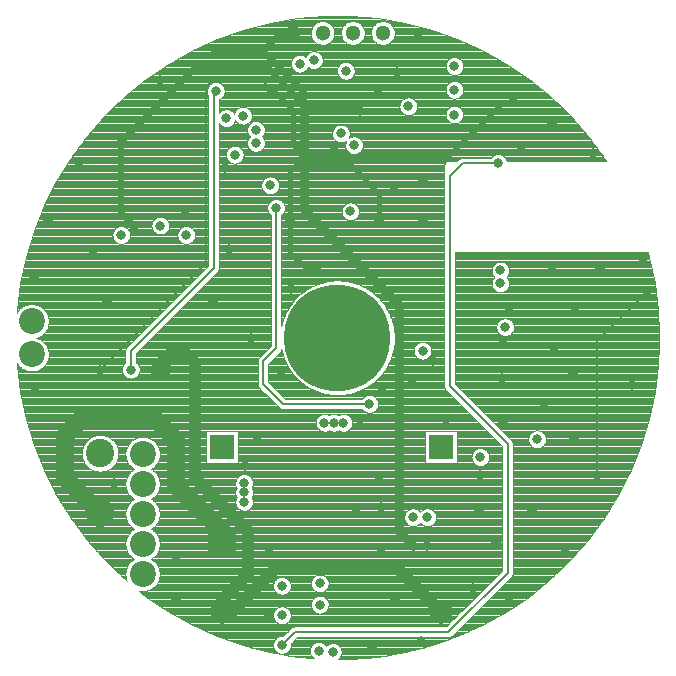
<source format=gbr>
G04 DipTrace 3.3.1.1*
G04 Inner2.gbr*
%MOMM*%
G04 #@! TF.FileFunction,Copper,L3,Inr*
G04 #@! TF.Part,Single*
G04 #@! TA.AperFunction,Conductor*
%ADD13C,0.2*%
%ADD15C,1.0*%
%ADD16C,1.5*%
%ADD17C,0.5*%
G04 #@! TA.AperFunction,ViaPad*
%ADD19C,0.8*%
G04 #@! TA.AperFunction,Conductor*
%ADD20C,0.4*%
G04 #@! TA.AperFunction,CopperBalancing*
%ADD21C,0.1*%
G04 #@! TA.AperFunction,ComponentPad*
%ADD37C,2.0*%
%ADD38R,2.0X2.0*%
%ADD50C,2.2*%
%ADD51C,2.4*%
G04 #@! TA.AperFunction,ViaPad*
%ADD54C,9.0*%
%ADD56C,1.3*%
%FSLAX35Y35*%
G04*
G71*
G90*
G75*
G01*
G04 Inner2*
%LPD*%
X1740000Y2264000D2*
D16*
X1440000Y2564000D1*
Y2920000D1*
X1590000Y3070000D1*
X2200000D1*
X2384000Y2886000D1*
Y2496000D1*
X2770000Y2110000D1*
Y2000000D1*
X2290000Y3480000D2*
D15*
Y3570000D1*
X2350000Y3630000D1*
X2450000D1*
X2540000Y3540000D1*
Y2560000D1*
X2990000Y2110000D1*
Y1750000D1*
X2770000Y1530000D1*
Y1430000D1*
X2210000Y3480000D2*
X2290000Y3570000D1*
X2210000Y3480000D2*
X2290000D1*
X1740000D2*
D13*
X2640000Y4380000D1*
Y5870000D1*
X2690000Y5920000D1*
X3120000D1*
X3190000Y5850000D1*
X3780000Y5200000D2*
D17*
X3550000D1*
X3470000Y5280000D1*
X3940000Y5670000D2*
X3930000Y5680000D1*
X3470000D1*
Y5280000D2*
D19*
Y5680000D1*
X2720000Y6180000D2*
D17*
X3120000D1*
X3470000Y5830000D1*
Y5680000D1*
X1920000Y5410000D2*
X2540000Y6030000D1*
X3160000D1*
X3470000Y5720000D1*
Y5680000D1*
X3190000Y5850000D2*
D20*
X3200000D1*
X3370000Y5680000D1*
Y5380000D1*
X3470000Y5280000D1*
X3580000Y4320000D2*
X3500000D1*
X3350000Y4470000D1*
Y4740000D1*
Y5160000D1*
X3470000Y5280000D1*
D19*
Y4830000D1*
X4270000Y4030000D1*
Y2110000D1*
X4390000Y1990000D1*
X3780000Y5200000D2*
D20*
X3870000D1*
X4100000Y4970000D1*
Y4740000D1*
X5240000Y5750000D2*
X5150000D1*
X4680000Y5280000D1*
X3470000D1*
X1920000Y5410000D2*
D17*
Y4810000D1*
X2030000Y4700000D1*
X5950000Y2590000D2*
D13*
Y3720000D1*
X6370000Y4140000D1*
X2770000Y1430000D2*
D15*
X2860000D1*
X3230000Y1800000D1*
X4255000D1*
X4625000Y1430000D1*
X3372000Y6330000D2*
D17*
X3270000D1*
X3120000Y6180000D1*
X5110000Y5230000D2*
D13*
X4810000D1*
X4700000Y5120000D1*
Y3340000D1*
X5190000Y2850000D1*
Y1760000D1*
X4690000Y1260000D1*
X3390000D1*
X3280000Y1150000D1*
X3230000Y4850000D2*
Y3660000D1*
X3120000Y3550000D1*
Y3360000D1*
X3290000Y3190000D1*
X4020000D1*
X2000000Y3480000D2*
Y3640000D1*
X2702000Y4342000D1*
Y5840000D1*
X2720000D1*
D54*
X3750000Y3750000D3*
D19*
X3430000Y6070000D3*
X4350000Y5710000D3*
X3860000Y4820000D3*
X3180000Y5040000D3*
X3350000Y4740000D3*
X3780000Y5200000D3*
X3580000Y4320000D3*
X4100000Y4740000D3*
X4960000Y2740000D3*
Y2590000D3*
X5440000Y2890000D3*
X6370000Y4140000D3*
X2960000Y2520000D3*
Y2440000D3*
Y2360000D3*
X2770000Y2000000D3*
X2850000D3*
X2690000D3*
X2290000Y3480000D3*
X2210000D3*
X3640000Y3030000D3*
X3720000D3*
X3800000D3*
X3600000Y1670000D3*
Y1490000D3*
X3590000Y1100000D3*
X3280000Y1650000D3*
Y1400000D3*
Y1150000D3*
X3710000Y1090000D3*
X3270000Y3460000D3*
X2000000Y3480000D3*
X1740000D3*
X4390000Y2230000D3*
X4510000D3*
X4740000Y6050000D3*
Y5850000D3*
Y5640000D3*
X3820000Y6010000D3*
X4470000Y3640000D3*
X3060000Y5400000D3*
Y5510000D3*
X3780000Y5480000D3*
X2950000Y5630000D3*
X3890000Y5380000D3*
X3470000Y5680000D3*
Y5280000D3*
X3940000Y5670000D3*
X1920000Y4620000D3*
X2250000Y4700000D3*
X2470000Y4620000D3*
X2030000Y4700000D3*
X1920000Y5410000D3*
X3190000Y5850000D3*
X2720000Y5840000D3*
Y6180000D3*
X5130000Y4320000D3*
Y4210000D3*
X2880000Y5300000D3*
X5170000Y3840000D3*
X4390000Y1990000D3*
X4510000D3*
X5240000Y5750000D3*
X2810000Y5610000D3*
X5110000Y5230000D3*
X4020000Y3190000D3*
X5950000Y2590000D3*
X3230000Y4850000D3*
D56*
X3372000Y6330000D3*
X3624000D3*
X3880000D3*
X4134000D3*
D19*
X3550000Y6100000D3*
X1860000Y2520000D3*
X5200000Y1550000D3*
X1300000Y4750000D3*
X5500000Y3200000D3*
X4670000Y3060000D3*
X3170000Y1940000D3*
X2970000Y2660000D3*
X5400000Y2290000D3*
X3910000Y2270000D3*
X5150000Y3700000D3*
X4900000Y1630000D3*
X3720000Y5370000D3*
X5140000Y3410000D3*
X5570000Y4360000D3*
X5200000Y3980000D3*
X2700000Y4050000D3*
X4090000Y5850000D3*
X5680000Y1970000D3*
X1800000Y4050000D3*
X3360000Y4160000D3*
X5970000Y4330000D3*
X4120000Y2320000D3*
X4040000Y1120000D3*
X1680000Y4460000D3*
X2830000Y4500000D3*
X3940000Y3060000D3*
X5570000Y5560000D3*
X5750000Y2890000D3*
X5740000Y3440000D3*
X4470000Y5080000D3*
X5150000Y3030000D3*
X5760000Y3980000D3*
X4950000Y2290000D3*
X4250000Y6000000D3*
X4240000Y1540000D3*
X2380000D3*
X1560000Y5230000D3*
X5090000Y2010000D3*
X2460000Y4830000D3*
X3170000Y1400000D3*
X4460000Y1180000D3*
X4120000Y1970000D3*
X3070000Y2880000D3*
X2380000Y1870000D3*
X6240000Y3350000D3*
X5580000Y3670000D3*
X5300000Y5330000D3*
X4230000Y5000000D3*
X4470000Y4740000D3*
X4430000Y6290000D3*
X3020000Y3750000D3*
X4130000Y3300000D3*
X5910000Y5310000D3*
X6340000Y4420000D3*
X1180000Y4260000D3*
X2250000Y5930000D3*
X2800000Y5190000D3*
X1190000Y3290000D3*
X4380000Y3400000D3*
X4560000Y3550000D3*
X4100000Y2540000D3*
X3521788Y6462857D2*
D21*
X3978226D1*
X3408214Y6453190D2*
X4091780D1*
X3350167Y6443523D2*
X4149847D1*
X3293780Y6433857D2*
X4206214D1*
X3237413Y6424190D2*
X3588245D1*
X3659757D2*
X3844241D1*
X3915753D2*
X4098245D1*
X4169757D2*
X4262601D1*
X3181026Y6414523D2*
X3568812D1*
X3679190D2*
X3824808D1*
X3935187D2*
X4078812D1*
X4189190D2*
X4318968D1*
X3142491Y6404857D2*
X3556097D1*
X3691905D2*
X3812093D1*
X3947901D2*
X4066097D1*
X4201905D2*
X4357503D1*
X3105362Y6395190D2*
X3546644D1*
X3701358D2*
X3802640D1*
X3957355D2*
X4056644D1*
X4211358D2*
X4394632D1*
X3068233Y6385523D2*
X3539358D1*
X3708644D2*
X3795355D1*
X3964659D2*
X4049358D1*
X4218644D2*
X4431761D1*
X3031124Y6375857D2*
X3533675D1*
X3714308D2*
X3789690D1*
X3970323D2*
X4043675D1*
X4224308D2*
X4468870D1*
X2993995Y6366190D2*
X3529358D1*
X3718644D2*
X3785355D1*
X3974659D2*
X4039358D1*
X4228644D2*
X4505999D1*
X2956866Y6356523D2*
X3526175D1*
X3721827D2*
X3782171D1*
X3977843D2*
X4036175D1*
X4231827D2*
X4543128D1*
X2928507Y6346857D2*
X3524026D1*
X3723976D2*
X3780023D1*
X3979972D2*
X4034026D1*
X4233976D2*
X4571487D1*
X2901144Y6337190D2*
X3522855D1*
X3725148D2*
X3778851D1*
X3981144D2*
X4032855D1*
X4235148D2*
X4598851D1*
X2873780Y6327523D2*
X3522640D1*
X3725362D2*
X3778636D1*
X3981378D2*
X4032640D1*
X4235362D2*
X4626214D1*
X2846437Y6317857D2*
X3523343D1*
X3724659D2*
X3779339D1*
X3980655D2*
X4033343D1*
X4234659D2*
X4653577D1*
X2819073Y6308190D2*
X3525003D1*
X3722999D2*
X3780999D1*
X3978995D2*
X4035003D1*
X4232999D2*
X4680921D1*
X2791710Y6298523D2*
X3527659D1*
X3720343D2*
X3783655D1*
X3976339D2*
X4037659D1*
X4230343D2*
X4708284D1*
X2764347Y6288857D2*
X3531409D1*
X3716573D2*
X3787425D1*
X3972589D2*
X4041409D1*
X4226573D2*
X4735648D1*
X2737003Y6279190D2*
X3536409D1*
X3711593D2*
X3792405D1*
X3967589D2*
X4046409D1*
X4221593D2*
X4763011D1*
X2715167Y6269523D2*
X3542855D1*
X3705148D2*
X3798851D1*
X3961144D2*
X4052855D1*
X4215148D2*
X4784827D1*
X2693780Y6259857D2*
X3551175D1*
X3696827D2*
X3807171D1*
X3952843D2*
X4061175D1*
X4206827D2*
X4806214D1*
X2672394Y6250190D2*
X3562093D1*
X3685909D2*
X3818089D1*
X3941905D2*
X4072093D1*
X4195909D2*
X4827601D1*
X2651007Y6240523D2*
X3577464D1*
X3670538D2*
X3833460D1*
X3926534D2*
X4087464D1*
X4180538D2*
X4848987D1*
X2629620Y6230857D2*
X3607171D1*
X3640831D2*
X3863167D1*
X3896827D2*
X4117171D1*
X4150831D2*
X4870374D1*
X2608233Y6221190D2*
X4891761D1*
X2586847Y6211523D2*
X4913148D1*
X2565480Y6201857D2*
X4934534D1*
X2544093Y6192190D2*
X4955921D1*
X2522980Y6182523D2*
X4977015D1*
X2505675Y6172857D2*
X3529573D1*
X3570421D2*
X4994319D1*
X2488370Y6163190D2*
X3507855D1*
X3592140D2*
X5011624D1*
X2471085Y6153523D2*
X3495901D1*
X3604112D2*
X5028929D1*
X2453780Y6143857D2*
X3413831D1*
X3446183D2*
X3487659D1*
X3612335D2*
X5046233D1*
X2436476Y6134190D2*
X3389437D1*
X3470558D2*
X3481800D1*
X3618194D2*
X5063538D1*
X2419171Y6124523D2*
X3376917D1*
X3622296D2*
X4727542D1*
X4752472D2*
X5080843D1*
X2401866Y6114857D2*
X3368401D1*
X3624913D2*
X4700550D1*
X4779464D2*
X5098148D1*
X2384562Y6105190D2*
X3362308D1*
X3626222D2*
X4687620D1*
X4792374D2*
X5115452D1*
X2367257Y6095523D2*
X3358050D1*
X3626261D2*
X4678890D1*
X4801105D2*
X5132757D1*
X2349952Y6085857D2*
X3355276D1*
X3625069D2*
X4672679D1*
X4807335D2*
X5150062D1*
X2332648Y6076190D2*
X3353851D1*
X3622550D2*
X3782894D1*
X3857120D2*
X4668304D1*
X4811710D2*
X5167347D1*
X2316554Y6066523D2*
X3353675D1*
X3618565D2*
X3769105D1*
X3870909D2*
X4665433D1*
X4814562D2*
X5183460D1*
X2302237Y6056857D2*
X3354749D1*
X3612843D2*
X3759925D1*
X3880069D2*
X4663909D1*
X4816085D2*
X5197757D1*
X2287940Y6047190D2*
X3357132D1*
X3604815D2*
X3753401D1*
X3886593D2*
X4663655D1*
X4816339D2*
X5212054D1*
X2273644Y6037523D2*
X3360960D1*
X3499054D2*
X3506780D1*
X3593214D2*
X3748812D1*
X3891202D2*
X4664632D1*
X4815362D2*
X5226370D1*
X2259327Y6027857D2*
X3366468D1*
X3493526D2*
X3527073D1*
X3572921D2*
X3745745D1*
X3894249D2*
X4666917D1*
X4813077D2*
X5240667D1*
X2245030Y6018190D2*
X3374222D1*
X3485773D2*
X3744046D1*
X3895948D2*
X4670648D1*
X4809366D2*
X5254964D1*
X2230733Y6008523D2*
X3385335D1*
X3474659D2*
X3743616D1*
X3896378D2*
X4676038D1*
X4803976D2*
X5269280D1*
X2216417Y5998857D2*
X3404026D1*
X3455968D2*
X3744437D1*
X3895577D2*
X4683597D1*
X4796398D2*
X5283577D1*
X2202120Y5989190D2*
X3746526D1*
X3893468D2*
X4694417D1*
X4785577D2*
X5297874D1*
X2187823Y5979523D2*
X3750042D1*
X3889972D2*
X4712210D1*
X4767804D2*
X5312171D1*
X2173526Y5969857D2*
X3755179D1*
X3884835D2*
X5326487D1*
X2159210Y5960190D2*
X3762386D1*
X3877608D2*
X5340784D1*
X2144913Y5950523D2*
X3772659D1*
X3867335D2*
X5355081D1*
X2130616Y5940857D2*
X3788929D1*
X3851065D2*
X5369378D1*
X2118644Y5931190D2*
X5381351D1*
X2106671Y5921523D2*
X4715140D1*
X4764874D2*
X5393323D1*
X2094698Y5911857D2*
X2696155D1*
X2743839D2*
X4695882D1*
X4784112D2*
X5405296D1*
X2082726Y5902190D2*
X2676370D1*
X2763624D2*
X4684573D1*
X4795421D2*
X5417269D1*
X2070753Y5892523D2*
X2664905D1*
X2775089D2*
X4676741D1*
X4803273D2*
X5429241D1*
X2058780Y5882857D2*
X2656956D1*
X2783038D2*
X4671136D1*
X4808858D2*
X5441214D1*
X2046808Y5873190D2*
X2651292D1*
X2788702D2*
X4667249D1*
X4812745D2*
X5453187D1*
X2034835Y5863523D2*
X2647366D1*
X2792628D2*
X4664827D1*
X4815187D2*
X5465159D1*
X2022862Y5853857D2*
X2644886D1*
X2795108D2*
X4663694D1*
X4816300D2*
X5477132D1*
X2010890Y5844190D2*
X2643714D1*
X2796280D2*
X4663831D1*
X4816183D2*
X5489105D1*
X1998917Y5834523D2*
X2643792D1*
X2796202D2*
X4665198D1*
X4814796D2*
X5501077D1*
X1986944Y5824857D2*
X2645140D1*
X2794855D2*
X4667913D1*
X4812081D2*
X5513050D1*
X1974972Y5815190D2*
X2647796D1*
X2792198D2*
X4672112D1*
X4807882D2*
X5525023D1*
X1962999Y5805523D2*
X2651937D1*
X2788058D2*
X4678108D1*
X4801886D2*
X5536995D1*
X1951026Y5795857D2*
X2655608D1*
X2782120D2*
X4686526D1*
X4793468D2*
X5548968D1*
X1940890Y5786190D2*
X2655608D1*
X2773819D2*
X4698831D1*
X4781163D2*
X5559105D1*
X1930812Y5776523D2*
X2655608D1*
X2761690D2*
X4313499D1*
X4386495D2*
X4722073D1*
X4757921D2*
X5569202D1*
X1920714Y5766857D2*
X2655608D1*
X2748409D2*
X4299476D1*
X4400519D2*
X5579280D1*
X1910636Y5757190D2*
X2655608D1*
X2748409D2*
X4290198D1*
X4409815D2*
X5589358D1*
X1900558Y5747523D2*
X2655608D1*
X2748409D2*
X4283597D1*
X4416398D2*
X5599456D1*
X1890460Y5737857D2*
X2655608D1*
X2748409D2*
X4278929D1*
X4421065D2*
X5609534D1*
X1880382Y5728190D2*
X2655608D1*
X2748409D2*
X4275823D1*
X4424171D2*
X5619632D1*
X1870284Y5718523D2*
X2655608D1*
X2748409D2*
X4274085D1*
X4425909D2*
X5629710D1*
X1860206Y5708857D2*
X2655608D1*
X2748409D2*
X4273616D1*
X4426398D2*
X4708284D1*
X4771730D2*
X5639788D1*
X1850128Y5699190D2*
X2655608D1*
X2748409D2*
X2919026D1*
X2980968D2*
X4274378D1*
X4425616D2*
X4692288D1*
X4787706D2*
X5649886D1*
X1840030Y5689523D2*
X2655608D1*
X2748409D2*
X2902718D1*
X2997276D2*
X4276429D1*
X4423565D2*
X4682151D1*
X4797862D2*
X5659964D1*
X1829952Y5679857D2*
X2655608D1*
X2748409D2*
X2780628D1*
X2839386D2*
X2892444D1*
X3007569D2*
X4279886D1*
X4420108D2*
X4675003D1*
X4805011D2*
X5670062D1*
X1819855Y5670190D2*
X2655608D1*
X2748409D2*
X2763597D1*
X2856417D2*
X2885198D1*
X3014796D2*
X4284964D1*
X4415030D2*
X4669905D1*
X4810089D2*
X5680140D1*
X1809776Y5660523D2*
X2655608D1*
X2866964D2*
X2880062D1*
X3019952D2*
X4292112D1*
X4407901D2*
X4666448D1*
X4813546D2*
X5690218D1*
X1799679Y5650857D2*
X2655608D1*
X3023448D2*
X4302230D1*
X4397765D2*
X4664378D1*
X4815616D2*
X5700315D1*
X1789601Y5641190D2*
X2655608D1*
X3025558D2*
X4318167D1*
X4381827D2*
X4663616D1*
X4816398D2*
X5710394D1*
X1780167Y5631523D2*
X2655608D1*
X3026378D2*
X4664085D1*
X4815929D2*
X5719827D1*
X1771651Y5621857D2*
X2655608D1*
X3025968D2*
X4665823D1*
X4814190D2*
X5728343D1*
X1763155Y5612190D2*
X2655608D1*
X3024269D2*
X4668909D1*
X4811085D2*
X5736839D1*
X1754640Y5602523D2*
X2655608D1*
X3021222D2*
X4673577D1*
X4806417D2*
X5745355D1*
X1746144Y5592857D2*
X2655608D1*
X3016612D2*
X4680159D1*
X4799835D2*
X5753870D1*
X1737628Y5583190D2*
X2655608D1*
X2881476D2*
X2889886D1*
X3010108D2*
X3040882D1*
X3079112D2*
X4689417D1*
X4790577D2*
X5762366D1*
X1729132Y5573523D2*
X2655608D1*
X2876983D2*
X2899046D1*
X3000948D2*
X3018382D1*
X3101612D2*
X4703421D1*
X4776573D2*
X5770882D1*
X1720616Y5563857D2*
X2655608D1*
X2870636D2*
X2912796D1*
X2987198D2*
X3006233D1*
X3113761D2*
X5779378D1*
X1712101Y5554190D2*
X2655608D1*
X2748409D2*
X2758304D1*
X2861690D2*
X2997913D1*
X3122101D2*
X3765550D1*
X3794444D2*
X5787894D1*
X1703605Y5544523D2*
X2655608D1*
X2748409D2*
X2771605D1*
X2848390D2*
X2991976D1*
X3128038D2*
X3739983D1*
X3820011D2*
X5796409D1*
X1695089Y5534857D2*
X2655608D1*
X2748409D2*
X2802776D1*
X2817218D2*
X2987815D1*
X3132179D2*
X3727269D1*
X3832726D2*
X5804905D1*
X1686593Y5525190D2*
X2655608D1*
X2748409D2*
X2985140D1*
X3134855D2*
X3718636D1*
X3841358D2*
X5813421D1*
X1678077Y5515523D2*
X2655608D1*
X2748409D2*
X2983812D1*
X3136202D2*
X3712483D1*
X3847511D2*
X5821917D1*
X1669562Y5505857D2*
X2655608D1*
X2748409D2*
X2983714D1*
X3136280D2*
X3708167D1*
X3851827D2*
X5830433D1*
X1661065Y5496190D2*
X2655608D1*
X2748409D2*
X2984866D1*
X3135128D2*
X3705355D1*
X3854640D2*
X5838948D1*
X1652550Y5486523D2*
X2655608D1*
X2748409D2*
X2987347D1*
X3132648D2*
X3703890D1*
X3856124D2*
X5847444D1*
X1644054Y5476857D2*
X2655608D1*
X2748409D2*
X2991273D1*
X3128722D2*
X3703675D1*
X3856339D2*
X5855960D1*
X1635538Y5467190D2*
X2655608D1*
X2748409D2*
X2996937D1*
X3123077D2*
X3704690D1*
X3855304D2*
X5864456D1*
X1627648Y5457523D2*
X2655608D1*
X2748409D2*
X3004866D1*
X3115148D2*
X3707034D1*
X3852980D2*
X5872366D1*
X1620499Y5447857D2*
X2655608D1*
X2748409D2*
X3000726D1*
X3119269D2*
X3710804D1*
X3849210D2*
X3856136D1*
X3923878D2*
X5879515D1*
X1613351Y5438190D2*
X2655608D1*
X2748409D2*
X2993987D1*
X3126007D2*
X3716253D1*
X3938956D2*
X5886663D1*
X1606202Y5428523D2*
X2655608D1*
X2748409D2*
X2989202D1*
X3130792D2*
X3723909D1*
X3948702D2*
X5893812D1*
X1599054Y5418857D2*
X2655608D1*
X2748409D2*
X2985999D1*
X3133995D2*
X3734886D1*
X3955616D2*
X5900960D1*
X1591905Y5409190D2*
X2655608D1*
X2748409D2*
X2984163D1*
X3135831D2*
X3753089D1*
X3806905D2*
X3819476D1*
X3960519D2*
X5908108D1*
X1584737Y5399523D2*
X2655608D1*
X2748409D2*
X2983597D1*
X3136398D2*
X3816175D1*
X3963819D2*
X5915257D1*
X1577589Y5389857D2*
X2655608D1*
X2748409D2*
X2984280D1*
X3135714D2*
X3814241D1*
X3965753D2*
X5922405D1*
X1570440Y5380190D2*
X2655608D1*
X2748409D2*
X2986253D1*
X3133761D2*
X3813597D1*
X3966398D2*
X5929554D1*
X1563292Y5370523D2*
X2655608D1*
X2748409D2*
X2852327D1*
X2907667D2*
X2989593D1*
X3130401D2*
X3814202D1*
X3965812D2*
X5936702D1*
X1556144Y5360857D2*
X2655608D1*
X2748409D2*
X2834476D1*
X2925519D2*
X2994554D1*
X3125440D2*
X3816077D1*
X3963937D2*
X5943851D1*
X1548995Y5351190D2*
X2655608D1*
X2748409D2*
X2823636D1*
X2936358D2*
X3001526D1*
X3118468D2*
X3819319D1*
X3960675D2*
X5950999D1*
X1541847Y5341523D2*
X2655608D1*
X2748409D2*
X2816058D1*
X2943937D2*
X3011409D1*
X3108605D2*
X3824163D1*
X3955851D2*
X5958148D1*
X1534698Y5331857D2*
X2655608D1*
X2748409D2*
X2810667D1*
X2949347D2*
X3026722D1*
X3093273D2*
X3830980D1*
X3949034D2*
X5965296D1*
X1527550Y5322190D2*
X2655608D1*
X2748409D2*
X2806937D1*
X2953058D2*
X3840589D1*
X3939405D2*
X5972444D1*
X1520401Y5312523D2*
X2655608D1*
X2748409D2*
X2804651D1*
X2955362D2*
X3855355D1*
X3924640D2*
X5979593D1*
X1513253Y5302857D2*
X2655608D1*
X2748409D2*
X2803655D1*
X2956339D2*
X5089573D1*
X5130421D2*
X5986741D1*
X1506105Y5293190D2*
X2655608D1*
X2748409D2*
X2803909D1*
X2956085D2*
X5067855D1*
X5152140D2*
X5993890D1*
X1498956Y5283523D2*
X2655608D1*
X2748409D2*
X2805413D1*
X2954581D2*
X5055901D1*
X5164112D2*
X6001038D1*
X1492062Y5273857D2*
X2655608D1*
X2748409D2*
X2808284D1*
X2951730D2*
X4797269D1*
X5172335D2*
X6007933D1*
X1486105Y5264190D2*
X2655608D1*
X2748409D2*
X2812640D1*
X2947355D2*
X4779124D1*
X5178194D2*
X6013890D1*
X1480148Y5254523D2*
X2655608D1*
X2748409D2*
X2818851D1*
X2941144D2*
X4769319D1*
X5182296D2*
X6019847D1*
X1474210Y5244857D2*
X2655608D1*
X2748409D2*
X2827581D1*
X2932433D2*
X4685315D1*
X1468253Y5235190D2*
X2655608D1*
X2748409D2*
X2840472D1*
X2919542D2*
X4664632D1*
X1462296Y5225523D2*
X2655608D1*
X2748409D2*
X2867230D1*
X2892765D2*
X4657581D1*
X1456339Y5215857D2*
X2655608D1*
X2748409D2*
X4654437D1*
X1450401Y5206190D2*
X2655608D1*
X2748409D2*
X4653948D1*
X1444444Y5196523D2*
X2655608D1*
X2748409D2*
X4653948D1*
X1438487Y5186857D2*
X2655608D1*
X2748409D2*
X4653948D1*
X1432530Y5177190D2*
X2655608D1*
X2748409D2*
X4653948D1*
X1426593Y5167523D2*
X2655608D1*
X2748409D2*
X4653948D1*
X1420636Y5157857D2*
X2655608D1*
X2748409D2*
X4653948D1*
X1414679Y5148190D2*
X2655608D1*
X2748409D2*
X4653948D1*
X1408722Y5138523D2*
X2655608D1*
X2748409D2*
X4653948D1*
X1402784Y5128857D2*
X2655608D1*
X2748409D2*
X4653948D1*
X1396827Y5119190D2*
X2655608D1*
X2748409D2*
X4653597D1*
X1390870Y5109523D2*
X2655608D1*
X2748409D2*
X3149808D1*
X3210187D2*
X4653597D1*
X1384913Y5099857D2*
X2655608D1*
X2748409D2*
X3133148D1*
X3226847D2*
X4653597D1*
X1378976Y5090190D2*
X2655608D1*
X2748409D2*
X3122737D1*
X3237276D2*
X4653597D1*
X1373019Y5080523D2*
X2655608D1*
X2748409D2*
X3115413D1*
X3244581D2*
X4653597D1*
X1367980Y5070857D2*
X2655608D1*
X2748409D2*
X3110198D1*
X3249796D2*
X4653597D1*
X1363097Y5061190D2*
X2655608D1*
X2748409D2*
X3106644D1*
X3253370D2*
X4653597D1*
X1358214Y5051523D2*
X2655608D1*
X2748409D2*
X3104495D1*
X3255519D2*
X4653597D1*
X1353351Y5041857D2*
X2655608D1*
X2748409D2*
X3103616D1*
X3256378D2*
X4653597D1*
X1348468Y5032190D2*
X2655608D1*
X2748409D2*
X3104007D1*
X3255987D2*
X4653597D1*
X1343605Y5022523D2*
X2655608D1*
X2748409D2*
X3105648D1*
X3254347D2*
X4653597D1*
X1338722Y5012857D2*
X2655608D1*
X2748409D2*
X3108655D1*
X3251339D2*
X4653597D1*
X1333858Y5003190D2*
X2655608D1*
X2748409D2*
X3113187D1*
X3246808D2*
X4653597D1*
X1328976Y4993523D2*
X2655608D1*
X2748409D2*
X3119632D1*
X3240382D2*
X4653597D1*
X1324112Y4983857D2*
X2655608D1*
X2748409D2*
X3128675D1*
X3231339D2*
X4653597D1*
X1319230Y4974190D2*
X2655608D1*
X2748409D2*
X3142210D1*
X3217804D2*
X4653597D1*
X1314366Y4964523D2*
X2655608D1*
X2748409D2*
X4653597D1*
X1309483Y4954857D2*
X2655608D1*
X2748409D2*
X4653597D1*
X1304620Y4945190D2*
X2655608D1*
X2748409D2*
X4653597D1*
X1299737Y4935523D2*
X2655608D1*
X2748409D2*
X4653597D1*
X1294874Y4925857D2*
X2655608D1*
X2748409D2*
X4653597D1*
X1289991Y4916190D2*
X2655608D1*
X2748409D2*
X3192894D1*
X3267120D2*
X4653597D1*
X1285108Y4906523D2*
X2655608D1*
X2748409D2*
X3179105D1*
X3280909D2*
X4653597D1*
X1280245Y4896857D2*
X2655608D1*
X2748409D2*
X3169925D1*
X3290069D2*
X4653597D1*
X1275362Y4887190D2*
X2655608D1*
X2748409D2*
X3163401D1*
X3296593D2*
X3824788D1*
X3895206D2*
X4653597D1*
X1270499Y4877523D2*
X2655608D1*
X2748409D2*
X3158812D1*
X3301202D2*
X3810257D1*
X3909737D2*
X4653597D1*
X1266085Y4867857D2*
X2655608D1*
X2748409D2*
X3155745D1*
X3304249D2*
X3800726D1*
X3919269D2*
X4653597D1*
X1262198Y4858190D2*
X2655608D1*
X2748409D2*
X3154046D1*
X3305948D2*
X3793987D1*
X3926007D2*
X4653597D1*
X1258312Y4848523D2*
X2655608D1*
X2748409D2*
X3153616D1*
X3306378D2*
X3789202D1*
X3930792D2*
X4653597D1*
X1254444Y4838857D2*
X2655608D1*
X2748409D2*
X3154437D1*
X3305577D2*
X3785999D1*
X3933995D2*
X4653597D1*
X1250558Y4829190D2*
X2655608D1*
X2748409D2*
X3156526D1*
X3303468D2*
X3784163D1*
X3935831D2*
X4653597D1*
X1246671Y4819523D2*
X2655608D1*
X2748409D2*
X3160042D1*
X3299972D2*
X3783597D1*
X3936398D2*
X4653597D1*
X1242784Y4809857D2*
X2655608D1*
X2748409D2*
X3165179D1*
X3294835D2*
X3784280D1*
X3935714D2*
X4653597D1*
X1238898Y4800190D2*
X2655608D1*
X2748409D2*
X3172386D1*
X3287608D2*
X3786253D1*
X3933761D2*
X4653597D1*
X1235011Y4790523D2*
X2655608D1*
X2748409D2*
X3182659D1*
X3277335D2*
X3789593D1*
X3930401D2*
X4653597D1*
X1231124Y4780857D2*
X2655608D1*
X2748409D2*
X3183597D1*
X3276398D2*
X3794554D1*
X3925440D2*
X4653597D1*
X1227237Y4771190D2*
X2224163D1*
X2275851D2*
X2655608D1*
X2748409D2*
X3183597D1*
X3276398D2*
X3801526D1*
X3918468D2*
X4653597D1*
X1223370Y4761523D2*
X2205413D1*
X2294581D2*
X2655608D1*
X2748409D2*
X3183597D1*
X3276398D2*
X3811409D1*
X3908605D2*
X4653597D1*
X1219483Y4751857D2*
X2194261D1*
X2305733D2*
X2655608D1*
X2748409D2*
X3183597D1*
X3276398D2*
X3826722D1*
X3893273D2*
X4653597D1*
X1215597Y4742190D2*
X2186507D1*
X2313487D2*
X2655608D1*
X2748409D2*
X3183597D1*
X3276398D2*
X4653597D1*
X1211710Y4732523D2*
X2180980D1*
X2319034D2*
X2655608D1*
X2748409D2*
X3183597D1*
X3276398D2*
X4653597D1*
X1207823Y4722857D2*
X2177151D1*
X2322843D2*
X2655608D1*
X2748409D2*
X3183597D1*
X3276398D2*
X4653597D1*
X1203937Y4713190D2*
X2174769D1*
X2325245D2*
X2655608D1*
X2748409D2*
X3183597D1*
X3276398D2*
X4653597D1*
X1200050Y4703523D2*
X2173675D1*
X2326319D2*
X2655608D1*
X2748409D2*
X3183597D1*
X3276398D2*
X4653597D1*
X1196163Y4693857D2*
X1903831D1*
X1936183D2*
X2173851D1*
X2326144D2*
X2453831D1*
X2486183D2*
X2655608D1*
X2748409D2*
X3183597D1*
X3276398D2*
X4653597D1*
X1192296Y4684190D2*
X1879437D1*
X1960558D2*
X2175276D1*
X2324718D2*
X2429437D1*
X2510558D2*
X2655608D1*
X2748409D2*
X3183597D1*
X3276398D2*
X4653597D1*
X1188409Y4674523D2*
X1866917D1*
X1973077D2*
X2178030D1*
X2321964D2*
X2416917D1*
X2523077D2*
X2655608D1*
X2748409D2*
X3183597D1*
X3276398D2*
X4653597D1*
X1184523Y4664857D2*
X1858401D1*
X1981612D2*
X2182288D1*
X2317706D2*
X2408401D1*
X2531612D2*
X2655608D1*
X2748409D2*
X3183597D1*
X3276398D2*
X4653597D1*
X1180890Y4655190D2*
X1852308D1*
X1987687D2*
X2188362D1*
X2311632D2*
X2402308D1*
X2537687D2*
X2655608D1*
X2748409D2*
X3183597D1*
X3276398D2*
X4653597D1*
X1177921Y4645523D2*
X1848050D1*
X1991944D2*
X2196878D1*
X2303136D2*
X2398050D1*
X2541944D2*
X2655608D1*
X2748409D2*
X3183597D1*
X3276398D2*
X4653597D1*
X1174972Y4635857D2*
X1845276D1*
X1994718D2*
X2209358D1*
X2290636D2*
X2395276D1*
X2544718D2*
X2655608D1*
X2748409D2*
X3183597D1*
X3276398D2*
X4653597D1*
X1172003Y4626190D2*
X1843851D1*
X1996144D2*
X2233597D1*
X2266398D2*
X2393851D1*
X2546144D2*
X2655608D1*
X2748409D2*
X3183597D1*
X3276398D2*
X4653597D1*
X1169034Y4616523D2*
X1843675D1*
X1996319D2*
X2393675D1*
X2546319D2*
X2655608D1*
X2748409D2*
X3183597D1*
X3276398D2*
X4653597D1*
X1166085Y4606857D2*
X1844749D1*
X1995245D2*
X2394749D1*
X2545245D2*
X2655608D1*
X2748409D2*
X3183597D1*
X3276398D2*
X4653597D1*
X1163116Y4597190D2*
X1847132D1*
X1992862D2*
X2397132D1*
X2542862D2*
X2655608D1*
X2748409D2*
X3183597D1*
X3276398D2*
X4653597D1*
X1160167Y4587523D2*
X1850960D1*
X1989054D2*
X2400960D1*
X2539054D2*
X2655608D1*
X2748409D2*
X3183597D1*
X3276398D2*
X4653597D1*
X1157198Y4577857D2*
X1856468D1*
X1983526D2*
X2406468D1*
X2533526D2*
X2655608D1*
X2748409D2*
X3183597D1*
X3276398D2*
X4653597D1*
X1154230Y4568190D2*
X1864222D1*
X1975773D2*
X2414222D1*
X2525773D2*
X2655608D1*
X2748409D2*
X3183597D1*
X3276398D2*
X4653597D1*
X1151280Y4558523D2*
X1875335D1*
X1964659D2*
X2425335D1*
X2514659D2*
X2655608D1*
X2748409D2*
X3183597D1*
X3276398D2*
X4653597D1*
X1148312Y4548857D2*
X1894026D1*
X1945968D2*
X2444026D1*
X2495968D2*
X2655608D1*
X2748409D2*
X3183597D1*
X3276398D2*
X4653597D1*
X1145362Y4539190D2*
X2655608D1*
X2748409D2*
X3183597D1*
X3276398D2*
X4653597D1*
X1142394Y4529523D2*
X2655608D1*
X2748409D2*
X3183597D1*
X3276398D2*
X4653597D1*
X1139444Y4519857D2*
X2655608D1*
X2748409D2*
X3183597D1*
X3276398D2*
X4653597D1*
X1136476Y4510190D2*
X2655608D1*
X2748409D2*
X3183597D1*
X3276398D2*
X4653597D1*
X1133507Y4500523D2*
X2655608D1*
X2748409D2*
X3183597D1*
X3276398D2*
X4653597D1*
X1130558Y4490857D2*
X2655608D1*
X2748409D2*
X3183597D1*
X3276398D2*
X4653597D1*
X1127589Y4481190D2*
X2655608D1*
X2748409D2*
X3183597D1*
X3276398D2*
X4653597D1*
X1124640Y4471523D2*
X2655608D1*
X2748409D2*
X3183597D1*
X3276398D2*
X4653597D1*
X4746398D2*
X6375374D1*
X1121671Y4461857D2*
X2655608D1*
X2748409D2*
X3183597D1*
X3276398D2*
X4653597D1*
X4746398D2*
X6378323D1*
X1118722Y4452190D2*
X2655608D1*
X2748409D2*
X3183597D1*
X3276398D2*
X4653597D1*
X4746398D2*
X6381292D1*
X1115753Y4442523D2*
X2655608D1*
X2748409D2*
X3183597D1*
X3276398D2*
X4653597D1*
X4746398D2*
X6384241D1*
X1113136Y4432857D2*
X2655608D1*
X2748409D2*
X3183597D1*
X3276398D2*
X4653597D1*
X4746398D2*
X6386858D1*
X1111046Y4423190D2*
X2655608D1*
X2748409D2*
X3183597D1*
X3276398D2*
X4653597D1*
X4746398D2*
X6388948D1*
X1108976Y4413523D2*
X2655608D1*
X2748409D2*
X3183597D1*
X3276398D2*
X4653597D1*
X4746398D2*
X6391038D1*
X1106886Y4403857D2*
X2655608D1*
X2748409D2*
X3183597D1*
X3276398D2*
X4653597D1*
X4746398D2*
X6393108D1*
X1104796Y4394190D2*
X2655608D1*
X2748409D2*
X3183597D1*
X3276398D2*
X4653597D1*
X4746398D2*
X5115550D1*
X5144444D2*
X6395198D1*
X1102726Y4384523D2*
X2655608D1*
X2748409D2*
X3183597D1*
X3276398D2*
X4653597D1*
X4746398D2*
X5089983D1*
X5170011D2*
X6397288D1*
X1100636Y4374857D2*
X2655608D1*
X2748409D2*
X3183597D1*
X3276398D2*
X4653597D1*
X4746398D2*
X5077269D1*
X5182726D2*
X6399358D1*
X1098546Y4365190D2*
X2655608D1*
X2748409D2*
X3183597D1*
X3276398D2*
X4653597D1*
X4746398D2*
X5068636D1*
X5191358D2*
X6401448D1*
X1096476Y4355523D2*
X2650315D1*
X2748409D2*
X3183597D1*
X3276398D2*
X4653597D1*
X4746398D2*
X5062483D1*
X5197511D2*
X6403538D1*
X1094386Y4345857D2*
X2640648D1*
X2748409D2*
X3183597D1*
X3276398D2*
X4653597D1*
X4746398D2*
X5058167D1*
X5201827D2*
X6405608D1*
X1092296Y4336190D2*
X2630980D1*
X2748019D2*
X3183597D1*
X3276398D2*
X4653597D1*
X4746398D2*
X5055355D1*
X5204640D2*
X6407698D1*
X1090226Y4326523D2*
X2621312D1*
X2745675D2*
X3183597D1*
X3276398D2*
X4653597D1*
X4746398D2*
X5053890D1*
X5206124D2*
X6409788D1*
X1088136Y4316857D2*
X2611644D1*
X2740812D2*
X3183597D1*
X3276398D2*
X4653597D1*
X4746398D2*
X5053675D1*
X5206339D2*
X6411858D1*
X1086046Y4307190D2*
X2601976D1*
X2732394D2*
X3183597D1*
X3276398D2*
X4653597D1*
X4746398D2*
X5054690D1*
X5205304D2*
X6413948D1*
X1083976Y4297523D2*
X2592327D1*
X2722726D2*
X3183597D1*
X3276398D2*
X4653597D1*
X4746398D2*
X5057034D1*
X5202980D2*
X6416038D1*
X1081886Y4287857D2*
X2582659D1*
X2713058D2*
X3183597D1*
X3276398D2*
X4653597D1*
X4746398D2*
X5060804D1*
X5199210D2*
X6418108D1*
X1079796Y4278190D2*
X2572991D1*
X2703390D2*
X3183597D1*
X3276398D2*
X4653597D1*
X4746398D2*
X5066253D1*
X5193741D2*
X6420198D1*
X1077726Y4268523D2*
X2563323D1*
X2693722D2*
X3183597D1*
X3276398D2*
X4653597D1*
X4746398D2*
X5073909D1*
X5186085D2*
X6422288D1*
X1075636Y4258857D2*
X2553655D1*
X2684054D2*
X3183597D1*
X3276398D2*
X4653597D1*
X4746398D2*
X5071565D1*
X5188429D2*
X6424358D1*
X1073546Y4249190D2*
X2543987D1*
X2674386D2*
X3183597D1*
X3276398D2*
X4653597D1*
X4746398D2*
X5064593D1*
X5195421D2*
X6426448D1*
X1071476Y4239523D2*
X2534319D1*
X2664737D2*
X3183597D1*
X3276398D2*
X4653597D1*
X4746398D2*
X5059612D1*
X5200382D2*
X6428538D1*
X1069386Y4229857D2*
X2524651D1*
X2655069D2*
X3183597D1*
X3276398D2*
X3675843D1*
X3824151D2*
X4653597D1*
X4746398D2*
X5056253D1*
X5203741D2*
X6430608D1*
X1067296Y4220190D2*
X2514983D1*
X2645401D2*
X3183597D1*
X3276398D2*
X3628440D1*
X3871554D2*
X4653597D1*
X4746398D2*
X5054300D1*
X5205714D2*
X6432698D1*
X1065226Y4210523D2*
X2505315D1*
X2635733D2*
X3183597D1*
X3276398D2*
X3595608D1*
X3904405D2*
X4653597D1*
X4746398D2*
X5053597D1*
X5206398D2*
X6434788D1*
X1063976Y4200857D2*
X2495648D1*
X2626065D2*
X3183597D1*
X3276398D2*
X3569163D1*
X3930831D2*
X4653597D1*
X4746398D2*
X5054163D1*
X5205851D2*
X6436019D1*
X1062745Y4191190D2*
X2485980D1*
X2616398D2*
X3183597D1*
X3276398D2*
X3546605D1*
X3953390D2*
X4653597D1*
X4746398D2*
X5055980D1*
X5204015D2*
X6437249D1*
X1061515Y4181523D2*
X2476312D1*
X2606730D2*
X3183597D1*
X3276398D2*
X3526741D1*
X3973273D2*
X4653597D1*
X4746398D2*
X5059183D1*
X5200812D2*
X6438499D1*
X1060265Y4171857D2*
X2466644D1*
X2597062D2*
X3183597D1*
X3276398D2*
X3508890D1*
X3991105D2*
X4653597D1*
X4746398D2*
X5063968D1*
X5196046D2*
X6439730D1*
X1059034Y4162190D2*
X2456976D1*
X2587394D2*
X3183597D1*
X3276398D2*
X3492659D1*
X4007335D2*
X4653597D1*
X4746398D2*
X5070687D1*
X5189308D2*
X6440960D1*
X1057784Y4152523D2*
X2447327D1*
X2577726D2*
X3183597D1*
X3276398D2*
X3477737D1*
X4022276D2*
X4653597D1*
X4746398D2*
X5080198D1*
X5179796D2*
X6442210D1*
X1056554Y4142857D2*
X2437659D1*
X2568058D2*
X3183597D1*
X3276398D2*
X3463909D1*
X4036085D2*
X4653597D1*
X4746398D2*
X5094690D1*
X5165304D2*
X6443440D1*
X1055323Y4133190D2*
X2427991D1*
X2558390D2*
X3183597D1*
X3276398D2*
X3451038D1*
X4048956D2*
X4653597D1*
X4746398D2*
X6444690D1*
X1054073Y4123523D2*
X2418323D1*
X2548722D2*
X3183597D1*
X3276398D2*
X3439007D1*
X4060987D2*
X4653597D1*
X4746398D2*
X6445921D1*
X1052843Y4113857D2*
X2408655D1*
X2539054D2*
X3183597D1*
X3276398D2*
X3427718D1*
X4072276D2*
X4653597D1*
X4746398D2*
X6447151D1*
X1051612Y4104190D2*
X2398987D1*
X2529386D2*
X3183597D1*
X3276398D2*
X3417093D1*
X4082901D2*
X4653597D1*
X4746398D2*
X6448401D1*
X1050362Y4094523D2*
X2389319D1*
X2519737D2*
X3183597D1*
X3276398D2*
X3407073D1*
X4092940D2*
X4653597D1*
X4746398D2*
X6449632D1*
X1049132Y4084857D2*
X2379651D1*
X2510069D2*
X3183597D1*
X3276398D2*
X3397601D1*
X4102394D2*
X4653597D1*
X4746398D2*
X6450882D1*
X1047882Y4075190D2*
X2369983D1*
X2500401D2*
X3183597D1*
X3276398D2*
X3388636D1*
X4111358D2*
X4653597D1*
X4746398D2*
X6452112D1*
X1046651Y4065523D2*
X2360315D1*
X2490733D2*
X3183597D1*
X3276398D2*
X3380140D1*
X4119855D2*
X4653597D1*
X4746398D2*
X6453343D1*
X1045421Y4055857D2*
X2350648D1*
X2481065D2*
X3183597D1*
X3276398D2*
X3372093D1*
X4127921D2*
X4653597D1*
X4746398D2*
X6454593D1*
X1044171Y4046190D2*
X2340980D1*
X2471398D2*
X3183597D1*
X3276398D2*
X3364437D1*
X4135558D2*
X4653597D1*
X4746398D2*
X6455823D1*
X1042940Y4036523D2*
X2331312D1*
X2461730D2*
X3183597D1*
X3276398D2*
X3357190D1*
X4142804D2*
X4653597D1*
X4746398D2*
X6457054D1*
X1041690Y4026857D2*
X1109886D1*
X1210108D2*
X2321644D1*
X2452062D2*
X3183597D1*
X3276398D2*
X3350296D1*
X4149698D2*
X4653597D1*
X4746398D2*
X6458304D1*
X1040460Y4017190D2*
X1088538D1*
X1231456D2*
X2311976D1*
X2442394D2*
X3183597D1*
X3276398D2*
X3343753D1*
X4156241D2*
X4653597D1*
X4746398D2*
X6459534D1*
X1039230Y4007523D2*
X1073382D1*
X1246612D2*
X2302327D1*
X2432726D2*
X3183597D1*
X3276398D2*
X3337542D1*
X4162452D2*
X4653597D1*
X4746398D2*
X6460784D1*
X1037980Y3997857D2*
X1061487D1*
X1258507D2*
X2292659D1*
X2423058D2*
X3183597D1*
X3276398D2*
X3331644D1*
X4168351D2*
X4653597D1*
X4746398D2*
X6462015D1*
X1036749Y3988190D2*
X1051761D1*
X1268233D2*
X2282991D1*
X2413390D2*
X3183597D1*
X3276398D2*
X3326058D1*
X4173937D2*
X4653597D1*
X4746398D2*
X6463245D1*
X1035733Y3978523D2*
X1043655D1*
X1276339D2*
X2273323D1*
X2403722D2*
X3183597D1*
X3276398D2*
X3320765D1*
X4179249D2*
X4653597D1*
X4746398D2*
X6464261D1*
X1283155Y3968857D2*
X2263655D1*
X2394054D2*
X3183597D1*
X3276398D2*
X3315745D1*
X4184269D2*
X4653597D1*
X4746398D2*
X6464671D1*
X1288878Y3959190D2*
X2253987D1*
X2384386D2*
X3183597D1*
X3276398D2*
X3310999D1*
X4189015D2*
X4653597D1*
X4746398D2*
X6465081D1*
X1293663Y3949523D2*
X2244319D1*
X2374737D2*
X3183597D1*
X3276398D2*
X3306507D1*
X4193487D2*
X4653597D1*
X4746398D2*
X6465511D1*
X1297589Y3939857D2*
X2234651D1*
X2365069D2*
X3183597D1*
X3276398D2*
X3302269D1*
X4197726D2*
X4653597D1*
X4746398D2*
X6465921D1*
X1300733Y3930190D2*
X2224983D1*
X2355401D2*
X3183597D1*
X3276398D2*
X3298284D1*
X4201710D2*
X4653597D1*
X4746398D2*
X6466331D1*
X1303155Y3920523D2*
X2215315D1*
X2345733D2*
X3183597D1*
X3276398D2*
X3294534D1*
X4205460D2*
X4653597D1*
X4746398D2*
X6466741D1*
X1304894Y3910857D2*
X2205648D1*
X2336065D2*
X3183597D1*
X3276398D2*
X3291019D1*
X4208976D2*
X4653597D1*
X4746398D2*
X5143226D1*
X5196769D2*
X6467151D1*
X1305968Y3901190D2*
X2195980D1*
X2326398D2*
X3183597D1*
X3276398D2*
X3287737D1*
X4212257D2*
X4653597D1*
X4746398D2*
X5124944D1*
X5215050D2*
X6467562D1*
X1306398Y3891523D2*
X2186312D1*
X2316730D2*
X3183597D1*
X3276398D2*
X3284690D1*
X4215304D2*
X4653597D1*
X4746398D2*
X5113948D1*
X5226046D2*
X6467972D1*
X1306163Y3881857D2*
X2176644D1*
X2307062D2*
X3183597D1*
X3276398D2*
X3281856D1*
X4218155D2*
X4653597D1*
X4746398D2*
X5106292D1*
X5233722D2*
X6468382D1*
X1305304Y3872190D2*
X2166976D1*
X2297394D2*
X3183597D1*
X4220773D2*
X4653597D1*
X4746398D2*
X5100823D1*
X5239190D2*
X6468792D1*
X1303780Y3862523D2*
X2157327D1*
X2287726D2*
X3183597D1*
X4223175D2*
X4653597D1*
X4746398D2*
X5097034D1*
X5242960D2*
X6469202D1*
X1301573Y3852857D2*
X2147659D1*
X2278058D2*
X3183597D1*
X4225382D2*
X4653597D1*
X4746398D2*
X5094710D1*
X5245304D2*
X6469612D1*
X1298663Y3843190D2*
X2137991D1*
X2268390D2*
X3183597D1*
X4227374D2*
X4653597D1*
X4746398D2*
X5093675D1*
X5246339D2*
X6470023D1*
X1294991Y3833523D2*
X2128323D1*
X2258722D2*
X3183597D1*
X4229151D2*
X4653597D1*
X4746398D2*
X5093870D1*
X5246124D2*
X6470433D1*
X1290480Y3823857D2*
X2118655D1*
X2249054D2*
X3183597D1*
X4230753D2*
X4653597D1*
X4746398D2*
X5095355D1*
X5244659D2*
X6470843D1*
X1285069Y3814190D2*
X2108987D1*
X2239386D2*
X3183597D1*
X4232140D2*
X4653597D1*
X4746398D2*
X5098148D1*
X5241847D2*
X6471253D1*
X1278624Y3804523D2*
X2099319D1*
X2229737D2*
X3183597D1*
X4233331D2*
X4653597D1*
X4746398D2*
X5102464D1*
X5237530D2*
X6471663D1*
X1270948Y3794857D2*
X2089651D1*
X2220069D2*
X3183597D1*
X4234327D2*
X4653597D1*
X4746398D2*
X5108616D1*
X5231398D2*
X6472073D1*
X1261769Y3785190D2*
X2079983D1*
X2210401D2*
X3183597D1*
X4235128D2*
X4653597D1*
X4746398D2*
X5117230D1*
X5222784D2*
X6472483D1*
X1250636Y3775523D2*
X2070315D1*
X2200733D2*
X3183597D1*
X4235733D2*
X4653597D1*
X4746398D2*
X5129905D1*
X5210089D2*
X6472894D1*
X1236690Y3765857D2*
X2060648D1*
X2191065D2*
X3183597D1*
X4236144D2*
X4653597D1*
X4746398D2*
X5155296D1*
X5184718D2*
X6473304D1*
X1217882Y3756190D2*
X2050980D1*
X2181398D2*
X3183597D1*
X4236358D2*
X4653597D1*
X4746398D2*
X6473714D1*
X1211026Y3746523D2*
X2041312D1*
X2171730D2*
X3183597D1*
X4236378D2*
X4653597D1*
X4746398D2*
X6473831D1*
X1232062Y3736857D2*
X2031644D1*
X2162062D2*
X3183597D1*
X4236222D2*
X4653597D1*
X4746398D2*
X6473421D1*
X1247062Y3727190D2*
X2021976D1*
X2152394D2*
X3183597D1*
X4235870D2*
X4653597D1*
X4746398D2*
X6473011D1*
X1258878Y3717523D2*
X2012327D1*
X2142726D2*
X3183597D1*
X4235304D2*
X4653597D1*
X4746398D2*
X6472601D1*
X1268546Y3707857D2*
X2002659D1*
X2133058D2*
X3183597D1*
X4234562D2*
X4436136D1*
X4503878D2*
X4653597D1*
X4746398D2*
X6472190D1*
X1276593Y3698190D2*
X1992991D1*
X2123390D2*
X3183597D1*
X4233624D2*
X4421058D1*
X4518956D2*
X4653597D1*
X4746398D2*
X6471780D1*
X1283370Y3688523D2*
X1983323D1*
X2113722D2*
X3183597D1*
X4232491D2*
X4411292D1*
X4528702D2*
X4653597D1*
X4746398D2*
X6471370D1*
X1289054Y3678857D2*
X1973655D1*
X2104054D2*
X3183597D1*
X4231163D2*
X4404378D1*
X4535616D2*
X4653597D1*
X4746398D2*
X6470960D1*
X1293800Y3669190D2*
X1964222D1*
X2094386D2*
X3173987D1*
X4229620D2*
X4399476D1*
X4540519D2*
X4653597D1*
X4746398D2*
X6470550D1*
X1297706Y3659523D2*
X1958011D1*
X2084737D2*
X3164319D1*
X4227901D2*
X4396175D1*
X4543819D2*
X4653597D1*
X4746398D2*
X6470140D1*
X1300831Y3649857D2*
X1954690D1*
X2075069D2*
X3154651D1*
X4225948D2*
X4394241D1*
X4545753D2*
X4653597D1*
X4746398D2*
X6469730D1*
X1303233Y3640190D2*
X1953597D1*
X2065401D2*
X3144983D1*
X4223819D2*
X4393597D1*
X4546398D2*
X4653597D1*
X4746398D2*
X6469319D1*
X1304952Y3630523D2*
X1953597D1*
X2055733D2*
X3135315D1*
X3265538D2*
X3278538D1*
X4221476D2*
X4394202D1*
X4545812D2*
X4653597D1*
X4746398D2*
X6468909D1*
X1305987Y3620857D2*
X1953597D1*
X2046398D2*
X3125648D1*
X3256065D2*
X3281097D1*
X4218898D2*
X4396077D1*
X4543937D2*
X4653597D1*
X4746398D2*
X6468499D1*
X1306398Y3611190D2*
X1953597D1*
X2046398D2*
X3115980D1*
X3246398D2*
X3283870D1*
X4216124D2*
X4399319D1*
X4540675D2*
X4653597D1*
X4746398D2*
X6468089D1*
X1306144Y3601523D2*
X1953597D1*
X2046398D2*
X3106312D1*
X3236730D2*
X3286858D1*
X4213136D2*
X4404163D1*
X4535851D2*
X4653597D1*
X4746398D2*
X6467679D1*
X1305265Y3591857D2*
X1953597D1*
X2046398D2*
X3096644D1*
X3227062D2*
X3290081D1*
X4209913D2*
X4410980D1*
X4529034D2*
X4653597D1*
X4746398D2*
X6467269D1*
X1303722Y3582190D2*
X1953597D1*
X2046398D2*
X3086976D1*
X3217394D2*
X3293538D1*
X4206476D2*
X4420589D1*
X4519405D2*
X4653597D1*
X4746398D2*
X6466858D1*
X1301495Y3572523D2*
X1953597D1*
X2046398D2*
X3079573D1*
X3207726D2*
X3297210D1*
X4202784D2*
X4435355D1*
X4504640D2*
X4653597D1*
X4746398D2*
X6466429D1*
X1298546Y3562857D2*
X1953597D1*
X2046398D2*
X3075452D1*
X3198058D2*
X3301136D1*
X4198878D2*
X4653597D1*
X4746398D2*
X6466019D1*
X1294835Y3553190D2*
X1953597D1*
X2046398D2*
X3073714D1*
X3188390D2*
X3305296D1*
X4194718D2*
X4653597D1*
X4746398D2*
X6465608D1*
X1290323Y3543523D2*
X1953597D1*
X2046398D2*
X3073597D1*
X3178722D2*
X3309710D1*
X4190304D2*
X4653597D1*
X4746398D2*
X6465198D1*
X1284874Y3533857D2*
X1946233D1*
X2053761D2*
X3073597D1*
X3169054D2*
X3314378D1*
X4185616D2*
X4653597D1*
X4746398D2*
X6464788D1*
X1035616Y3524190D2*
X1041624D1*
X1278370D2*
X1937913D1*
X2062101D2*
X3073597D1*
X3166398D2*
X3319319D1*
X4180675D2*
X4653597D1*
X4746398D2*
X6464378D1*
X1036398Y3514523D2*
X1049339D1*
X1270655D2*
X1931976D1*
X2068038D2*
X3073597D1*
X3166398D2*
X3324534D1*
X4175460D2*
X4653597D1*
X4746398D2*
X6463597D1*
X1037648Y3504857D2*
X1058577D1*
X1261437D2*
X1927815D1*
X2072179D2*
X3073597D1*
X3166398D2*
X3330042D1*
X4169952D2*
X4653597D1*
X4746398D2*
X6462366D1*
X1038878Y3495190D2*
X1069788D1*
X1250226D2*
X1925140D1*
X2074855D2*
X3073597D1*
X3166398D2*
X3335862D1*
X4164132D2*
X4653597D1*
X4746398D2*
X6461116D1*
X1040108Y3485523D2*
X1083851D1*
X1236144D2*
X1923812D1*
X2076202D2*
X3073597D1*
X3166398D2*
X3341976D1*
X4158019D2*
X4653597D1*
X4746398D2*
X6459886D1*
X1041358Y3475857D2*
X1102913D1*
X1217101D2*
X1923714D1*
X2076280D2*
X3073597D1*
X3166398D2*
X3348421D1*
X4151573D2*
X4653597D1*
X4746398D2*
X6458655D1*
X1042589Y3466190D2*
X1137562D1*
X1182452D2*
X1924866D1*
X2075128D2*
X3073597D1*
X3166398D2*
X3355218D1*
X4144776D2*
X4653597D1*
X4746398D2*
X6457405D1*
X1043819Y3456523D2*
X1927347D1*
X2072648D2*
X3073597D1*
X3166398D2*
X3362366D1*
X4137628D2*
X4653597D1*
X4746398D2*
X6456175D1*
X1045069Y3446857D2*
X1931273D1*
X2068722D2*
X3073597D1*
X3166398D2*
X3369905D1*
X4130108D2*
X4653597D1*
X4746398D2*
X6454925D1*
X1046300Y3437190D2*
X1936937D1*
X2063077D2*
X3073597D1*
X3166398D2*
X3377835D1*
X4122159D2*
X4653597D1*
X4746398D2*
X6453694D1*
X1047550Y3427523D2*
X1944866D1*
X2055148D2*
X3073597D1*
X3166398D2*
X3386194D1*
X4113800D2*
X4653597D1*
X4746398D2*
X6452464D1*
X1048780Y3417857D2*
X1956292D1*
X2043702D2*
X3073597D1*
X3166398D2*
X3395023D1*
X4104972D2*
X4653597D1*
X4746398D2*
X6451214D1*
X1050011Y3408190D2*
X1976019D1*
X2023995D2*
X3073597D1*
X3166398D2*
X3404358D1*
X4095636D2*
X4653597D1*
X4746398D2*
X6449983D1*
X1051261Y3398523D2*
X3073597D1*
X3166398D2*
X3414222D1*
X4085773D2*
X4653597D1*
X4746398D2*
X6448753D1*
X1052491Y3388857D2*
X3073597D1*
X3166398D2*
X3424671D1*
X4075323D2*
X4653597D1*
X4746398D2*
X6447503D1*
X1053741Y3379190D2*
X3073597D1*
X3166398D2*
X3435765D1*
X4064230D2*
X4653597D1*
X4746398D2*
X6446273D1*
X1054972Y3369523D2*
X3073597D1*
X3175675D2*
X3447581D1*
X4052413D2*
X4653597D1*
X4746398D2*
X6445023D1*
X1056202Y3359857D2*
X3073597D1*
X3185343D2*
X3460198D1*
X4039796D2*
X4653597D1*
X4746398D2*
X6443792D1*
X1057452Y3350190D2*
X3074671D1*
X3195011D2*
X3473753D1*
X4026261D2*
X4653597D1*
X4755011D2*
X6442562D1*
X1058683Y3340523D2*
X3077991D1*
X3204679D2*
X3488343D1*
X4011651D2*
X4653597D1*
X4764679D2*
X6441312D1*
X1059913Y3330857D2*
X3084183D1*
X3214347D2*
X3504183D1*
X3995812D2*
X4654534D1*
X4774347D2*
X6440081D1*
X1061163Y3321190D2*
X3093597D1*
X3224015D2*
X3521546D1*
X3978448D2*
X4657679D1*
X4784015D2*
X6438851D1*
X1062394Y3311523D2*
X3103265D1*
X3233683D2*
X3540784D1*
X3959210D2*
X4663636D1*
X4793683D2*
X6437601D1*
X1063644Y3301857D2*
X3112933D1*
X3243351D2*
X3562503D1*
X3937491D2*
X4672933D1*
X4803351D2*
X6436370D1*
X1064874Y3292190D2*
X3122601D1*
X3253019D2*
X3587679D1*
X3912315D2*
X4682601D1*
X4813019D2*
X6435120D1*
X1066710Y3282523D2*
X3132269D1*
X3262687D2*
X3618323D1*
X3881690D2*
X4692269D1*
X4822687D2*
X6433284D1*
X1068800Y3272857D2*
X3141937D1*
X3272355D2*
X3659847D1*
X3840148D2*
X4701937D1*
X4832355D2*
X6431194D1*
X1070890Y3263190D2*
X3151605D1*
X3282023D2*
X4000882D1*
X4039112D2*
X4711605D1*
X4842023D2*
X6429124D1*
X1072960Y3253523D2*
X3161273D1*
X3291690D2*
X3978382D1*
X4061612D2*
X4721273D1*
X4851690D2*
X6427034D1*
X1075050Y3243857D2*
X3170940D1*
X3301339D2*
X3966233D1*
X4073761D2*
X4730940D1*
X4861358D2*
X6424944D1*
X1077140Y3234190D2*
X3180608D1*
X4082101D2*
X4740608D1*
X4871007D2*
X6422874D1*
X1079210Y3224523D2*
X3190276D1*
X4088038D2*
X4750276D1*
X4880675D2*
X6420784D1*
X1081300Y3214857D2*
X3199944D1*
X4092179D2*
X4759944D1*
X4890343D2*
X6418694D1*
X1083390Y3205190D2*
X3209612D1*
X4094855D2*
X4769612D1*
X4900011D2*
X6416624D1*
X1085460Y3195523D2*
X3219280D1*
X4096202D2*
X4779280D1*
X4909679D2*
X6414534D1*
X1087550Y3185857D2*
X3228929D1*
X4096280D2*
X4788929D1*
X4919347D2*
X6412444D1*
X1089640Y3176190D2*
X3238597D1*
X4095128D2*
X4798597D1*
X4929015D2*
X6410374D1*
X1091710Y3166523D2*
X3248265D1*
X4092648D2*
X4808265D1*
X4938683D2*
X6408284D1*
X1093800Y3156857D2*
X3257972D1*
X4088722D2*
X4817933D1*
X4948351D2*
X6406194D1*
X1095890Y3147190D2*
X3273890D1*
X4083077D2*
X4827601D1*
X4958019D2*
X6404124D1*
X1097960Y3137523D2*
X3964866D1*
X4075148D2*
X4837269D1*
X4967687D2*
X6402034D1*
X1100050Y3127857D2*
X3976292D1*
X4063702D2*
X4846937D1*
X4977355D2*
X6399944D1*
X1102140Y3118190D2*
X3996019D1*
X4043995D2*
X4856605D1*
X4987023D2*
X6397874D1*
X1104210Y3108523D2*
X4866273D1*
X4996690D2*
X6395784D1*
X1106300Y3098857D2*
X3608284D1*
X3671730D2*
X3688284D1*
X3751730D2*
X3768284D1*
X3831730D2*
X4875940D1*
X5006358D2*
X6393694D1*
X1108390Y3089190D2*
X3592288D1*
X3847706D2*
X4885608D1*
X5016007D2*
X6391624D1*
X1110460Y3079523D2*
X3582151D1*
X3857862D2*
X4895276D1*
X5025675D2*
X6389534D1*
X1112550Y3069857D2*
X3575003D1*
X3865011D2*
X4904944D1*
X5035343D2*
X6387444D1*
X1114933Y3060190D2*
X3569905D1*
X3870089D2*
X4914612D1*
X5045011D2*
X6385081D1*
X1117882Y3050523D2*
X3566448D1*
X3873546D2*
X4924280D1*
X5054679D2*
X6382112D1*
X1120851Y3040857D2*
X3564378D1*
X3875616D2*
X4933929D1*
X5064347D2*
X6379163D1*
X1123800Y3031190D2*
X3563616D1*
X3876398D2*
X4943597D1*
X5074015D2*
X6376194D1*
X1126769Y3021523D2*
X3564085D1*
X3875929D2*
X4953265D1*
X5083683D2*
X6373245D1*
X1129718Y3011857D2*
X3565823D1*
X3874190D2*
X4962933D1*
X5093351D2*
X6370276D1*
X1132687Y3002190D2*
X3568909D1*
X3871085D2*
X4972601D1*
X5103019D2*
X6367308D1*
X1135636Y2992523D2*
X3573577D1*
X3866417D2*
X4982269D1*
X5112687D2*
X6364358D1*
X1138605Y2982857D2*
X3580159D1*
X3859835D2*
X4991937D1*
X5122355D2*
X6361390D1*
X1141573Y2973190D2*
X3589417D1*
X3850577D2*
X5001605D1*
X5132023D2*
X6358440D1*
X1144523Y2963523D2*
X3603421D1*
X3676573D2*
X3683408D1*
X3756573D2*
X3763408D1*
X3836573D2*
X5011273D1*
X5141690D2*
X5422288D1*
X5457726D2*
X6355472D1*
X1147491Y2953857D2*
X2633597D1*
X2906398D2*
X4488597D1*
X4761398D2*
X5020940D1*
X5151358D2*
X5398909D1*
X5481085D2*
X6352523D1*
X1150440Y2944190D2*
X2633597D1*
X2906398D2*
X4488597D1*
X4761398D2*
X5030608D1*
X5161007D2*
X5386565D1*
X5493429D2*
X6349554D1*
X1153409Y2934523D2*
X2633597D1*
X2906398D2*
X4488597D1*
X4761398D2*
X5040276D1*
X5170675D2*
X5378148D1*
X5501847D2*
X6346585D1*
X1156358Y2924857D2*
X1710999D1*
X1768995D2*
X2633597D1*
X2906398D2*
X4488597D1*
X4761398D2*
X5049944D1*
X5180343D2*
X5372132D1*
X5507862D2*
X6343636D1*
X1159327Y2915190D2*
X1678616D1*
X1801378D2*
X2633597D1*
X2906398D2*
X4488597D1*
X4761398D2*
X5059612D1*
X5190011D2*
X5367933D1*
X5512062D2*
X6340667D1*
X1162296Y2905523D2*
X1659495D1*
X1820499D2*
X2058089D1*
X2141925D2*
X2633597D1*
X2906398D2*
X4488597D1*
X4761398D2*
X5069280D1*
X5199679D2*
X5365218D1*
X5514776D2*
X6337718D1*
X1165245Y2895857D2*
X1645140D1*
X1834855D2*
X2033597D1*
X2166417D2*
X2633597D1*
X2906398D2*
X4488597D1*
X4761398D2*
X5078929D1*
X5209347D2*
X5363831D1*
X5516163D2*
X6334749D1*
X1168214Y2886190D2*
X1633597D1*
X1846398D2*
X2017171D1*
X2182823D2*
X2633597D1*
X2906398D2*
X4488597D1*
X4761398D2*
X5088597D1*
X5219015D2*
X5363694D1*
X5516300D2*
X6331800D1*
X1171163Y2876523D2*
X1624007D1*
X1855987D2*
X2004515D1*
X2195480D2*
X2633597D1*
X2906398D2*
X4488597D1*
X4761398D2*
X5098265D1*
X5227843D2*
X5364808D1*
X5515187D2*
X6328831D1*
X1174132Y2866857D2*
X1615901D1*
X1864093D2*
X1994261D1*
X2205733D2*
X2633597D1*
X2906398D2*
X4488597D1*
X4761398D2*
X5107933D1*
X5233155D2*
X5367249D1*
X5512765D2*
X6325862D1*
X1177081Y2857190D2*
X1609026D1*
X1870968D2*
X1985745D1*
X2214249D2*
X2633597D1*
X2906398D2*
X4488597D1*
X4761398D2*
X5117601D1*
X5235831D2*
X5371116D1*
X5508878D2*
X6322913D1*
X1180050Y2847523D2*
X1603187D1*
X1876808D2*
X1978597D1*
X2221398D2*
X2633597D1*
X2906398D2*
X4488597D1*
X4761398D2*
X5127269D1*
X5236398D2*
X5376702D1*
X5503292D2*
X6319944D1*
X1183429Y2837857D2*
X1598245D1*
X1881749D2*
X1972601D1*
X2227394D2*
X2633597D1*
X2906398D2*
X4488597D1*
X4761398D2*
X5136937D1*
X5236398D2*
X5384534D1*
X5495460D2*
X6316585D1*
X1187315Y2828190D2*
X1594124D1*
X1885890D2*
X1967562D1*
X2232433D2*
X2633597D1*
X2906398D2*
X4488597D1*
X4761398D2*
X5143597D1*
X5236398D2*
X5395823D1*
X5484190D2*
X6312698D1*
X1191202Y2818523D2*
X1590726D1*
X1889269D2*
X1963421D1*
X2236573D2*
X2633597D1*
X2906398D2*
X4488597D1*
X4761398D2*
X5143597D1*
X5236398D2*
X5415003D1*
X5465011D2*
X6308812D1*
X1195089Y2808857D2*
X1588030D1*
X1891964D2*
X1960062D1*
X2239933D2*
X2633597D1*
X2906398D2*
X4488597D1*
X4761398D2*
X4928284D1*
X4991730D2*
X5143597D1*
X5236398D2*
X6304925D1*
X1198956Y2799190D2*
X1585999D1*
X1893995D2*
X1957444D1*
X2242569D2*
X2633597D1*
X2906398D2*
X4488597D1*
X4761398D2*
X4912288D1*
X5007706D2*
X5143597D1*
X5236398D2*
X6301038D1*
X1202843Y2789523D2*
X1584593D1*
X1895401D2*
X1955511D1*
X2244483D2*
X2633597D1*
X2906398D2*
X4488597D1*
X4761398D2*
X4902151D1*
X5017862D2*
X5143597D1*
X5236398D2*
X6297151D1*
X1206730Y2779857D2*
X1583792D1*
X1896202D2*
X1954261D1*
X2245733D2*
X2633597D1*
X2906398D2*
X4488597D1*
X4761398D2*
X4895003D1*
X5025011D2*
X5143597D1*
X5236398D2*
X6293265D1*
X1210616Y2770190D2*
X1583616D1*
X1896398D2*
X1953655D1*
X2246339D2*
X2633597D1*
X2906398D2*
X4488597D1*
X4761398D2*
X4889905D1*
X5030089D2*
X5143597D1*
X5236398D2*
X6289378D1*
X1214503Y2760523D2*
X1584026D1*
X1895968D2*
X1953694D1*
X2246300D2*
X2633597D1*
X2906398D2*
X4488597D1*
X4761398D2*
X4886448D1*
X5033546D2*
X5143597D1*
X5236398D2*
X6285491D1*
X1218390Y2750857D2*
X1585042D1*
X1894952D2*
X1954398D1*
X2245616D2*
X2633597D1*
X2906398D2*
X4488597D1*
X4761398D2*
X4884378D1*
X5035616D2*
X5143597D1*
X5236398D2*
X6281624D1*
X1222276Y2741190D2*
X1586683D1*
X1893312D2*
X1955726D1*
X2244269D2*
X2633597D1*
X2906398D2*
X4488597D1*
X4761398D2*
X4883616D1*
X5036398D2*
X5143597D1*
X5236398D2*
X6277737D1*
X1226163Y2731523D2*
X1588968D1*
X1891026D2*
X1957737D1*
X2242257D2*
X2633597D1*
X2906398D2*
X4488597D1*
X4761398D2*
X4884085D1*
X5035929D2*
X5143597D1*
X5236398D2*
X6273851D1*
X1230030Y2721857D2*
X1591917D1*
X1888097D2*
X1960472D1*
X2239542D2*
X2633597D1*
X2906398D2*
X4488597D1*
X4761398D2*
X4885823D1*
X5034190D2*
X5143597D1*
X5236398D2*
X6269964D1*
X1233917Y2712190D2*
X1595569D1*
X1884425D2*
X1963929D1*
X2236085D2*
X2633597D1*
X2906398D2*
X4488597D1*
X4761398D2*
X4888909D1*
X5031085D2*
X5143597D1*
X5236398D2*
X6266077D1*
X1237804Y2702523D2*
X1600003D1*
X1880011D2*
X1968187D1*
X2231808D2*
X2633597D1*
X2906398D2*
X4488597D1*
X4761398D2*
X4893577D1*
X5026417D2*
X5143597D1*
X5236398D2*
X6262190D1*
X1241690Y2692857D2*
X1605257D1*
X1874737D2*
X1973343D1*
X2226671D2*
X2633597D1*
X2906398D2*
X4488597D1*
X4761398D2*
X4900159D1*
X5019835D2*
X5143597D1*
X5236398D2*
X6258304D1*
X1245577Y2683190D2*
X1611487D1*
X1868526D2*
X1979495D1*
X2220519D2*
X4909417D1*
X5010577D2*
X5143597D1*
X5236398D2*
X6254417D1*
X1249464Y2673523D2*
X1618792D1*
X1861222D2*
X1986800D1*
X2213194D2*
X4923421D1*
X4996573D2*
X5143597D1*
X5236398D2*
X6250530D1*
X1253351Y2663857D2*
X1627405D1*
X1852589D2*
X1995530D1*
X2204483D2*
X5143597D1*
X5236398D2*
X6246663D1*
X1257237Y2654190D2*
X1637659D1*
X1842335D2*
X2006058D1*
X2193956D2*
X5143597D1*
X5236398D2*
X6242776D1*
X1261124Y2644523D2*
X1650120D1*
X1829874D2*
X2019105D1*
X2180909D2*
X5143597D1*
X5236398D2*
X6238890D1*
X1264991Y2634857D2*
X1665921D1*
X1814073D2*
X2021233D1*
X2178761D2*
X5143597D1*
X5236398D2*
X6235003D1*
X1269132Y2625190D2*
X1688050D1*
X1791944D2*
X2007737D1*
X2192257D2*
X5143597D1*
X5236398D2*
X6230882D1*
X1273995Y2615523D2*
X1996898D1*
X2203097D2*
X5143597D1*
X5236398D2*
X6225999D1*
X1278878Y2605857D2*
X1987952D1*
X2212042D2*
X5143597D1*
X5236398D2*
X6221116D1*
X1283741Y2596190D2*
X1980452D1*
X2219542D2*
X5143597D1*
X5236398D2*
X6216253D1*
X1288624Y2586523D2*
X1974144D1*
X2225851D2*
X2923499D1*
X2996495D2*
X5143597D1*
X5236398D2*
X6211370D1*
X1293487Y2576857D2*
X1968870D1*
X2231124D2*
X2909476D1*
X3010519D2*
X5143597D1*
X5236398D2*
X6206507D1*
X1298370Y2567190D2*
X1964476D1*
X2235519D2*
X2900198D1*
X3019815D2*
X5143597D1*
X5236398D2*
X6201624D1*
X1303253Y2557523D2*
X1960901D1*
X2239093D2*
X2893597D1*
X3026398D2*
X5143597D1*
X5236398D2*
X6196761D1*
X1308116Y2547857D2*
X1958089D1*
X2241905D2*
X2888929D1*
X3031065D2*
X5143597D1*
X5236398D2*
X6191878D1*
X1312999Y2538190D2*
X1955980D1*
X2244015D2*
X2885823D1*
X3034171D2*
X5143597D1*
X5236398D2*
X6187015D1*
X1317862Y2528523D2*
X1954534D1*
X2245460D2*
X2884085D1*
X3035909D2*
X5143597D1*
X5236398D2*
X6182132D1*
X1322745Y2518857D2*
X1953753D1*
X2246241D2*
X2883616D1*
X3036398D2*
X5143597D1*
X5236398D2*
X6177269D1*
X1327608Y2509190D2*
X1953636D1*
X2246378D2*
X2884378D1*
X3035616D2*
X5143597D1*
X5236398D2*
X6172386D1*
X1332491Y2499523D2*
X1954144D1*
X2245870D2*
X2886429D1*
X3033565D2*
X5143597D1*
X5236398D2*
X6167523D1*
X1337355Y2489857D2*
X1955296D1*
X2244698D2*
X2889886D1*
X3030108D2*
X5143597D1*
X5236398D2*
X6162640D1*
X1342237Y2480190D2*
X1957132D1*
X2242882D2*
X2894964D1*
X3025030D2*
X5143597D1*
X5236398D2*
X6157757D1*
X1347101Y2470523D2*
X1959632D1*
X2240362D2*
X2890062D1*
X3029952D2*
X5143597D1*
X5236398D2*
X6152894D1*
X1351983Y2460857D2*
X1962894D1*
X2237101D2*
X2886546D1*
X3033448D2*
X5143597D1*
X5236398D2*
X6148011D1*
X1356866Y2451190D2*
X1966937D1*
X2233077D2*
X2884437D1*
X3035558D2*
X5143597D1*
X5236398D2*
X6143148D1*
X1361730Y2441523D2*
X1971819D1*
X2228175D2*
X2883616D1*
X3036378D2*
X5143597D1*
X5236398D2*
X6138265D1*
X1366612Y2431857D2*
X1977679D1*
X2222315D2*
X2884046D1*
X3035968D2*
X5143597D1*
X5236398D2*
X6133401D1*
X1371476Y2422190D2*
X1984651D1*
X2215343D2*
X2885726D1*
X3034269D2*
X5143597D1*
X5236398D2*
X6128519D1*
X1377296Y2412523D2*
X1992952D1*
X2207042D2*
X2888792D1*
X3031222D2*
X5143597D1*
X5236398D2*
X6122698D1*
X1383253Y2402857D2*
X2002933D1*
X2197062D2*
X2893382D1*
X3026612D2*
X5143597D1*
X5236398D2*
X6116741D1*
X1389210Y2393190D2*
X2015179D1*
X2184815D2*
X2891292D1*
X3028702D2*
X5143597D1*
X5236398D2*
X6110804D1*
X1395167Y2383523D2*
X2025608D1*
X2174386D2*
X2887366D1*
X3032628D2*
X5143597D1*
X5236398D2*
X6104847D1*
X1401105Y2373857D2*
X2011155D1*
X2188858D2*
X2884886D1*
X3035108D2*
X5143597D1*
X5236398D2*
X6098890D1*
X1407062Y2364190D2*
X1999671D1*
X2200323D2*
X2883714D1*
X3036280D2*
X5143597D1*
X5236398D2*
X6092933D1*
X1413019Y2354523D2*
X1990257D1*
X2209737D2*
X2883792D1*
X3036202D2*
X5143597D1*
X5236398D2*
X6086995D1*
X1418976Y2344857D2*
X1982386D1*
X2217608D2*
X2885140D1*
X3034855D2*
X5143597D1*
X5236398D2*
X6081038D1*
X1424913Y2335190D2*
X1975784D1*
X2224210D2*
X2887796D1*
X3032198D2*
X5143597D1*
X5236398D2*
X6075081D1*
X1430870Y2325523D2*
X1970237D1*
X2229776D2*
X2891937D1*
X3028058D2*
X5143597D1*
X5236398D2*
X6069124D1*
X1436827Y2315857D2*
X1965608D1*
X2234386D2*
X2897874D1*
X3022120D2*
X5143597D1*
X5236398D2*
X6063187D1*
X1442765Y2306190D2*
X1961819D1*
X2238175D2*
X2906175D1*
X3013819D2*
X5143597D1*
X5236398D2*
X6057230D1*
X1448722Y2296523D2*
X1958792D1*
X2241202D2*
X2918304D1*
X3001690D2*
X4353499D1*
X4426495D2*
X4473499D1*
X4546495D2*
X5143597D1*
X5236398D2*
X6051273D1*
X1454679Y2286857D2*
X1956487D1*
X2243507D2*
X2940687D1*
X2979308D2*
X4339476D1*
X4440519D2*
X4459476D1*
X4560519D2*
X5143597D1*
X5236398D2*
X6045315D1*
X1460636Y2277190D2*
X1954866D1*
X2245128D2*
X4330198D1*
X4569815D2*
X5143597D1*
X5236398D2*
X6039378D1*
X1466573Y2267523D2*
X1953909D1*
X2246085D2*
X4323597D1*
X4576398D2*
X5143597D1*
X5236398D2*
X6033421D1*
X1472530Y2257857D2*
X1953597D1*
X2246398D2*
X4318929D1*
X4581065D2*
X5143597D1*
X5236398D2*
X6027464D1*
X1478487Y2248190D2*
X1953929D1*
X2246065D2*
X4315823D1*
X4584171D2*
X5143597D1*
X5236398D2*
X6021507D1*
X1484444Y2238523D2*
X1954905D1*
X2245089D2*
X4314085D1*
X4585909D2*
X5143597D1*
X5236398D2*
X6015569D1*
X1490382Y2228857D2*
X1956546D1*
X2243448D2*
X4313616D1*
X4586398D2*
X5143597D1*
X5236398D2*
X6009612D1*
X1496944Y2219190D2*
X1958870D1*
X2241124D2*
X4314378D1*
X4585616D2*
X5143597D1*
X5236398D2*
X6003050D1*
X1504093Y2209523D2*
X1961917D1*
X2238077D2*
X4316429D1*
X4583565D2*
X5143597D1*
X5236398D2*
X5995901D1*
X1511241Y2199857D2*
X1965726D1*
X2234269D2*
X4319886D1*
X4580108D2*
X5143597D1*
X5236398D2*
X5988753D1*
X1518390Y2190190D2*
X1970374D1*
X2229620D2*
X4324964D1*
X4575030D2*
X5143597D1*
X5236398D2*
X5981605D1*
X1525538Y2180523D2*
X1975960D1*
X2224034D2*
X4332112D1*
X4567901D2*
X5143597D1*
X5236398D2*
X5974456D1*
X1532687Y2170857D2*
X1982601D1*
X2217394D2*
X4342230D1*
X4437765D2*
X4462230D1*
X4557765D2*
X5143597D1*
X5236398D2*
X5967308D1*
X1539855Y2161190D2*
X1990511D1*
X2209483D2*
X4358167D1*
X4421827D2*
X4478167D1*
X4541827D2*
X5143597D1*
X5236398D2*
X5960159D1*
X1547003Y2151523D2*
X1999983D1*
X2200011D2*
X5143597D1*
X5236398D2*
X5953011D1*
X1554151Y2141857D2*
X2011526D1*
X2188468D2*
X5143597D1*
X5236398D2*
X5945862D1*
X1561300Y2132190D2*
X2026116D1*
X2173898D2*
X5143597D1*
X5236398D2*
X5938714D1*
X1568448Y2122523D2*
X2014769D1*
X2185226D2*
X5143597D1*
X5236398D2*
X5931565D1*
X1575597Y2112857D2*
X2002601D1*
X2197394D2*
X5143597D1*
X5236398D2*
X5924417D1*
X1582745Y2103190D2*
X1992679D1*
X2207315D2*
X5143597D1*
X5236398D2*
X5917269D1*
X1589894Y2093523D2*
X1984437D1*
X2215577D2*
X5143597D1*
X5236398D2*
X5910101D1*
X1597042Y2083857D2*
X1977483D1*
X2222511D2*
X5143597D1*
X5236398D2*
X5902952D1*
X1604190Y2074190D2*
X1971663D1*
X2228331D2*
X5143597D1*
X5236398D2*
X5895804D1*
X1611339Y2064523D2*
X1966800D1*
X2233214D2*
X5143597D1*
X5236398D2*
X5888655D1*
X1618487Y2054857D2*
X1962776D1*
X2237218D2*
X5143597D1*
X5236398D2*
X5881507D1*
X1625636Y2045190D2*
X1959554D1*
X2240440D2*
X5143597D1*
X5236398D2*
X5874358D1*
X1633155Y2035523D2*
X1957054D1*
X2242940D2*
X5143597D1*
X5236398D2*
X5866858D1*
X1641671Y2025857D2*
X1955257D1*
X2244757D2*
X5143597D1*
X5236398D2*
X5858343D1*
X1650167Y2016190D2*
X1954105D1*
X2245890D2*
X5143597D1*
X5236398D2*
X5849827D1*
X1658683Y2006523D2*
X1953616D1*
X2246378D2*
X5143597D1*
X5236398D2*
X5841331D1*
X1667179Y1996857D2*
X1953773D1*
X2246222D2*
X5143597D1*
X5236398D2*
X5832815D1*
X1675694Y1987190D2*
X1954573D1*
X2245421D2*
X5143597D1*
X5236398D2*
X5824319D1*
X1684190Y1977523D2*
X1956038D1*
X2243976D2*
X5143597D1*
X5236398D2*
X5815804D1*
X1692706Y1967857D2*
X1958167D1*
X2241827D2*
X5143597D1*
X5236398D2*
X5807288D1*
X1701222Y1958190D2*
X1960999D1*
X2238995D2*
X5143597D1*
X5236398D2*
X5798792D1*
X1709718Y1948523D2*
X1964593D1*
X2235401D2*
X5143597D1*
X5236398D2*
X5790276D1*
X1718233Y1938857D2*
X1969007D1*
X2230987D2*
X5143597D1*
X5236398D2*
X5781780D1*
X1726730Y1929190D2*
X1974319D1*
X2225675D2*
X5143597D1*
X5236398D2*
X5773265D1*
X1735245Y1919523D2*
X1980667D1*
X2219347D2*
X5143597D1*
X5236398D2*
X5764749D1*
X1743761Y1909857D2*
X1988187D1*
X2211808D2*
X5143597D1*
X5236398D2*
X5756253D1*
X1752257Y1900190D2*
X1997190D1*
X2202804D2*
X5143597D1*
X5236398D2*
X5747737D1*
X1760773Y1890523D2*
X2008089D1*
X2191905D2*
X5143597D1*
X5236398D2*
X5739241D1*
X1769269Y1880857D2*
X2021683D1*
X2178312D2*
X5143597D1*
X5236398D2*
X5730726D1*
X1777784Y1871190D2*
X2018655D1*
X2181339D2*
X5143597D1*
X5236398D2*
X5722210D1*
X1786769Y1861523D2*
X2005706D1*
X2194288D2*
X5143597D1*
X5236398D2*
X5713226D1*
X1796866Y1851857D2*
X1995237D1*
X2204757D2*
X5143597D1*
X5236398D2*
X5703148D1*
X1806944Y1842190D2*
X1986565D1*
X2213429D2*
X5143597D1*
X5236398D2*
X5693050D1*
X1817042Y1832523D2*
X1979280D1*
X2220714D2*
X5143597D1*
X5236398D2*
X5682972D1*
X1827120Y1822857D2*
X1973167D1*
X2226827D2*
X5143597D1*
X5236398D2*
X5672874D1*
X1837198Y1813190D2*
X1968050D1*
X2231944D2*
X5143597D1*
X5236398D2*
X5662796D1*
X1847296Y1803523D2*
X1963812D1*
X2236183D2*
X5143597D1*
X5236398D2*
X5652718D1*
X1857374Y1793857D2*
X1960374D1*
X2239620D2*
X5143597D1*
X5236398D2*
X5642620D1*
X1867472Y1784190D2*
X1957679D1*
X2242315D2*
X5143597D1*
X5236398D2*
X5632542D1*
X1877550Y1774523D2*
X1955687D1*
X2244308D2*
X5139319D1*
X5236398D2*
X5622444D1*
X1887628Y1764857D2*
X1954358D1*
X2245636D2*
X5129651D1*
X5236398D2*
X5612366D1*
X1897726Y1755190D2*
X1953694D1*
X2246300D2*
X5119983D1*
X5236144D2*
X5602288D1*
X1907804Y1745523D2*
X1953675D1*
X2246339D2*
X5110315D1*
X5234034D2*
X5592190D1*
X1917901Y1735857D2*
X1954280D1*
X2245714D2*
X3562288D1*
X3637726D2*
X5100648D1*
X5229444D2*
X5582112D1*
X1927980Y1726190D2*
X1955569D1*
X2244444D2*
X3548714D1*
X3651280D2*
X5090980D1*
X5221398D2*
X5572015D1*
X1938058Y1716523D2*
X1957503D1*
X2242491D2*
X3243499D1*
X3316495D2*
X3539671D1*
X3660343D2*
X5081312D1*
X5211730D2*
X5561937D1*
X1948155Y1706857D2*
X1960140D1*
X2239855D2*
X3229476D1*
X3330519D2*
X3533226D1*
X3666769D2*
X5071644D1*
X5202062D2*
X5551858D1*
X2236476Y1697190D2*
X3220198D1*
X3339815D2*
X3528675D1*
X3671319D2*
X5061976D1*
X5192394D2*
X5540355D1*
X2232296Y1687523D2*
X3213597D1*
X3346398D2*
X3525667D1*
X3674327D2*
X5052327D1*
X5182726D2*
X5528382D1*
X2227237Y1677857D2*
X3208929D1*
X3351065D2*
X3524007D1*
X3675987D2*
X5042659D1*
X5173058D2*
X5516409D1*
X2221202Y1668190D2*
X3205823D1*
X3354171D2*
X3523616D1*
X3676378D2*
X5032991D1*
X5163390D2*
X5504437D1*
X2214015Y1658523D2*
X3204085D1*
X3355909D2*
X3524476D1*
X3675519D2*
X5023323D1*
X5153722D2*
X5492464D1*
X2205460Y1648857D2*
X3203616D1*
X3356398D2*
X3526624D1*
X3673370D2*
X5013655D1*
X5144054D2*
X5480491D1*
X2195148Y1639190D2*
X3204378D1*
X3355616D2*
X3530179D1*
X3669815D2*
X5003987D1*
X5134405D2*
X5468519D1*
X2182413Y1629523D2*
X3206429D1*
X3353565D2*
X3535394D1*
X3664620D2*
X4994319D1*
X5124737D2*
X5456546D1*
X2165831Y1619857D2*
X3209886D1*
X3350108D2*
X3542698D1*
X3657315D2*
X4984651D1*
X5115069D2*
X5444573D1*
X2140929Y1610190D2*
X3214964D1*
X3345030D2*
X3553089D1*
X3646905D2*
X4974983D1*
X5105401D2*
X5432601D1*
X2079366Y1600523D2*
X3222112D1*
X3337901D2*
X3569710D1*
X3630304D2*
X4965315D1*
X5095733D2*
X5420628D1*
X2091339Y1590857D2*
X3232230D1*
X3327765D2*
X4955648D1*
X5086065D2*
X5408655D1*
X2103312Y1581190D2*
X3248167D1*
X3311827D2*
X4945980D1*
X5076398D2*
X5396683D1*
X2115284Y1571523D2*
X4936312D1*
X5066730D2*
X5384710D1*
X2127257Y1561857D2*
X3576155D1*
X3623839D2*
X4926644D1*
X5057062D2*
X5372737D1*
X2140909Y1552190D2*
X3556370D1*
X3643624D2*
X4916976D1*
X5047394D2*
X5359105D1*
X2155206Y1542523D2*
X3544905D1*
X3655089D2*
X4907327D1*
X5037726D2*
X5344788D1*
X2169503Y1532857D2*
X3536956D1*
X3663038D2*
X4897659D1*
X5028058D2*
X5330491D1*
X2183800Y1523190D2*
X3531292D1*
X3668702D2*
X4887991D1*
X5018390D2*
X5316194D1*
X2198116Y1513523D2*
X3527366D1*
X3672628D2*
X4878323D1*
X5008722D2*
X5301898D1*
X2212413Y1503857D2*
X3524886D1*
X3675108D2*
X4868655D1*
X4999054D2*
X5287581D1*
X2226710Y1494190D2*
X3523714D1*
X3676280D2*
X4858987D1*
X4989405D2*
X5273284D1*
X2241007Y1484523D2*
X3523792D1*
X3676202D2*
X4849319D1*
X4979737D2*
X5258987D1*
X2255323Y1474857D2*
X3269964D1*
X3290030D2*
X3525140D1*
X3674855D2*
X4839651D1*
X4970069D2*
X5244690D1*
X2269620Y1465190D2*
X3241116D1*
X3318878D2*
X3527796D1*
X3672198D2*
X4829983D1*
X4960401D2*
X5230374D1*
X2283917Y1455523D2*
X3227991D1*
X3332023D2*
X3531937D1*
X3668058D2*
X4820315D1*
X4950733D2*
X5216077D1*
X2298233Y1445857D2*
X3219144D1*
X3340851D2*
X3537874D1*
X3662120D2*
X4810648D1*
X4941065D2*
X5201780D1*
X2312530Y1436190D2*
X3212855D1*
X3347140D2*
X3546175D1*
X3653819D2*
X4800980D1*
X4931398D2*
X5187464D1*
X2327784Y1426523D2*
X3208421D1*
X3351573D2*
X3558304D1*
X3641690D2*
X4791312D1*
X4921730D2*
X5172210D1*
X2345089Y1416857D2*
X3205511D1*
X3354483D2*
X3580687D1*
X3619308D2*
X4781644D1*
X4912062D2*
X5154905D1*
X2362394Y1407190D2*
X3203948D1*
X3356065D2*
X4771976D1*
X4902394D2*
X5137601D1*
X2379698Y1397523D2*
X3203636D1*
X3356358D2*
X4762327D1*
X4892726D2*
X5120296D1*
X2397003Y1387857D2*
X3204593D1*
X3355421D2*
X4752659D1*
X4883058D2*
X5102991D1*
X2414308Y1378190D2*
X3206819D1*
X3353175D2*
X4742991D1*
X4873390D2*
X5085687D1*
X2431612Y1368523D2*
X3210491D1*
X3349523D2*
X4733323D1*
X4863722D2*
X5068382D1*
X2448917Y1358857D2*
X3215823D1*
X3344190D2*
X4723655D1*
X4854054D2*
X5051077D1*
X2466222Y1349190D2*
X3223284D1*
X3336710D2*
X4713987D1*
X4844405D2*
X5033773D1*
X2483526Y1339523D2*
X3233968D1*
X3326026D2*
X4704319D1*
X4834737D2*
X5016487D1*
X2500831Y1329857D2*
X3251331D1*
X3308663D2*
X4694651D1*
X4825069D2*
X4999183D1*
X2518136Y1320190D2*
X4684983D1*
X4815401D2*
X4981878D1*
X2538077Y1310523D2*
X4675315D1*
X4805733D2*
X4961917D1*
X2559464Y1300857D2*
X3369202D1*
X4796065D2*
X4940530D1*
X2580851Y1291190D2*
X3355980D1*
X4786398D2*
X4919144D1*
X2602237Y1281523D2*
X3346312D1*
X4776730D2*
X4897757D1*
X2623624Y1271857D2*
X3336644D1*
X4767062D2*
X4876370D1*
X2645011Y1262190D2*
X3326976D1*
X4757394D2*
X4854983D1*
X2666398Y1252523D2*
X3317327D1*
X4747726D2*
X4833597D1*
X2687784Y1242857D2*
X3307659D1*
X4738058D2*
X4812210D1*
X2709171Y1233190D2*
X3297991D1*
X4728390D2*
X4790823D1*
X2730558Y1223523D2*
X3262288D1*
X4718038D2*
X4769456D1*
X2756671Y1213857D2*
X3238909D1*
X3409054D2*
X4743323D1*
X2784034Y1204190D2*
X3226565D1*
X3399405D2*
X4715960D1*
X2811398Y1194523D2*
X3218148D1*
X3389737D2*
X4688597D1*
X2838761Y1184857D2*
X3212132D1*
X3380069D2*
X4661253D1*
X2866105Y1175190D2*
X3207933D1*
X3370401D2*
X3583382D1*
X3596632D2*
X4633890D1*
X2893468Y1165523D2*
X3205218D1*
X3360733D2*
X3551702D1*
X3628312D2*
X4606526D1*
X2920831Y1155857D2*
X3203831D1*
X3356163D2*
X3538343D1*
X3641651D2*
X3672288D1*
X3747726D2*
X4579163D1*
X2948194Y1146190D2*
X3203694D1*
X3356300D2*
X3529398D1*
X3650597D2*
X3658714D1*
X3761280D2*
X4551800D1*
X2983585Y1136523D2*
X3204808D1*
X3355187D2*
X3523030D1*
X3770343D2*
X4516429D1*
X3020694Y1126857D2*
X3207249D1*
X3352765D2*
X3518538D1*
X3776769D2*
X4479300D1*
X3057823Y1117190D2*
X3211116D1*
X3348878D2*
X3515589D1*
X3781319D2*
X4442171D1*
X3094952Y1107523D2*
X3216702D1*
X3343292D2*
X3513968D1*
X3784327D2*
X4405042D1*
X3132081Y1097857D2*
X3224534D1*
X3335460D2*
X3513636D1*
X3785987D2*
X4367913D1*
X3169210Y1088190D2*
X3235823D1*
X3324190D2*
X3514534D1*
X3786378D2*
X4330784D1*
X3221593Y1078523D2*
X3255003D1*
X3305011D2*
X3516722D1*
X3785519D2*
X4278401D1*
X3277960Y1068857D2*
X3520335D1*
X3783370D2*
X4222034D1*
X3334347Y1059190D2*
X3525608D1*
X3779815D2*
X4165667D1*
X3390714Y1049523D2*
X3532991D1*
X3774620D2*
X4109280D1*
X3489913Y1039857D2*
X3543519D1*
X3767315D2*
X4010101D1*
X3756905Y1030190D2*
X3896526D1*
X2639600Y2962400D2*
X2905400D1*
Y2691600D1*
X2634600D1*
Y2962400D1*
X2639600D1*
X4494600D2*
X4760400D1*
Y2691600D1*
X4489600D1*
Y2962400D1*
X4494600D1*
X4235374Y3745000D2*
X4234988Y3730006D1*
X4234139Y3715030D1*
X4232827Y3700088D1*
X4231054Y3685194D1*
X4228822Y3670362D1*
X4226133Y3655605D1*
X4222989Y3640939D1*
X4219394Y3626377D1*
X4215350Y3611933D1*
X4210862Y3597621D1*
X4205934Y3583454D1*
X4200570Y3569446D1*
X4194777Y3555611D1*
X4188558Y3541962D1*
X4181921Y3528511D1*
X4174871Y3515271D1*
X4167416Y3502256D1*
X4159562Y3489477D1*
X4151317Y3476947D1*
X4142689Y3464678D1*
X4133685Y3452681D1*
X4124316Y3440968D1*
X4114589Y3429550D1*
X4104514Y3418438D1*
X4094100Y3407643D1*
X4083358Y3397174D1*
X4072297Y3387043D1*
X4060929Y3377258D1*
X4049264Y3367829D1*
X4037313Y3358765D1*
X4025087Y3350075D1*
X4012599Y3341766D1*
X3999860Y3333848D1*
X3986883Y3326326D1*
X3973680Y3319209D1*
X3960263Y3312504D1*
X3946645Y3306216D1*
X3932839Y3300352D1*
X3918859Y3294918D1*
X3904717Y3289918D1*
X3890428Y3285357D1*
X3876005Y3281240D1*
X3861461Y3277571D1*
X3846811Y3274352D1*
X3832068Y3271588D1*
X3817248Y3269281D1*
X3802362Y3267433D1*
X3787427Y3266045D1*
X3772457Y3265120D1*
X3757464Y3264657D1*
X3742465Y3264658D1*
X3727473Y3265123D1*
X3712502Y3266051D1*
X3697567Y3267440D1*
X3682682Y3269291D1*
X3667862Y3271600D1*
X3653120Y3274366D1*
X3638470Y3277587D1*
X3623927Y3281258D1*
X3609504Y3285377D1*
X3595216Y3289940D1*
X3581075Y3294942D1*
X3567095Y3300379D1*
X3553291Y3306245D1*
X3539674Y3312535D1*
X3526257Y3319242D1*
X3513055Y3326361D1*
X3500079Y3333884D1*
X3487341Y3341805D1*
X3474854Y3350115D1*
X3462630Y3358807D1*
X3450681Y3367873D1*
X3439017Y3377304D1*
X3427650Y3387090D1*
X3416591Y3397223D1*
X3405850Y3407693D1*
X3395438Y3418490D1*
X3385364Y3429603D1*
X3375639Y3441022D1*
X3366271Y3452737D1*
X3357270Y3464735D1*
X3348643Y3477005D1*
X3340400Y3489537D1*
X3332548Y3502317D1*
X3325095Y3515333D1*
X3318047Y3528574D1*
X3311412Y3542026D1*
X3305195Y3555676D1*
X3299403Y3569512D1*
X3294042Y3583521D1*
X3289116Y3597688D1*
X3284630Y3612001D1*
X3280588Y3626446D1*
X3276995Y3641008D1*
X3274651Y3651751D1*
X3273178Y3645971D1*
X3271944Y3642626D1*
X3270452Y3639389D1*
X3268710Y3636278D1*
X3266730Y3633314D1*
X3264523Y3630515D1*
X3258567Y3624362D1*
X3165387Y3531181D1*
X3165400Y3378809D1*
X3308812Y3235393D1*
X3959785Y3235400D1*
X3962553Y3238837D1*
X3965915Y3242536D1*
X3969516Y3246004D1*
X3973338Y3249227D1*
X3977365Y3252188D1*
X3981579Y3254877D1*
X3985963Y3257280D1*
X3990496Y3259388D1*
X3995159Y3261190D1*
X3999931Y3262680D1*
X4004791Y3263850D1*
X4009718Y3264696D1*
X4014690Y3265213D1*
X4019686Y3265399D1*
X4024683Y3265254D1*
X4029659Y3264779D1*
X4034593Y3263974D1*
X4039463Y3262845D1*
X4044247Y3261395D1*
X4048925Y3259631D1*
X4053475Y3257562D1*
X4057879Y3255195D1*
X4062116Y3252542D1*
X4066167Y3249613D1*
X4070016Y3246423D1*
X4073645Y3242985D1*
X4077038Y3239314D1*
X4080180Y3235426D1*
X4083058Y3231338D1*
X4085659Y3227069D1*
X4087971Y3222636D1*
X4089984Y3218060D1*
X4091690Y3213361D1*
X4093080Y3208559D1*
X4094149Y3203676D1*
X4094893Y3198733D1*
X4095400Y3190000D1*
X4095234Y3185004D1*
X4094738Y3180029D1*
X4093913Y3175099D1*
X4092763Y3170234D1*
X4091293Y3165456D1*
X4089510Y3160785D1*
X4087421Y3156243D1*
X4085036Y3151850D1*
X4082366Y3147624D1*
X4079420Y3143585D1*
X4076214Y3139749D1*
X4072761Y3136135D1*
X4069075Y3132757D1*
X4065174Y3129631D1*
X4061075Y3126770D1*
X4056795Y3124187D1*
X4052353Y3121894D1*
X4047769Y3119900D1*
X4043062Y3118214D1*
X4038255Y3116843D1*
X4033367Y3115794D1*
X4028420Y3115072D1*
X4023437Y3114678D1*
X4018438Y3114616D1*
X4013446Y3114885D1*
X4008483Y3115485D1*
X4003571Y3116412D1*
X3998731Y3117662D1*
X3993984Y3119230D1*
X3989352Y3121110D1*
X3984854Y3123292D1*
X3980511Y3125768D1*
X3976341Y3128526D1*
X3972364Y3131554D1*
X3968596Y3134839D1*
X3965053Y3138366D1*
X3961753Y3142121D1*
X3959838Y3144614D1*
X3290000Y3144600D1*
X3286438Y3144740D1*
X3282898Y3145159D1*
X3279402Y3145854D1*
X3275971Y3146822D1*
X3272626Y3148056D1*
X3269389Y3149548D1*
X3266279Y3151290D1*
X3263315Y3153271D1*
X3260515Y3155478D1*
X3254362Y3161433D1*
X3087897Y3327897D1*
X3085477Y3330515D1*
X3083270Y3333314D1*
X3081290Y3336278D1*
X3079548Y3339389D1*
X3078055Y3342626D1*
X3076822Y3345971D1*
X3075854Y3349401D1*
X3075159Y3352898D1*
X3074740Y3356438D1*
X3074600Y3365000D1*
Y3550000D1*
X3074740Y3553562D1*
X3075159Y3557102D1*
X3075854Y3560599D1*
X3076822Y3564029D1*
X3078055Y3567374D1*
X3079548Y3570611D1*
X3081290Y3573722D1*
X3083270Y3576686D1*
X3085477Y3579485D1*
X3091433Y3585638D1*
X3184613Y3678819D1*
X3184600Y4789785D1*
X3178596Y4794839D1*
X3175053Y4798366D1*
X3171753Y4802121D1*
X3168708Y4806086D1*
X3165933Y4810244D1*
X3163439Y4814577D1*
X3161238Y4819065D1*
X3159339Y4823689D1*
X3157751Y4828430D1*
X3156481Y4833264D1*
X3155533Y4838173D1*
X3154913Y4843133D1*
X3154623Y4848124D1*
X3154665Y4853123D1*
X3155037Y4858108D1*
X3155739Y4863058D1*
X3156768Y4867950D1*
X3158118Y4872763D1*
X3159785Y4877476D1*
X3161760Y4882069D1*
X3164035Y4886520D1*
X3166600Y4890811D1*
X3169443Y4894923D1*
X3172553Y4898837D1*
X3175915Y4902536D1*
X3179516Y4906004D1*
X3183338Y4909227D1*
X3187365Y4912188D1*
X3191579Y4914877D1*
X3195963Y4917280D1*
X3200496Y4919388D1*
X3205159Y4921190D1*
X3209931Y4922680D1*
X3214791Y4923850D1*
X3219718Y4924696D1*
X3224690Y4925213D1*
X3229686Y4925399D1*
X3234683Y4925254D1*
X3239659Y4924779D1*
X3244593Y4923974D1*
X3249463Y4922845D1*
X3254247Y4921395D1*
X3258925Y4919631D1*
X3263475Y4917562D1*
X3267879Y4915195D1*
X3272116Y4912542D1*
X3276167Y4909613D1*
X3280016Y4906423D1*
X3283645Y4902985D1*
X3287038Y4899314D1*
X3290180Y4895426D1*
X3293058Y4891338D1*
X3295659Y4887069D1*
X3297971Y4882636D1*
X3299984Y4878060D1*
X3301690Y4873361D1*
X3303080Y4868559D1*
X3304149Y4863676D1*
X3304893Y4858733D1*
X3305400Y4850000D1*
X3305234Y4845004D1*
X3304738Y4840029D1*
X3303913Y4835099D1*
X3302763Y4830234D1*
X3301293Y4825456D1*
X3299510Y4820785D1*
X3297421Y4816243D1*
X3295036Y4811850D1*
X3292366Y4807624D1*
X3289420Y4803585D1*
X3286214Y4799749D1*
X3282761Y4796135D1*
X3279075Y4792757D1*
X3275403Y4789814D1*
X3275400Y3851816D1*
X3279375Y3868850D1*
X3283272Y3883335D1*
X3287614Y3897692D1*
X3292399Y3911908D1*
X3297620Y3925969D1*
X3303273Y3939862D1*
X3309352Y3953574D1*
X3315852Y3967092D1*
X3322767Y3980403D1*
X3330090Y3993493D1*
X3337814Y4006351D1*
X3345931Y4018964D1*
X3354434Y4031320D1*
X3363315Y4043408D1*
X3372566Y4055215D1*
X3382176Y4066731D1*
X3392138Y4077945D1*
X3402441Y4088845D1*
X3413077Y4099422D1*
X3424034Y4109665D1*
X3435302Y4119565D1*
X3446871Y4129112D1*
X3458729Y4138297D1*
X3470866Y4147111D1*
X3483269Y4155546D1*
X3495927Y4163594D1*
X3508827Y4171247D1*
X3521957Y4178497D1*
X3535306Y4185338D1*
X3548859Y4191764D1*
X3562605Y4197768D1*
X3576529Y4203344D1*
X3590619Y4208488D1*
X3604861Y4213193D1*
X3619242Y4217456D1*
X3633747Y4221273D1*
X3648364Y4224640D1*
X3663078Y4227554D1*
X3677874Y4230012D1*
X3692740Y4232011D1*
X3707660Y4233550D1*
X3722621Y4234627D1*
X3737608Y4235242D1*
X3752606Y4235393D1*
X3767603Y4235081D1*
X3782582Y4234305D1*
X3797530Y4233067D1*
X3812433Y4231368D1*
X3827276Y4229209D1*
X3842046Y4226593D1*
X3856727Y4223521D1*
X3871307Y4219998D1*
X3885771Y4216025D1*
X3900105Y4211608D1*
X3914296Y4206750D1*
X3928330Y4201455D1*
X3942193Y4195730D1*
X3955873Y4189579D1*
X3969357Y4183008D1*
X3982631Y4176023D1*
X3995683Y4168632D1*
X4008500Y4160842D1*
X4021071Y4152658D1*
X4033383Y4144091D1*
X4045424Y4135147D1*
X4057183Y4125835D1*
X4068648Y4116164D1*
X4079810Y4106144D1*
X4090656Y4095784D1*
X4101177Y4085093D1*
X4111363Y4074083D1*
X4121204Y4062763D1*
X4130690Y4051144D1*
X4139813Y4039238D1*
X4148564Y4027056D1*
X4156934Y4014609D1*
X4164915Y4001910D1*
X4172501Y3988969D1*
X4179682Y3975801D1*
X4186454Y3962417D1*
X4192809Y3948831D1*
X4198741Y3935054D1*
X4204244Y3921101D1*
X4209314Y3906984D1*
X4213945Y3892718D1*
X4218133Y3878315D1*
X4221874Y3863789D1*
X4225165Y3849155D1*
X4228001Y3834427D1*
X4230382Y3819617D1*
X4232303Y3804741D1*
X4233764Y3789813D1*
X4234764Y3774847D1*
X4235300Y3759857D1*
X4235374Y3745000D1*
X3500423Y6043175D2*
X3497421Y6036243D1*
X3495036Y6031850D1*
X3492366Y6027624D1*
X3489420Y6023585D1*
X3486214Y6019749D1*
X3482761Y6016135D1*
X3479075Y6012757D1*
X3475174Y6009631D1*
X3471075Y6006770D1*
X3466795Y6004187D1*
X3462353Y6001894D1*
X3457769Y5999900D1*
X3453062Y5998214D1*
X3448255Y5996843D1*
X3443367Y5995794D1*
X3438420Y5995072D1*
X3433437Y5994678D1*
X3428438Y5994616D1*
X3423446Y5994885D1*
X3418483Y5995485D1*
X3413571Y5996412D1*
X3408731Y5997662D1*
X3403984Y5999230D1*
X3399352Y6001110D1*
X3394854Y6003292D1*
X3390511Y6005768D1*
X3386341Y6008526D1*
X3382364Y6011554D1*
X3378596Y6014839D1*
X3375053Y6018366D1*
X3371753Y6022121D1*
X3368708Y6026086D1*
X3365933Y6030244D1*
X3363439Y6034577D1*
X3361238Y6039065D1*
X3359339Y6043689D1*
X3357751Y6048430D1*
X3356481Y6053264D1*
X3355533Y6058173D1*
X3354913Y6063133D1*
X3354623Y6068124D1*
X3354665Y6073123D1*
X3355037Y6078108D1*
X3355739Y6083058D1*
X3356768Y6087950D1*
X3358118Y6092763D1*
X3359785Y6097476D1*
X3361760Y6102069D1*
X3364035Y6106520D1*
X3366600Y6110811D1*
X3369443Y6114923D1*
X3372553Y6118837D1*
X3375915Y6122536D1*
X3379516Y6126004D1*
X3383338Y6129227D1*
X3387365Y6132188D1*
X3391579Y6134877D1*
X3395963Y6137280D1*
X3400496Y6139388D1*
X3405159Y6141190D1*
X3409931Y6142680D1*
X3414791Y6143850D1*
X3419718Y6144696D1*
X3424690Y6145213D1*
X3429686Y6145399D1*
X3434683Y6145254D1*
X3439659Y6144779D1*
X3444593Y6143974D1*
X3449463Y6142845D1*
X3454247Y6141395D1*
X3458925Y6139631D1*
X3463475Y6137562D1*
X3467879Y6135195D1*
X3472116Y6132542D1*
X3476167Y6129613D1*
X3479520Y6126834D1*
X3481760Y6132069D1*
X3484035Y6136520D1*
X3486600Y6140811D1*
X3489443Y6144923D1*
X3492553Y6148837D1*
X3495915Y6152536D1*
X3499516Y6156004D1*
X3503338Y6159227D1*
X3507365Y6162188D1*
X3511579Y6164877D1*
X3515963Y6167280D1*
X3520496Y6169388D1*
X3525159Y6171190D1*
X3529931Y6172680D1*
X3534791Y6173850D1*
X3539718Y6174696D1*
X3544690Y6175213D1*
X3549686Y6175399D1*
X3554683Y6175254D1*
X3559659Y6174779D1*
X3564593Y6173974D1*
X3569463Y6172845D1*
X3574247Y6171395D1*
X3578925Y6169631D1*
X3583475Y6167562D1*
X3587879Y6165195D1*
X3592116Y6162542D1*
X3596167Y6159613D1*
X3600016Y6156423D1*
X3603645Y6152985D1*
X3607038Y6149314D1*
X3610180Y6145426D1*
X3613058Y6141338D1*
X3615659Y6137069D1*
X3617971Y6132636D1*
X3619984Y6128060D1*
X3621690Y6123361D1*
X3623080Y6118559D1*
X3624149Y6113676D1*
X3624893Y6108733D1*
X3625400Y6100000D1*
X3625234Y6095004D1*
X3624738Y6090029D1*
X3623913Y6085099D1*
X3622763Y6080234D1*
X3621293Y6075456D1*
X3619510Y6070785D1*
X3617421Y6066243D1*
X3615036Y6061850D1*
X3612366Y6057624D1*
X3609420Y6053585D1*
X3606214Y6049749D1*
X3602761Y6046135D1*
X3599075Y6042757D1*
X3595174Y6039631D1*
X3591075Y6036770D1*
X3586795Y6034187D1*
X3582353Y6031894D1*
X3577769Y6029900D1*
X3573062Y6028214D1*
X3568255Y6026843D1*
X3563367Y6025794D1*
X3558420Y6025072D1*
X3553437Y6024678D1*
X3548438Y6024616D1*
X3543446Y6024885D1*
X3538483Y6025485D1*
X3533571Y6026412D1*
X3528731Y6027662D1*
X3523984Y6029230D1*
X3519352Y6031110D1*
X3514854Y6033292D1*
X3510511Y6035768D1*
X3506341Y6038526D1*
X3500465Y6043209D1*
X4425234Y5705004D2*
X4424738Y5700029D1*
X4423913Y5695099D1*
X4422763Y5690234D1*
X4421293Y5685456D1*
X4419510Y5680785D1*
X4417421Y5676243D1*
X4415036Y5671850D1*
X4412366Y5667624D1*
X4409420Y5663585D1*
X4406214Y5659749D1*
X4402761Y5656135D1*
X4399075Y5652757D1*
X4395174Y5649631D1*
X4391075Y5646770D1*
X4386795Y5644187D1*
X4382353Y5641894D1*
X4377769Y5639900D1*
X4373062Y5638214D1*
X4368255Y5636843D1*
X4363367Y5635794D1*
X4358420Y5635072D1*
X4353437Y5634678D1*
X4348438Y5634616D1*
X4343446Y5634885D1*
X4338483Y5635485D1*
X4333571Y5636412D1*
X4328731Y5637662D1*
X4323984Y5639230D1*
X4319352Y5641110D1*
X4314854Y5643292D1*
X4310511Y5645768D1*
X4306341Y5648526D1*
X4302364Y5651554D1*
X4298596Y5654839D1*
X4295053Y5658366D1*
X4291753Y5662121D1*
X4288708Y5666086D1*
X4285933Y5670244D1*
X4283439Y5674577D1*
X4281238Y5679065D1*
X4279339Y5683689D1*
X4277751Y5688430D1*
X4276481Y5693264D1*
X4275533Y5698173D1*
X4274913Y5703133D1*
X4274623Y5708124D1*
X4274665Y5713123D1*
X4275037Y5718108D1*
X4275739Y5723058D1*
X4276768Y5727950D1*
X4278118Y5732763D1*
X4279785Y5737476D1*
X4281760Y5742069D1*
X4284035Y5746520D1*
X4286600Y5750811D1*
X4289443Y5754923D1*
X4292553Y5758837D1*
X4295915Y5762536D1*
X4299516Y5766004D1*
X4303338Y5769227D1*
X4307365Y5772188D1*
X4311579Y5774877D1*
X4315963Y5777280D1*
X4320496Y5779388D1*
X4325159Y5781190D1*
X4329931Y5782680D1*
X4334791Y5783850D1*
X4339718Y5784696D1*
X4344690Y5785213D1*
X4349686Y5785399D1*
X4354683Y5785254D1*
X4359659Y5784779D1*
X4364593Y5783974D1*
X4369463Y5782845D1*
X4374247Y5781395D1*
X4378925Y5779631D1*
X4383475Y5777562D1*
X4387879Y5775195D1*
X4392116Y5772542D1*
X4396167Y5769613D1*
X4400016Y5766423D1*
X4403645Y5762985D1*
X4407038Y5759314D1*
X4410180Y5755426D1*
X4413058Y5751338D1*
X4415659Y5747069D1*
X4417971Y5742636D1*
X4419984Y5738060D1*
X4421690Y5733361D1*
X4423080Y5728559D1*
X4424149Y5723676D1*
X4424893Y5718733D1*
X4425400Y5710000D1*
X4425234Y5705004D1*
X3935234Y4815004D2*
X3934738Y4810029D1*
X3933913Y4805099D1*
X3932763Y4800234D1*
X3931293Y4795456D1*
X3929510Y4790785D1*
X3927421Y4786243D1*
X3925036Y4781850D1*
X3922366Y4777624D1*
X3919420Y4773585D1*
X3916214Y4769749D1*
X3912761Y4766135D1*
X3909075Y4762757D1*
X3905174Y4759631D1*
X3901075Y4756770D1*
X3896795Y4754187D1*
X3892353Y4751894D1*
X3887769Y4749900D1*
X3883062Y4748214D1*
X3878255Y4746843D1*
X3873367Y4745794D1*
X3868420Y4745072D1*
X3863437Y4744678D1*
X3858438Y4744616D1*
X3853446Y4744885D1*
X3848483Y4745485D1*
X3843571Y4746412D1*
X3838731Y4747662D1*
X3833984Y4749230D1*
X3829352Y4751110D1*
X3824854Y4753292D1*
X3820511Y4755768D1*
X3816341Y4758526D1*
X3812364Y4761554D1*
X3808596Y4764839D1*
X3805053Y4768366D1*
X3801753Y4772121D1*
X3798708Y4776086D1*
X3795933Y4780244D1*
X3793439Y4784577D1*
X3791238Y4789065D1*
X3789339Y4793689D1*
X3787751Y4798430D1*
X3786481Y4803264D1*
X3785533Y4808173D1*
X3784913Y4813133D1*
X3784623Y4818124D1*
X3784665Y4823123D1*
X3785037Y4828108D1*
X3785739Y4833058D1*
X3786768Y4837950D1*
X3788118Y4842763D1*
X3789785Y4847476D1*
X3791760Y4852069D1*
X3794035Y4856520D1*
X3796600Y4860811D1*
X3799443Y4864923D1*
X3802553Y4868837D1*
X3805915Y4872536D1*
X3809516Y4876004D1*
X3813338Y4879227D1*
X3817365Y4882188D1*
X3821579Y4884877D1*
X3825963Y4887280D1*
X3830496Y4889388D1*
X3835159Y4891190D1*
X3839931Y4892680D1*
X3844791Y4893850D1*
X3849718Y4894696D1*
X3854690Y4895213D1*
X3859686Y4895399D1*
X3864683Y4895254D1*
X3869659Y4894779D1*
X3874593Y4893974D1*
X3879463Y4892845D1*
X3884247Y4891395D1*
X3888925Y4889631D1*
X3893475Y4887562D1*
X3897879Y4885195D1*
X3902116Y4882542D1*
X3906167Y4879613D1*
X3910016Y4876423D1*
X3913645Y4872985D1*
X3917038Y4869314D1*
X3920180Y4865426D1*
X3923058Y4861338D1*
X3925659Y4857069D1*
X3927971Y4852636D1*
X3929984Y4848060D1*
X3931690Y4843361D1*
X3933080Y4838559D1*
X3934149Y4833676D1*
X3934893Y4828733D1*
X3935400Y4820000D1*
X3935234Y4815004D1*
X3255234Y5035004D2*
X3254738Y5030029D1*
X3253913Y5025099D1*
X3252763Y5020234D1*
X3251293Y5015456D1*
X3249510Y5010785D1*
X3247421Y5006243D1*
X3245036Y5001850D1*
X3242366Y4997624D1*
X3239420Y4993585D1*
X3236214Y4989749D1*
X3232761Y4986135D1*
X3229075Y4982757D1*
X3225174Y4979631D1*
X3221075Y4976770D1*
X3216795Y4974187D1*
X3212353Y4971894D1*
X3207769Y4969900D1*
X3203062Y4968214D1*
X3198255Y4966843D1*
X3193367Y4965794D1*
X3188420Y4965072D1*
X3183437Y4964678D1*
X3178438Y4964616D1*
X3173446Y4964885D1*
X3168483Y4965485D1*
X3163571Y4966412D1*
X3158731Y4967662D1*
X3153984Y4969230D1*
X3149352Y4971110D1*
X3144854Y4973292D1*
X3140511Y4975768D1*
X3136341Y4978526D1*
X3132364Y4981554D1*
X3128596Y4984839D1*
X3125053Y4988366D1*
X3121753Y4992121D1*
X3118708Y4996086D1*
X3115933Y5000244D1*
X3113439Y5004577D1*
X3111238Y5009065D1*
X3109339Y5013689D1*
X3107751Y5018430D1*
X3106481Y5023264D1*
X3105533Y5028173D1*
X3104913Y5033133D1*
X3104623Y5038124D1*
X3104665Y5043123D1*
X3105037Y5048108D1*
X3105739Y5053058D1*
X3106768Y5057950D1*
X3108118Y5062763D1*
X3109785Y5067476D1*
X3111760Y5072069D1*
X3114035Y5076520D1*
X3116600Y5080811D1*
X3119443Y5084923D1*
X3122553Y5088837D1*
X3125915Y5092536D1*
X3129516Y5096004D1*
X3133338Y5099227D1*
X3137365Y5102188D1*
X3141579Y5104877D1*
X3145963Y5107280D1*
X3150496Y5109388D1*
X3155159Y5111190D1*
X3159931Y5112680D1*
X3164791Y5113850D1*
X3169718Y5114696D1*
X3174690Y5115213D1*
X3179686Y5115399D1*
X3184683Y5115254D1*
X3189659Y5114779D1*
X3194593Y5113974D1*
X3199463Y5112845D1*
X3204247Y5111395D1*
X3208925Y5109631D1*
X3213475Y5107562D1*
X3217879Y5105195D1*
X3222116Y5102542D1*
X3226167Y5099613D1*
X3230016Y5096423D1*
X3233645Y5092985D1*
X3237038Y5089314D1*
X3240180Y5085426D1*
X3243058Y5081338D1*
X3245659Y5077069D1*
X3247971Y5072636D1*
X3249984Y5068060D1*
X3251690Y5063361D1*
X3253080Y5058559D1*
X3254149Y5053676D1*
X3254893Y5048733D1*
X3255400Y5040000D1*
X3255234Y5035004D1*
X5035234Y2735004D2*
X5034738Y2730029D1*
X5033913Y2725099D1*
X5032763Y2720234D1*
X5031293Y2715456D1*
X5029510Y2710785D1*
X5027421Y2706243D1*
X5025036Y2701850D1*
X5022366Y2697624D1*
X5019420Y2693585D1*
X5016214Y2689749D1*
X5012761Y2686135D1*
X5009075Y2682757D1*
X5005174Y2679631D1*
X5001075Y2676770D1*
X4996795Y2674187D1*
X4992353Y2671894D1*
X4987769Y2669900D1*
X4983062Y2668214D1*
X4978255Y2666843D1*
X4973367Y2665794D1*
X4968420Y2665072D1*
X4963437Y2664678D1*
X4958438Y2664616D1*
X4953446Y2664885D1*
X4948483Y2665485D1*
X4943571Y2666412D1*
X4938731Y2667662D1*
X4933984Y2669230D1*
X4929352Y2671110D1*
X4924854Y2673292D1*
X4920511Y2675768D1*
X4916341Y2678526D1*
X4912364Y2681554D1*
X4908596Y2684839D1*
X4905053Y2688366D1*
X4901753Y2692121D1*
X4898708Y2696086D1*
X4895933Y2700244D1*
X4893439Y2704577D1*
X4891238Y2709065D1*
X4889339Y2713689D1*
X4887751Y2718430D1*
X4886481Y2723264D1*
X4885533Y2728173D1*
X4884913Y2733133D1*
X4884623Y2738124D1*
X4884665Y2743123D1*
X4885037Y2748108D1*
X4885739Y2753058D1*
X4886768Y2757950D1*
X4888118Y2762763D1*
X4889785Y2767476D1*
X4891760Y2772069D1*
X4894035Y2776520D1*
X4896600Y2780811D1*
X4899443Y2784923D1*
X4902553Y2788837D1*
X4905915Y2792536D1*
X4909516Y2796004D1*
X4913338Y2799227D1*
X4917365Y2802188D1*
X4921579Y2804877D1*
X4925963Y2807280D1*
X4930496Y2809388D1*
X4935159Y2811190D1*
X4939931Y2812680D1*
X4944791Y2813850D1*
X4949718Y2814696D1*
X4954690Y2815213D1*
X4959686Y2815399D1*
X4964683Y2815254D1*
X4969659Y2814779D1*
X4974593Y2813974D1*
X4979463Y2812845D1*
X4984247Y2811395D1*
X4988925Y2809631D1*
X4993475Y2807562D1*
X4997879Y2805195D1*
X5002116Y2802542D1*
X5006167Y2799613D1*
X5010016Y2796423D1*
X5013645Y2792985D1*
X5017038Y2789314D1*
X5020180Y2785426D1*
X5023058Y2781338D1*
X5025659Y2777069D1*
X5027971Y2772636D1*
X5029984Y2768060D1*
X5031690Y2763361D1*
X5033080Y2758559D1*
X5034149Y2753676D1*
X5034893Y2748733D1*
X5035400Y2740000D1*
X5035234Y2735004D1*
X5515234Y2885004D2*
X5514738Y2880029D1*
X5513913Y2875099D1*
X5512763Y2870234D1*
X5511293Y2865456D1*
X5509510Y2860785D1*
X5507421Y2856243D1*
X5505036Y2851850D1*
X5502366Y2847624D1*
X5499420Y2843585D1*
X5496214Y2839749D1*
X5492761Y2836135D1*
X5489075Y2832757D1*
X5485174Y2829631D1*
X5481075Y2826770D1*
X5476795Y2824187D1*
X5472353Y2821894D1*
X5467769Y2819900D1*
X5463062Y2818214D1*
X5458255Y2816843D1*
X5453367Y2815794D1*
X5448420Y2815072D1*
X5443437Y2814678D1*
X5438438Y2814616D1*
X5433446Y2814885D1*
X5428483Y2815485D1*
X5423571Y2816412D1*
X5418731Y2817662D1*
X5413984Y2819230D1*
X5409352Y2821110D1*
X5404854Y2823292D1*
X5400511Y2825768D1*
X5396341Y2828526D1*
X5392364Y2831554D1*
X5388596Y2834839D1*
X5385053Y2838366D1*
X5381753Y2842121D1*
X5378708Y2846086D1*
X5375933Y2850244D1*
X5373439Y2854577D1*
X5371238Y2859065D1*
X5369339Y2863689D1*
X5367751Y2868430D1*
X5366481Y2873264D1*
X5365533Y2878173D1*
X5364913Y2883133D1*
X5364623Y2888124D1*
X5364665Y2893123D1*
X5365037Y2898108D1*
X5365739Y2903058D1*
X5366768Y2907950D1*
X5368118Y2912763D1*
X5369785Y2917476D1*
X5371760Y2922069D1*
X5374035Y2926520D1*
X5376600Y2930811D1*
X5379443Y2934923D1*
X5382553Y2938837D1*
X5385915Y2942536D1*
X5389516Y2946004D1*
X5393338Y2949227D1*
X5397365Y2952188D1*
X5401579Y2954877D1*
X5405963Y2957280D1*
X5410496Y2959388D1*
X5415159Y2961190D1*
X5419931Y2962680D1*
X5424791Y2963850D1*
X5429718Y2964696D1*
X5434690Y2965213D1*
X5439686Y2965399D1*
X5444683Y2965254D1*
X5449659Y2964779D1*
X5454593Y2963974D1*
X5459463Y2962845D1*
X5464247Y2961395D1*
X5468925Y2959631D1*
X5473475Y2957562D1*
X5477879Y2955195D1*
X5482116Y2952542D1*
X5486167Y2949613D1*
X5490016Y2946423D1*
X5493645Y2942985D1*
X5497038Y2939314D1*
X5500180Y2935426D1*
X5503058Y2931338D1*
X5505659Y2927069D1*
X5507971Y2922636D1*
X5509984Y2918060D1*
X5511690Y2913361D1*
X5513080Y2908559D1*
X5514149Y2903676D1*
X5514893Y2898733D1*
X5515400Y2890000D1*
X5515234Y2885004D1*
X3035234Y2515004D2*
X3034738Y2510029D1*
X3033913Y2505099D1*
X3032763Y2500234D1*
X3031293Y2495456D1*
X3029510Y2490785D1*
X3027421Y2486243D1*
X3023899Y2480051D1*
X3027971Y2472636D1*
X3029984Y2468060D1*
X3031690Y2463361D1*
X3033080Y2458559D1*
X3034149Y2453676D1*
X3034893Y2448733D1*
X3035400Y2440000D1*
X3035234Y2435004D1*
X3034738Y2430029D1*
X3033913Y2425099D1*
X3032763Y2420234D1*
X3031293Y2415456D1*
X3029510Y2410785D1*
X3027421Y2406243D1*
X3023899Y2400051D1*
X3027971Y2392636D1*
X3029984Y2388060D1*
X3031690Y2383361D1*
X3033080Y2378559D1*
X3034149Y2373676D1*
X3034893Y2368733D1*
X3035400Y2360000D1*
X3035234Y2355004D1*
X3034738Y2350029D1*
X3033913Y2345099D1*
X3032763Y2340234D1*
X3031293Y2335456D1*
X3029510Y2330785D1*
X3027421Y2326243D1*
X3025036Y2321850D1*
X3022366Y2317624D1*
X3019420Y2313585D1*
X3016214Y2309749D1*
X3012761Y2306135D1*
X3009075Y2302757D1*
X3005174Y2299631D1*
X3001075Y2296770D1*
X2996795Y2294187D1*
X2992353Y2291894D1*
X2987769Y2289900D1*
X2983062Y2288214D1*
X2978255Y2286843D1*
X2973367Y2285794D1*
X2968420Y2285072D1*
X2963437Y2284678D1*
X2958438Y2284616D1*
X2953446Y2284885D1*
X2948483Y2285485D1*
X2943571Y2286412D1*
X2938731Y2287662D1*
X2933984Y2289230D1*
X2929352Y2291110D1*
X2924854Y2293292D1*
X2920511Y2295768D1*
X2916341Y2298526D1*
X2912364Y2301554D1*
X2908596Y2304839D1*
X2905053Y2308366D1*
X2901753Y2312121D1*
X2898708Y2316086D1*
X2895933Y2320244D1*
X2893439Y2324577D1*
X2891238Y2329065D1*
X2889339Y2333689D1*
X2887751Y2338430D1*
X2886481Y2343264D1*
X2885533Y2348173D1*
X2884913Y2353133D1*
X2884623Y2358124D1*
X2884665Y2363123D1*
X2885037Y2368108D1*
X2885739Y2373058D1*
X2886768Y2377950D1*
X2888118Y2382763D1*
X2889785Y2387476D1*
X2891760Y2392069D1*
X2894035Y2396520D1*
X2896109Y2399990D1*
X2893439Y2404577D1*
X2891238Y2409065D1*
X2889339Y2413689D1*
X2887751Y2418430D1*
X2886481Y2423264D1*
X2885533Y2428173D1*
X2884913Y2433133D1*
X2884623Y2438124D1*
X2884665Y2443123D1*
X2885037Y2448108D1*
X2885739Y2453058D1*
X2886768Y2457950D1*
X2888118Y2462763D1*
X2889785Y2467476D1*
X2891760Y2472069D1*
X2894035Y2476520D1*
X2896109Y2479990D1*
X2893439Y2484577D1*
X2891238Y2489065D1*
X2889339Y2493689D1*
X2887751Y2498430D1*
X2886481Y2503264D1*
X2885533Y2508173D1*
X2884913Y2513133D1*
X2884623Y2518124D1*
X2884665Y2523123D1*
X2885037Y2528108D1*
X2885739Y2533058D1*
X2886768Y2537950D1*
X2888118Y2542763D1*
X2889785Y2547476D1*
X2891760Y2552069D1*
X2894035Y2556520D1*
X2896600Y2560811D1*
X2899443Y2564923D1*
X2902553Y2568837D1*
X2905915Y2572536D1*
X2909516Y2576004D1*
X2913338Y2579227D1*
X2917365Y2582188D1*
X2921579Y2584877D1*
X2925963Y2587280D1*
X2930496Y2589388D1*
X2935159Y2591190D1*
X2939931Y2592680D1*
X2944791Y2593850D1*
X2949718Y2594696D1*
X2954690Y2595213D1*
X2959686Y2595399D1*
X2964683Y2595254D1*
X2969659Y2594779D1*
X2974593Y2593974D1*
X2979463Y2592845D1*
X2984247Y2591395D1*
X2988925Y2589631D1*
X2993475Y2587562D1*
X2997879Y2585195D1*
X3002116Y2582542D1*
X3006167Y2579613D1*
X3010016Y2576423D1*
X3013645Y2572985D1*
X3017038Y2569314D1*
X3020180Y2565426D1*
X3023058Y2561338D1*
X3025659Y2557069D1*
X3027971Y2552636D1*
X3029984Y2548060D1*
X3031690Y2543361D1*
X3033080Y2538559D1*
X3034149Y2533676D1*
X3034893Y2528733D1*
X3035400Y2520000D1*
X3035234Y2515004D1*
X3679955Y2966094D2*
X3676795Y2964187D1*
X3672353Y2961894D1*
X3667769Y2959900D1*
X3663062Y2958214D1*
X3658255Y2956843D1*
X3653367Y2955794D1*
X3648420Y2955072D1*
X3643437Y2954678D1*
X3638438Y2954616D1*
X3633446Y2954885D1*
X3628483Y2955485D1*
X3623571Y2956412D1*
X3618731Y2957662D1*
X3613984Y2959230D1*
X3609352Y2961110D1*
X3604854Y2963292D1*
X3600511Y2965768D1*
X3596341Y2968526D1*
X3592364Y2971554D1*
X3588596Y2974839D1*
X3585053Y2978366D1*
X3581753Y2982121D1*
X3578708Y2986086D1*
X3575933Y2990244D1*
X3573439Y2994577D1*
X3571238Y2999065D1*
X3569339Y3003689D1*
X3567751Y3008430D1*
X3566481Y3013264D1*
X3565533Y3018173D1*
X3564913Y3023133D1*
X3564623Y3028124D1*
X3564665Y3033123D1*
X3565037Y3038108D1*
X3565739Y3043058D1*
X3566768Y3047950D1*
X3568118Y3052763D1*
X3569785Y3057476D1*
X3571760Y3062069D1*
X3574035Y3066520D1*
X3576600Y3070811D1*
X3579443Y3074923D1*
X3582553Y3078837D1*
X3585915Y3082536D1*
X3589516Y3086004D1*
X3593338Y3089227D1*
X3597365Y3092188D1*
X3601579Y3094877D1*
X3605963Y3097280D1*
X3610496Y3099388D1*
X3615159Y3101190D1*
X3619931Y3102680D1*
X3624791Y3103850D1*
X3629718Y3104696D1*
X3634690Y3105213D1*
X3639686Y3105399D1*
X3644683Y3105254D1*
X3649659Y3104779D1*
X3654593Y3103974D1*
X3659463Y3102845D1*
X3664247Y3101395D1*
X3668925Y3099631D1*
X3673475Y3097562D1*
X3679947Y3093899D1*
X3685963Y3097280D1*
X3690496Y3099388D1*
X3695159Y3101190D1*
X3699931Y3102680D1*
X3704791Y3103850D1*
X3709718Y3104696D1*
X3714690Y3105213D1*
X3719686Y3105399D1*
X3724683Y3105254D1*
X3729659Y3104779D1*
X3734593Y3103974D1*
X3739463Y3102845D1*
X3744247Y3101395D1*
X3748925Y3099631D1*
X3753475Y3097562D1*
X3759947Y3093899D1*
X3765963Y3097280D1*
X3770496Y3099388D1*
X3775159Y3101190D1*
X3779931Y3102680D1*
X3784791Y3103850D1*
X3789718Y3104696D1*
X3794690Y3105213D1*
X3799686Y3105399D1*
X3804683Y3105254D1*
X3809659Y3104779D1*
X3814593Y3103974D1*
X3819463Y3102845D1*
X3824247Y3101395D1*
X3828925Y3099631D1*
X3833475Y3097562D1*
X3837879Y3095195D1*
X3842116Y3092542D1*
X3846167Y3089613D1*
X3850016Y3086423D1*
X3853645Y3082985D1*
X3857038Y3079314D1*
X3860180Y3075426D1*
X3863058Y3071338D1*
X3865659Y3067069D1*
X3867971Y3062636D1*
X3869984Y3058060D1*
X3871690Y3053361D1*
X3873080Y3048559D1*
X3874149Y3043676D1*
X3874893Y3038733D1*
X3875400Y3030000D1*
X3875234Y3025004D1*
X3874738Y3020029D1*
X3873913Y3015099D1*
X3872763Y3010234D1*
X3871293Y3005456D1*
X3869510Y3000785D1*
X3867421Y2996243D1*
X3865036Y2991850D1*
X3862366Y2987624D1*
X3859420Y2983585D1*
X3856214Y2979749D1*
X3852761Y2976135D1*
X3849075Y2972757D1*
X3845174Y2969631D1*
X3841075Y2966770D1*
X3836795Y2964187D1*
X3832353Y2961894D1*
X3827769Y2959900D1*
X3823062Y2958214D1*
X3818255Y2956843D1*
X3813367Y2955794D1*
X3808420Y2955072D1*
X3803437Y2954678D1*
X3798438Y2954616D1*
X3793446Y2954885D1*
X3788483Y2955485D1*
X3783571Y2956412D1*
X3778731Y2957662D1*
X3773984Y2959230D1*
X3769352Y2961110D1*
X3764854Y2963292D1*
X3760006Y2966102D1*
X3756795Y2964187D1*
X3752353Y2961894D1*
X3747769Y2959900D1*
X3743062Y2958214D1*
X3738255Y2956843D1*
X3733367Y2955794D1*
X3728420Y2955072D1*
X3723437Y2954678D1*
X3718438Y2954616D1*
X3713446Y2954885D1*
X3708483Y2955485D1*
X3703571Y2956412D1*
X3698731Y2957662D1*
X3693984Y2959230D1*
X3689352Y2961110D1*
X3684854Y2963292D1*
X3680006Y2966102D1*
X3675234Y1665004D2*
X3674738Y1660029D1*
X3673913Y1655099D1*
X3672763Y1650234D1*
X3671293Y1645456D1*
X3669510Y1640785D1*
X3667421Y1636243D1*
X3665036Y1631850D1*
X3662366Y1627624D1*
X3659420Y1623585D1*
X3656214Y1619749D1*
X3652761Y1616135D1*
X3649075Y1612757D1*
X3645174Y1609631D1*
X3641075Y1606770D1*
X3636795Y1604187D1*
X3632353Y1601894D1*
X3627769Y1599900D1*
X3623062Y1598214D1*
X3618255Y1596843D1*
X3613367Y1595794D1*
X3608420Y1595072D1*
X3603437Y1594678D1*
X3598438Y1594616D1*
X3593446Y1594885D1*
X3588483Y1595485D1*
X3583571Y1596412D1*
X3578731Y1597662D1*
X3573984Y1599230D1*
X3569352Y1601110D1*
X3564854Y1603292D1*
X3560511Y1605768D1*
X3556341Y1608526D1*
X3552364Y1611554D1*
X3548596Y1614839D1*
X3545053Y1618366D1*
X3541753Y1622121D1*
X3538708Y1626086D1*
X3535933Y1630244D1*
X3533439Y1634577D1*
X3531238Y1639065D1*
X3529339Y1643689D1*
X3527751Y1648430D1*
X3526481Y1653264D1*
X3525533Y1658173D1*
X3524913Y1663133D1*
X3524623Y1668124D1*
X3524665Y1673123D1*
X3525037Y1678108D1*
X3525739Y1683058D1*
X3526768Y1687950D1*
X3528118Y1692763D1*
X3529785Y1697476D1*
X3531760Y1702069D1*
X3534035Y1706520D1*
X3536600Y1710811D1*
X3539443Y1714923D1*
X3542553Y1718837D1*
X3545915Y1722536D1*
X3549516Y1726004D1*
X3553338Y1729227D1*
X3557365Y1732188D1*
X3561579Y1734877D1*
X3565963Y1737280D1*
X3570496Y1739388D1*
X3575159Y1741190D1*
X3579931Y1742680D1*
X3584791Y1743850D1*
X3589718Y1744696D1*
X3594690Y1745213D1*
X3599686Y1745399D1*
X3604683Y1745254D1*
X3609659Y1744779D1*
X3614593Y1743974D1*
X3619463Y1742845D1*
X3624247Y1741395D1*
X3628925Y1739631D1*
X3633475Y1737562D1*
X3637879Y1735195D1*
X3642116Y1732542D1*
X3646167Y1729613D1*
X3650016Y1726423D1*
X3653645Y1722985D1*
X3657038Y1719314D1*
X3660180Y1715426D1*
X3663058Y1711338D1*
X3665659Y1707069D1*
X3667971Y1702636D1*
X3669984Y1698060D1*
X3671690Y1693361D1*
X3673080Y1688559D1*
X3674149Y1683676D1*
X3674893Y1678733D1*
X3675400Y1670000D1*
X3675234Y1665004D1*
Y1485004D2*
X3674738Y1480029D1*
X3673913Y1475099D1*
X3672763Y1470234D1*
X3671293Y1465456D1*
X3669510Y1460785D1*
X3667421Y1456243D1*
X3665036Y1451850D1*
X3662366Y1447624D1*
X3659420Y1443585D1*
X3656214Y1439749D1*
X3652761Y1436135D1*
X3649075Y1432757D1*
X3645174Y1429631D1*
X3641075Y1426770D1*
X3636795Y1424187D1*
X3632353Y1421894D1*
X3627769Y1419900D1*
X3623062Y1418214D1*
X3618255Y1416843D1*
X3613367Y1415794D1*
X3608420Y1415072D1*
X3603437Y1414678D1*
X3598438Y1414616D1*
X3593446Y1414885D1*
X3588483Y1415485D1*
X3583571Y1416412D1*
X3578731Y1417662D1*
X3573984Y1419230D1*
X3569352Y1421110D1*
X3564854Y1423292D1*
X3560511Y1425768D1*
X3556341Y1428526D1*
X3552364Y1431554D1*
X3548596Y1434839D1*
X3545053Y1438366D1*
X3541753Y1442121D1*
X3538708Y1446086D1*
X3535933Y1450244D1*
X3533439Y1454577D1*
X3531238Y1459065D1*
X3529339Y1463689D1*
X3527751Y1468430D1*
X3526481Y1473264D1*
X3525533Y1478173D1*
X3524913Y1483133D1*
X3524623Y1488124D1*
X3524665Y1493123D1*
X3525037Y1498108D1*
X3525739Y1503058D1*
X3526768Y1507950D1*
X3528118Y1512763D1*
X3529785Y1517476D1*
X3531760Y1522069D1*
X3534035Y1526520D1*
X3536600Y1530811D1*
X3539443Y1534923D1*
X3542553Y1538837D1*
X3545915Y1542536D1*
X3549516Y1546004D1*
X3553338Y1549227D1*
X3557365Y1552188D1*
X3561579Y1554877D1*
X3565963Y1557280D1*
X3570496Y1559388D1*
X3575159Y1561190D1*
X3579931Y1562680D1*
X3584791Y1563850D1*
X3589718Y1564696D1*
X3594690Y1565213D1*
X3599686Y1565399D1*
X3604683Y1565254D1*
X3609659Y1564779D1*
X3614593Y1563974D1*
X3619463Y1562845D1*
X3624247Y1561395D1*
X3628925Y1559631D1*
X3633475Y1557562D1*
X3637879Y1555195D1*
X3642116Y1552542D1*
X3646167Y1549613D1*
X3650016Y1546423D1*
X3653645Y1542985D1*
X3657038Y1539314D1*
X3660180Y1535426D1*
X3663058Y1531338D1*
X3665659Y1527069D1*
X3667971Y1522636D1*
X3669984Y1518060D1*
X3671690Y1513361D1*
X3673080Y1508559D1*
X3674149Y1503676D1*
X3674893Y1498733D1*
X3675400Y1490000D1*
X3675234Y1485004D1*
X3552903Y1034404D2*
X3546341Y1038526D1*
X3542364Y1041554D1*
X3538596Y1044839D1*
X3535053Y1048366D1*
X3531753Y1052121D1*
X3528708Y1056086D1*
X3525933Y1060244D1*
X3523439Y1064577D1*
X3521238Y1069065D1*
X3519339Y1073689D1*
X3517751Y1078430D1*
X3516481Y1083264D1*
X3515533Y1088173D1*
X3514913Y1093133D1*
X3514623Y1098124D1*
X3514665Y1103123D1*
X3515037Y1108108D1*
X3515739Y1113058D1*
X3516768Y1117950D1*
X3518118Y1122763D1*
X3519785Y1127476D1*
X3521760Y1132069D1*
X3524035Y1136520D1*
X3526600Y1140811D1*
X3529443Y1144923D1*
X3532553Y1148837D1*
X3535915Y1152536D1*
X3539516Y1156004D1*
X3543338Y1159227D1*
X3547365Y1162188D1*
X3551579Y1164877D1*
X3555963Y1167280D1*
X3560496Y1169388D1*
X3565159Y1171190D1*
X3569931Y1172680D1*
X3574791Y1173850D1*
X3579718Y1174696D1*
X3584690Y1175213D1*
X3589686Y1175399D1*
X3594683Y1175254D1*
X3599659Y1174779D1*
X3604593Y1173974D1*
X3609463Y1172845D1*
X3614247Y1171395D1*
X3618925Y1169631D1*
X3623475Y1167562D1*
X3627879Y1165195D1*
X3632116Y1162542D1*
X3636167Y1159613D1*
X3640016Y1156423D1*
X3643645Y1152985D1*
X3647038Y1149314D1*
X3650180Y1145426D1*
X3653739Y1140221D1*
X3659516Y1146004D1*
X3663338Y1149227D1*
X3667365Y1152188D1*
X3671579Y1154877D1*
X3675963Y1157280D1*
X3680496Y1159388D1*
X3685159Y1161190D1*
X3689931Y1162680D1*
X3694791Y1163850D1*
X3699718Y1164696D1*
X3704690Y1165213D1*
X3709686Y1165399D1*
X3714683Y1165254D1*
X3719659Y1164779D1*
X3724593Y1163974D1*
X3729463Y1162845D1*
X3734247Y1161395D1*
X3738925Y1159631D1*
X3743475Y1157562D1*
X3747879Y1155195D1*
X3752116Y1152542D1*
X3756167Y1149613D1*
X3760016Y1146423D1*
X3763645Y1142985D1*
X3767038Y1139314D1*
X3770180Y1135426D1*
X3773058Y1131338D1*
X3775659Y1127069D1*
X3777971Y1122636D1*
X3779984Y1118060D1*
X3781690Y1113361D1*
X3783080Y1108559D1*
X3784149Y1103676D1*
X3784893Y1098733D1*
X3785400Y1090000D1*
X3785234Y1085004D1*
X3784738Y1080029D1*
X3783913Y1075099D1*
X3782763Y1070234D1*
X3781293Y1065456D1*
X3779510Y1060785D1*
X3777421Y1056243D1*
X3775036Y1051850D1*
X3772366Y1047624D1*
X3769420Y1043585D1*
X3766214Y1039749D1*
X3762761Y1036135D1*
X3759075Y1032757D1*
X3755174Y1029631D1*
X3752084Y1027474D1*
X3865654Y1027477D1*
X4096124Y1047094D1*
X4324099Y1086186D1*
X4547925Y1144466D1*
X4766027Y1221525D1*
X4976797Y1316797D1*
X5178728Y1429603D1*
X5370363Y1559129D1*
X5550326Y1704436D1*
X5717316Y1864485D1*
X5870132Y2038117D1*
X6007672Y2224085D1*
X6128946Y2421044D1*
X6233078Y2627581D1*
X6319322Y2842204D1*
X6387051Y3063368D1*
X6435781Y3289479D1*
X6465160Y3518908D1*
X6474979Y3750003D1*
X6465160Y3981096D1*
X6435780Y4210524D1*
X6387049Y4436635D1*
X6375314Y4474956D1*
X4745410Y4474950D1*
X4745400Y3358809D1*
X5222103Y2882103D1*
X5224523Y2879485D1*
X5226730Y2876686D1*
X5228710Y2873722D1*
X5230452Y2870611D1*
X5231944Y2867374D1*
X5233178Y2864029D1*
X5234146Y2860598D1*
X5234841Y2857102D1*
X5235260Y2853562D1*
X5235400Y2845000D1*
Y1760000D1*
X5235260Y1756438D1*
X5234841Y1752898D1*
X5234146Y1749402D1*
X5233178Y1745971D1*
X5231944Y1742626D1*
X5230452Y1739389D1*
X5228710Y1736278D1*
X5226730Y1733314D1*
X5224523Y1730515D1*
X5218567Y1724362D1*
X4722103Y1227897D1*
X4719485Y1225477D1*
X4716686Y1223270D1*
X4713722Y1221290D1*
X4710611Y1219548D1*
X4707374Y1218056D1*
X4704029Y1216822D1*
X4700598Y1215854D1*
X4697102Y1215159D1*
X4693562Y1214740D1*
X4685000Y1214600D1*
X3408809D1*
X3354665Y1160460D1*
X3355307Y1153751D1*
X3355234Y1145004D1*
X3354738Y1140029D1*
X3353913Y1135099D1*
X3352763Y1130234D1*
X3351293Y1125456D1*
X3349510Y1120785D1*
X3347421Y1116243D1*
X3345036Y1111850D1*
X3342366Y1107624D1*
X3339420Y1103585D1*
X3336214Y1099749D1*
X3332761Y1096135D1*
X3329075Y1092757D1*
X3325174Y1089631D1*
X3321075Y1086770D1*
X3316795Y1084187D1*
X3312353Y1081894D1*
X3307769Y1079900D1*
X3303062Y1078214D1*
X3298255Y1076843D1*
X3293367Y1075794D1*
X3288420Y1075072D1*
X3283437Y1074678D1*
X3278438Y1074616D1*
X3273446Y1074885D1*
X3268483Y1075485D1*
X3263571Y1076412D1*
X3258731Y1077662D1*
X3253984Y1079230D1*
X3249352Y1081110D1*
X3244854Y1083292D1*
X3240511Y1085768D1*
X3236341Y1088526D1*
X3232364Y1091554D1*
X3228596Y1094839D1*
X3225053Y1098366D1*
X3221753Y1102121D1*
X3218708Y1106086D1*
X3215933Y1110244D1*
X3213439Y1114577D1*
X3211238Y1119065D1*
X3209339Y1123689D1*
X3207751Y1128430D1*
X3206481Y1133264D1*
X3205533Y1138173D1*
X3204913Y1143133D1*
X3204623Y1148124D1*
X3204665Y1153123D1*
X3205037Y1158108D1*
X3205739Y1163058D1*
X3206768Y1167950D1*
X3208118Y1172763D1*
X3209785Y1177476D1*
X3211760Y1182069D1*
X3214035Y1186520D1*
X3216600Y1190811D1*
X3219443Y1194923D1*
X3222553Y1198837D1*
X3225915Y1202536D1*
X3229516Y1206004D1*
X3233338Y1209227D1*
X3237365Y1212188D1*
X3241579Y1214877D1*
X3245963Y1217280D1*
X3250496Y1219388D1*
X3255159Y1221190D1*
X3259931Y1222680D1*
X3264791Y1223850D1*
X3269718Y1224696D1*
X3274690Y1225213D1*
X3279686Y1225399D1*
X3284683Y1225254D1*
X3290449Y1224650D1*
X3357897Y1292103D1*
X3360515Y1294523D1*
X3363314Y1296730D1*
X3366278Y1298710D1*
X3369389Y1300452D1*
X3372626Y1301944D1*
X3375971Y1303178D1*
X3379402Y1304146D1*
X3382898Y1304841D1*
X3386438Y1305260D1*
X3395000Y1305400D1*
X4671191D1*
X5144599Y1778805D1*
X5144600Y2831191D1*
X4667897Y3307897D1*
X4665477Y3310515D1*
X4663270Y3313314D1*
X4661290Y3316278D1*
X4659548Y3319389D1*
X4658056Y3322626D1*
X4656822Y3325971D1*
X4655854Y3329402D1*
X4655159Y3332898D1*
X4654740Y3336438D1*
X4654600Y3345000D1*
Y5120000D1*
X4654950Y5130000D1*
X4655058Y5212750D1*
X4655918Y5218182D1*
X4657618Y5223413D1*
X4660115Y5228314D1*
X4663348Y5232763D1*
X4667237Y5236652D1*
X4671686Y5239885D1*
X4676587Y5242382D1*
X4681818Y5244082D1*
X4687250Y5244942D1*
X4700000Y5245050D1*
X4760840D1*
X4777897Y5262103D1*
X4780515Y5264523D1*
X4783314Y5266730D1*
X4786278Y5268710D1*
X4789389Y5270452D1*
X4792626Y5271944D1*
X4795971Y5273178D1*
X4799402Y5274146D1*
X4802898Y5274841D1*
X4806438Y5275260D1*
X4815000Y5275400D1*
X5049785D1*
X5052553Y5278837D1*
X5055915Y5282536D1*
X5059516Y5286004D1*
X5063338Y5289227D1*
X5067365Y5292188D1*
X5071579Y5294877D1*
X5075963Y5297280D1*
X5080496Y5299388D1*
X5085159Y5301190D1*
X5089931Y5302680D1*
X5094791Y5303850D1*
X5099718Y5304696D1*
X5104690Y5305213D1*
X5109686Y5305399D1*
X5114683Y5305254D1*
X5119659Y5304779D1*
X5124593Y5303974D1*
X5129463Y5302845D1*
X5134247Y5301395D1*
X5138925Y5299631D1*
X5143475Y5297562D1*
X5147879Y5295195D1*
X5152116Y5292542D1*
X5156167Y5289613D1*
X5160016Y5286423D1*
X5163645Y5282985D1*
X5167038Y5279314D1*
X5170180Y5275426D1*
X5173058Y5271338D1*
X5175659Y5267069D1*
X5177971Y5262636D1*
X5179984Y5258060D1*
X5181690Y5253361D1*
X5183080Y5248559D1*
X5183844Y5245069D1*
X6026660Y5245050D1*
X6007669Y5275920D1*
X5870131Y5461886D1*
X5717315Y5635519D1*
X5550324Y5795565D1*
X5370362Y5940875D1*
X5178726Y6070397D1*
X4976794Y6183203D1*
X4766024Y6278478D1*
X4547935Y6355533D1*
X4324096Y6413815D1*
X4096134Y6452904D1*
X3865651Y6472523D1*
X3634349D1*
X3403879Y6452905D1*
X3175904Y6413817D1*
X2952063Y6355534D1*
X2733973Y6278475D1*
X2523203Y6183203D1*
X2321275Y6070397D1*
X2129637Y5940874D1*
X1949674Y5795565D1*
X1782684Y5635518D1*
X1629869Y5461884D1*
X1492328Y5275918D1*
X1371054Y5078957D1*
X1266922Y4872419D1*
X1180681Y4657796D1*
X1112949Y4436633D1*
X1064219Y4210521D1*
X1034839Y3981092D1*
X1034057Y3962672D1*
X1037768Y3968744D1*
X1043469Y3976958D1*
X1049720Y3984760D1*
X1056493Y3992115D1*
X1063755Y3998987D1*
X1071472Y4005343D1*
X1079608Y4011154D1*
X1088124Y4016392D1*
X1096980Y4021033D1*
X1106134Y4025054D1*
X1115542Y4028437D1*
X1125161Y4031164D1*
X1134944Y4033225D1*
X1144846Y4034608D1*
X1154820Y4035308D1*
X1164818Y4035320D1*
X1174793Y4034646D1*
X1184698Y4033287D1*
X1194487Y4031251D1*
X1204112Y4028547D1*
X1213529Y4025188D1*
X1222693Y4021190D1*
X1231560Y4016571D1*
X1240089Y4011354D1*
X1248240Y4005564D1*
X1255973Y3999226D1*
X1263252Y3992373D1*
X1270043Y3985035D1*
X1276314Y3977248D1*
X1282035Y3969049D1*
X1287179Y3960475D1*
X1291721Y3951569D1*
X1295641Y3942371D1*
X1298919Y3932926D1*
X1301541Y3923278D1*
X1303493Y3913472D1*
X1304767Y3903555D1*
X1305356Y3893575D1*
X1305314Y3885001D1*
X1304627Y3875027D1*
X1303256Y3865123D1*
X1301208Y3855337D1*
X1298492Y3845715D1*
X1295121Y3836302D1*
X1291111Y3827143D1*
X1286482Y3818282D1*
X1281254Y3809759D1*
X1275453Y3801616D1*
X1269107Y3793891D1*
X1262244Y3786620D1*
X1254898Y3779838D1*
X1247103Y3773577D1*
X1238896Y3767867D1*
X1230317Y3762734D1*
X1221404Y3758202D1*
X1212202Y3754294D1*
X1202752Y3751027D1*
X1199323Y3749982D1*
X1208850Y3746948D1*
X1218145Y3743268D1*
X1227166Y3738957D1*
X1235870Y3734036D1*
X1244214Y3728529D1*
X1252161Y3722461D1*
X1259671Y3715862D1*
X1266711Y3708762D1*
X1273245Y3701195D1*
X1279245Y3693197D1*
X1284680Y3684806D1*
X1289526Y3676061D1*
X1293760Y3667004D1*
X1297361Y3657677D1*
X1300313Y3648124D1*
X1302601Y3638392D1*
X1304215Y3628525D1*
X1305147Y3618570D1*
X1305400Y3610000D1*
X1305056Y3600008D1*
X1304027Y3590063D1*
X1302316Y3580212D1*
X1299933Y3570503D1*
X1296887Y3560980D1*
X1293195Y3551688D1*
X1288873Y3542673D1*
X1283941Y3533976D1*
X1278424Y3525638D1*
X1272346Y3517699D1*
X1265738Y3510197D1*
X1258629Y3503166D1*
X1251054Y3496641D1*
X1243049Y3490651D1*
X1234651Y3485226D1*
X1225899Y3480391D1*
X1216837Y3476169D1*
X1207505Y3472579D1*
X1197949Y3469640D1*
X1188214Y3467364D1*
X1178345Y3465762D1*
X1168389Y3464842D1*
X1158394Y3464609D1*
X1148406Y3465063D1*
X1138473Y3466202D1*
X1128642Y3468022D1*
X1118959Y3470512D1*
X1109470Y3473662D1*
X1100221Y3477457D1*
X1091253Y3481879D1*
X1082611Y3486906D1*
X1074335Y3492515D1*
X1066464Y3498680D1*
X1059035Y3505371D1*
X1052083Y3512557D1*
X1045642Y3520204D1*
X1039741Y3528275D1*
X1034056Y3537363D1*
X1034839Y3518918D1*
X1064220Y3289476D1*
X1112951Y3063365D1*
X1180680Y2842201D1*
X1266925Y2627576D1*
X1371058Y2421041D1*
X1492332Y2224080D1*
X1629873Y2038115D1*
X1782689Y1864481D1*
X1949679Y1704435D1*
X1967532Y1690055D1*
X1963726Y1699300D1*
X1960564Y1708785D1*
X1958061Y1718465D1*
X1956229Y1728294D1*
X1955078Y1738225D1*
X1954611Y1748212D1*
X1954832Y1758208D1*
X1955739Y1768165D1*
X1957328Y1778036D1*
X1959592Y1787774D1*
X1962520Y1797334D1*
X1966098Y1806670D1*
X1970309Y1815738D1*
X1975133Y1824495D1*
X1980548Y1832900D1*
X1986527Y1840913D1*
X1993043Y1848496D1*
X2000065Y1855613D1*
X2007559Y1862231D1*
X2015490Y1868319D1*
X2023821Y1873846D1*
X2029204Y1876982D1*
X2022611Y1880906D1*
X2014335Y1886515D1*
X2006464Y1892680D1*
X1999035Y1899371D1*
X1992083Y1906557D1*
X1985642Y1914204D1*
X1979741Y1922275D1*
X1974409Y1930732D1*
X1969671Y1939536D1*
X1965549Y1948645D1*
X1962063Y1958016D1*
X1959229Y1967604D1*
X1957061Y1977364D1*
X1955568Y1987250D1*
X1954758Y1997215D1*
X1954635Y2007212D1*
X1955200Y2017194D1*
X1956449Y2027114D1*
X1958377Y2036924D1*
X1960974Y2046579D1*
X1964229Y2056033D1*
X1968126Y2065240D1*
X1972646Y2074158D1*
X1977768Y2082744D1*
X1983469Y2090958D1*
X1989720Y2098760D1*
X1996493Y2106115D1*
X2003755Y2112987D1*
X2011472Y2119343D1*
X2019608Y2125154D1*
X2028124Y2130392D1*
X2029204Y2130982D1*
X2022611Y2134906D1*
X2014335Y2140515D1*
X2006464Y2146680D1*
X1999035Y2153371D1*
X1992083Y2160557D1*
X1985642Y2168204D1*
X1979741Y2176275D1*
X1974409Y2184732D1*
X1969671Y2193536D1*
X1965549Y2202645D1*
X1962063Y2212016D1*
X1959229Y2221604D1*
X1957061Y2231364D1*
X1955568Y2241250D1*
X1954758Y2251215D1*
X1954635Y2261212D1*
X1955200Y2271194D1*
X1956449Y2281114D1*
X1958377Y2290924D1*
X1960974Y2300579D1*
X1964229Y2310033D1*
X1968126Y2319240D1*
X1972646Y2328158D1*
X1977768Y2336744D1*
X1983469Y2344958D1*
X1989720Y2352760D1*
X1996493Y2360115D1*
X2003755Y2366987D1*
X2011472Y2373343D1*
X2019608Y2379154D1*
X2028124Y2384392D1*
X2029204Y2384982D1*
X2022611Y2388906D1*
X2014335Y2394515D1*
X2006464Y2400680D1*
X1999035Y2407371D1*
X1992083Y2414557D1*
X1985642Y2422204D1*
X1979741Y2430275D1*
X1974409Y2438732D1*
X1969671Y2447536D1*
X1965549Y2456645D1*
X1962063Y2466016D1*
X1959229Y2475604D1*
X1957061Y2485364D1*
X1955568Y2495250D1*
X1954758Y2505215D1*
X1954635Y2515212D1*
X1955200Y2525194D1*
X1956449Y2535114D1*
X1958377Y2544924D1*
X1960974Y2554579D1*
X1964229Y2564033D1*
X1968126Y2573240D1*
X1972646Y2582158D1*
X1977768Y2590744D1*
X1983469Y2598958D1*
X1989720Y2606760D1*
X1996493Y2614115D1*
X2003755Y2620987D1*
X2011472Y2627343D1*
X2019608Y2633154D1*
X2028124Y2638392D1*
X2029204Y2638982D1*
X2022611Y2642906D1*
X2014335Y2648515D1*
X2006464Y2654680D1*
X1999035Y2661371D1*
X1992083Y2668557D1*
X1985642Y2676204D1*
X1979741Y2684275D1*
X1974409Y2692732D1*
X1969671Y2701536D1*
X1965549Y2710645D1*
X1962063Y2720016D1*
X1959229Y2729604D1*
X1957061Y2739364D1*
X1955568Y2749250D1*
X1954758Y2759215D1*
X1954635Y2769212D1*
X1955200Y2779194D1*
X1956449Y2789114D1*
X1958377Y2798924D1*
X1960974Y2808579D1*
X1964229Y2818033D1*
X1968126Y2827240D1*
X1972646Y2836158D1*
X1977768Y2844744D1*
X1983469Y2852958D1*
X1989720Y2860760D1*
X1996493Y2868115D1*
X2003755Y2874987D1*
X2011472Y2881343D1*
X2019608Y2887154D1*
X2028124Y2892392D1*
X2036980Y2897033D1*
X2046134Y2901054D1*
X2055542Y2904437D1*
X2065161Y2907164D1*
X2074944Y2909225D1*
X2084846Y2910608D1*
X2094820Y2911308D1*
X2104818Y2911320D1*
X2114793Y2910646D1*
X2124698Y2909287D1*
X2134487Y2907251D1*
X2144112Y2904547D1*
X2153529Y2901188D1*
X2162693Y2897190D1*
X2171560Y2892571D1*
X2180089Y2887354D1*
X2188240Y2881564D1*
X2195973Y2875226D1*
X2203252Y2868373D1*
X2210043Y2861035D1*
X2216314Y2853248D1*
X2222035Y2845049D1*
X2227179Y2836475D1*
X2231721Y2827569D1*
X2235641Y2818371D1*
X2238919Y2808926D1*
X2241541Y2799278D1*
X2243493Y2789472D1*
X2244767Y2779555D1*
X2245356Y2769575D1*
X2245314Y2761001D1*
X2244627Y2751027D1*
X2243256Y2741123D1*
X2241208Y2731337D1*
X2238492Y2721715D1*
X2235121Y2712302D1*
X2231111Y2703143D1*
X2226482Y2694282D1*
X2221254Y2685759D1*
X2215453Y2677616D1*
X2209107Y2669891D1*
X2202244Y2662620D1*
X2194898Y2655838D1*
X2187103Y2649577D1*
X2178896Y2643867D1*
X2170774Y2638996D1*
X2175870Y2636036D1*
X2184214Y2630529D1*
X2192161Y2624461D1*
X2199671Y2617862D1*
X2206711Y2610762D1*
X2213245Y2603195D1*
X2219245Y2595197D1*
X2224680Y2586806D1*
X2229526Y2578061D1*
X2233760Y2569004D1*
X2237361Y2559677D1*
X2240313Y2550124D1*
X2242601Y2540392D1*
X2244215Y2530525D1*
X2245147Y2520570D1*
X2245400Y2512000D1*
X2245056Y2502008D1*
X2244027Y2492063D1*
X2242316Y2482212D1*
X2239933Y2472503D1*
X2236887Y2462980D1*
X2233195Y2453688D1*
X2228873Y2444673D1*
X2223941Y2435976D1*
X2218424Y2427638D1*
X2212346Y2419699D1*
X2205738Y2412197D1*
X2198629Y2405166D1*
X2191054Y2398641D1*
X2183049Y2392651D1*
X2174651Y2387226D1*
X2170774Y2384996D1*
X2175870Y2382036D1*
X2184214Y2376529D1*
X2192161Y2370461D1*
X2199671Y2363862D1*
X2206711Y2356762D1*
X2213245Y2349195D1*
X2219245Y2341197D1*
X2224680Y2332806D1*
X2229526Y2324061D1*
X2233760Y2315004D1*
X2237361Y2305677D1*
X2240313Y2296124D1*
X2242601Y2286392D1*
X2244215Y2276525D1*
X2245147Y2266570D1*
X2245400Y2258000D1*
X2245056Y2248008D1*
X2244027Y2238063D1*
X2242316Y2228212D1*
X2239933Y2218503D1*
X2236887Y2208980D1*
X2233195Y2199688D1*
X2228873Y2190673D1*
X2223941Y2181976D1*
X2218424Y2173638D1*
X2212346Y2165699D1*
X2205738Y2158197D1*
X2198629Y2151166D1*
X2191054Y2144641D1*
X2183049Y2138651D1*
X2174651Y2133226D1*
X2170774Y2130996D1*
X2175870Y2128036D1*
X2184214Y2122529D1*
X2192161Y2116461D1*
X2199671Y2109862D1*
X2206711Y2102762D1*
X2213245Y2095195D1*
X2219245Y2087197D1*
X2224680Y2078806D1*
X2229526Y2070061D1*
X2233760Y2061004D1*
X2237361Y2051677D1*
X2240313Y2042124D1*
X2242601Y2032392D1*
X2244215Y2022525D1*
X2245147Y2012570D1*
X2245400Y2004000D1*
X2245056Y1994008D1*
X2244027Y1984063D1*
X2242316Y1974212D1*
X2239933Y1964503D1*
X2236887Y1954980D1*
X2233195Y1945688D1*
X2228873Y1936673D1*
X2223941Y1927976D1*
X2218424Y1919638D1*
X2212346Y1911699D1*
X2205738Y1904197D1*
X2198629Y1897166D1*
X2191054Y1890641D1*
X2183049Y1884651D1*
X2174651Y1879226D1*
X2170774Y1876996D1*
X2175870Y1874036D1*
X2184214Y1868529D1*
X2192161Y1862461D1*
X2199671Y1855862D1*
X2206711Y1848762D1*
X2213245Y1841195D1*
X2219245Y1833197D1*
X2224680Y1824806D1*
X2229526Y1816061D1*
X2233760Y1807004D1*
X2237361Y1797677D1*
X2240313Y1788124D1*
X2242601Y1778392D1*
X2244215Y1768525D1*
X2245147Y1758570D1*
X2245400Y1750000D1*
X2245056Y1740008D1*
X2244027Y1730063D1*
X2242316Y1720212D1*
X2239933Y1710503D1*
X2236887Y1700980D1*
X2233195Y1691688D1*
X2228873Y1682673D1*
X2223941Y1673976D1*
X2218424Y1665638D1*
X2212346Y1657699D1*
X2205738Y1650197D1*
X2198629Y1643166D1*
X2191054Y1636641D1*
X2183049Y1630651D1*
X2174651Y1625226D1*
X2165899Y1620391D1*
X2156837Y1616169D1*
X2147505Y1612579D1*
X2137949Y1609640D1*
X2128214Y1607364D1*
X2118345Y1605762D1*
X2108389Y1604842D1*
X2098394Y1604609D1*
X2088406Y1605063D1*
X2078473Y1606202D1*
X2069235Y1607901D1*
X2129639Y1559125D1*
X2321276Y1429600D1*
X2523206Y1316797D1*
X2733976Y1221522D1*
X2952065Y1144468D1*
X3175907Y1086185D1*
X3403882Y1047094D1*
X3552796Y1034418D1*
X3355234Y1645004D2*
X3354738Y1640029D1*
X3353913Y1635099D1*
X3352763Y1630234D1*
X3351293Y1625456D1*
X3349510Y1620785D1*
X3347421Y1616243D1*
X3345036Y1611850D1*
X3342366Y1607624D1*
X3339420Y1603585D1*
X3336214Y1599749D1*
X3332761Y1596135D1*
X3329075Y1592757D1*
X3325174Y1589631D1*
X3321075Y1586770D1*
X3316795Y1584187D1*
X3312353Y1581894D1*
X3307769Y1579900D1*
X3303062Y1578214D1*
X3298255Y1576843D1*
X3293367Y1575794D1*
X3288420Y1575072D1*
X3283437Y1574678D1*
X3278438Y1574616D1*
X3273446Y1574885D1*
X3268483Y1575485D1*
X3263571Y1576412D1*
X3258731Y1577662D1*
X3253984Y1579230D1*
X3249352Y1581110D1*
X3244854Y1583292D1*
X3240511Y1585768D1*
X3236341Y1588526D1*
X3232364Y1591554D1*
X3228596Y1594839D1*
X3225053Y1598366D1*
X3221753Y1602121D1*
X3218708Y1606086D1*
X3215933Y1610244D1*
X3213439Y1614577D1*
X3211238Y1619065D1*
X3209339Y1623689D1*
X3207751Y1628430D1*
X3206481Y1633264D1*
X3205533Y1638173D1*
X3204913Y1643133D1*
X3204623Y1648124D1*
X3204665Y1653123D1*
X3205037Y1658108D1*
X3205739Y1663058D1*
X3206768Y1667950D1*
X3208118Y1672763D1*
X3209785Y1677476D1*
X3211760Y1682069D1*
X3214035Y1686520D1*
X3216600Y1690811D1*
X3219443Y1694923D1*
X3222553Y1698837D1*
X3225915Y1702536D1*
X3229516Y1706004D1*
X3233338Y1709227D1*
X3237365Y1712188D1*
X3241579Y1714877D1*
X3245963Y1717280D1*
X3250496Y1719388D1*
X3255159Y1721190D1*
X3259931Y1722680D1*
X3264791Y1723850D1*
X3269718Y1724696D1*
X3274690Y1725213D1*
X3279686Y1725399D1*
X3284683Y1725254D1*
X3289659Y1724779D1*
X3294593Y1723974D1*
X3299463Y1722845D1*
X3304247Y1721395D1*
X3308925Y1719631D1*
X3313475Y1717562D1*
X3317879Y1715195D1*
X3322116Y1712542D1*
X3326167Y1709613D1*
X3330016Y1706423D1*
X3333645Y1702985D1*
X3337038Y1699314D1*
X3340180Y1695426D1*
X3343058Y1691338D1*
X3345659Y1687069D1*
X3347971Y1682636D1*
X3349984Y1678060D1*
X3351690Y1673361D1*
X3353080Y1668559D1*
X3354149Y1663676D1*
X3354893Y1658733D1*
X3355400Y1650000D1*
X3355234Y1645004D1*
Y1395004D2*
X3354738Y1390029D1*
X3353913Y1385099D1*
X3352763Y1380234D1*
X3351293Y1375456D1*
X3349510Y1370785D1*
X3347421Y1366243D1*
X3345036Y1361850D1*
X3342366Y1357624D1*
X3339420Y1353585D1*
X3336214Y1349749D1*
X3332761Y1346135D1*
X3329075Y1342757D1*
X3325174Y1339631D1*
X3321075Y1336770D1*
X3316795Y1334187D1*
X3312353Y1331894D1*
X3307769Y1329900D1*
X3303062Y1328214D1*
X3298255Y1326843D1*
X3293367Y1325794D1*
X3288420Y1325072D1*
X3283437Y1324678D1*
X3278438Y1324616D1*
X3273446Y1324885D1*
X3268483Y1325485D1*
X3263571Y1326412D1*
X3258731Y1327662D1*
X3253984Y1329230D1*
X3249352Y1331110D1*
X3244854Y1333292D1*
X3240511Y1335768D1*
X3236341Y1338526D1*
X3232364Y1341554D1*
X3228596Y1344839D1*
X3225053Y1348366D1*
X3221753Y1352121D1*
X3218708Y1356086D1*
X3215933Y1360244D1*
X3213439Y1364577D1*
X3211238Y1369065D1*
X3209339Y1373689D1*
X3207751Y1378430D1*
X3206481Y1383264D1*
X3205533Y1388173D1*
X3204913Y1393133D1*
X3204623Y1398124D1*
X3204665Y1403123D1*
X3205037Y1408108D1*
X3205739Y1413058D1*
X3206768Y1417950D1*
X3208118Y1422763D1*
X3209785Y1427476D1*
X3211760Y1432069D1*
X3214035Y1436520D1*
X3216600Y1440811D1*
X3219443Y1444923D1*
X3222553Y1448837D1*
X3225915Y1452536D1*
X3229516Y1456004D1*
X3233338Y1459227D1*
X3237365Y1462188D1*
X3241579Y1464877D1*
X3245963Y1467280D1*
X3250496Y1469388D1*
X3255159Y1471190D1*
X3259931Y1472680D1*
X3264791Y1473850D1*
X3269718Y1474696D1*
X3274690Y1475213D1*
X3279686Y1475399D1*
X3284683Y1475254D1*
X3289659Y1474779D1*
X3294593Y1473974D1*
X3299463Y1472845D1*
X3304247Y1471395D1*
X3308925Y1469631D1*
X3313475Y1467562D1*
X3317879Y1465195D1*
X3322116Y1462542D1*
X3326167Y1459613D1*
X3330016Y1456423D1*
X3333645Y1452985D1*
X3337038Y1449314D1*
X3340180Y1445426D1*
X3343058Y1441338D1*
X3345659Y1437069D1*
X3347971Y1432636D1*
X3349984Y1428060D1*
X3351690Y1423361D1*
X3353080Y1418559D1*
X3354149Y1413676D1*
X3354893Y1408733D1*
X3355400Y1400000D1*
X3355234Y1395004D1*
X2075234Y3475004D2*
X2074738Y3470029D1*
X2073913Y3465099D1*
X2072763Y3460234D1*
X2071293Y3455456D1*
X2069510Y3450785D1*
X2067421Y3446243D1*
X2065036Y3441850D1*
X2062366Y3437624D1*
X2059420Y3433585D1*
X2056214Y3429749D1*
X2052761Y3426135D1*
X2049075Y3422757D1*
X2045174Y3419631D1*
X2041075Y3416770D1*
X2036795Y3414187D1*
X2032353Y3411894D1*
X2027769Y3409900D1*
X2023062Y3408214D1*
X2018255Y3406843D1*
X2013367Y3405794D1*
X2008420Y3405072D1*
X2003437Y3404678D1*
X1998438Y3404616D1*
X1993446Y3404885D1*
X1988483Y3405485D1*
X1983571Y3406412D1*
X1978731Y3407662D1*
X1973984Y3409230D1*
X1969352Y3411110D1*
X1964854Y3413292D1*
X1960511Y3415768D1*
X1956341Y3418526D1*
X1952364Y3421554D1*
X1948596Y3424839D1*
X1945053Y3428366D1*
X1941753Y3432121D1*
X1938708Y3436086D1*
X1935933Y3440244D1*
X1933439Y3444577D1*
X1931238Y3449065D1*
X1929339Y3453689D1*
X1927751Y3458430D1*
X1926481Y3463264D1*
X1925533Y3468173D1*
X1924913Y3473133D1*
X1924623Y3478124D1*
X1924665Y3483123D1*
X1925037Y3488108D1*
X1925739Y3493058D1*
X1926768Y3497950D1*
X1928118Y3502763D1*
X1929785Y3507476D1*
X1931760Y3512069D1*
X1934035Y3516520D1*
X1936600Y3520811D1*
X1939443Y3524923D1*
X1942553Y3528837D1*
X1945915Y3532536D1*
X1949516Y3536004D1*
X1954612Y3540164D1*
X1954600Y3640000D1*
X1954740Y3643562D1*
X1955159Y3647102D1*
X1955854Y3650598D1*
X1956822Y3654029D1*
X1958056Y3657374D1*
X1959548Y3660611D1*
X1961290Y3663721D1*
X1963271Y3666685D1*
X1965478Y3669485D1*
X1971433Y3675638D1*
X2656594Y4360800D1*
X2656600Y5799207D1*
X2653439Y5804577D1*
X2651238Y5809065D1*
X2649339Y5813689D1*
X2647751Y5818430D1*
X2646481Y5823264D1*
X2645533Y5828173D1*
X2644913Y5833133D1*
X2644623Y5838124D1*
X2644665Y5843123D1*
X2645037Y5848108D1*
X2645739Y5853058D1*
X2646768Y5857950D1*
X2648118Y5862763D1*
X2649785Y5867476D1*
X2651760Y5872069D1*
X2654035Y5876520D1*
X2656600Y5880811D1*
X2659443Y5884923D1*
X2662553Y5888837D1*
X2665915Y5892536D1*
X2669516Y5896004D1*
X2673338Y5899227D1*
X2677365Y5902188D1*
X2681579Y5904877D1*
X2685963Y5907280D1*
X2690496Y5909388D1*
X2695159Y5911190D1*
X2699931Y5912680D1*
X2704791Y5913850D1*
X2709718Y5914696D1*
X2714690Y5915213D1*
X2719686Y5915399D1*
X2724683Y5915254D1*
X2729659Y5914779D1*
X2734593Y5913974D1*
X2739463Y5912845D1*
X2744247Y5911395D1*
X2748925Y5909631D1*
X2753475Y5907562D1*
X2757879Y5905195D1*
X2762116Y5902542D1*
X2766167Y5899613D1*
X2770016Y5896423D1*
X2773645Y5892985D1*
X2777038Y5889314D1*
X2780180Y5885426D1*
X2783058Y5881338D1*
X2785659Y5877069D1*
X2787971Y5872636D1*
X2789984Y5868060D1*
X2791690Y5863361D1*
X2793080Y5858559D1*
X2794149Y5853676D1*
X2794893Y5848733D1*
X2795400Y5840000D1*
X2795234Y5835004D1*
X2794738Y5830029D1*
X2793913Y5825099D1*
X2792763Y5820234D1*
X2791293Y5815456D1*
X2789510Y5810785D1*
X2787421Y5806243D1*
X2785036Y5801850D1*
X2782366Y5797624D1*
X2779420Y5793585D1*
X2776214Y5789749D1*
X2772761Y5786135D1*
X2769075Y5782757D1*
X2765174Y5779631D1*
X2761075Y5776770D1*
X2756795Y5774187D1*
X2752353Y5771894D1*
X2747383Y5769761D1*
X2747400Y5652012D1*
X2752553Y5658837D1*
X2755915Y5662536D1*
X2759516Y5666004D1*
X2763338Y5669227D1*
X2767365Y5672188D1*
X2771579Y5674877D1*
X2775963Y5677280D1*
X2780496Y5679388D1*
X2785159Y5681190D1*
X2789931Y5682680D1*
X2794791Y5683850D1*
X2799718Y5684696D1*
X2804690Y5685213D1*
X2809686Y5685399D1*
X2814683Y5685254D1*
X2819659Y5684779D1*
X2824593Y5683974D1*
X2829463Y5682845D1*
X2834247Y5681395D1*
X2838925Y5679631D1*
X2843475Y5677562D1*
X2847879Y5675195D1*
X2852116Y5672542D1*
X2856167Y5669613D1*
X2860016Y5666423D1*
X2863645Y5662985D1*
X2867038Y5659314D1*
X2870180Y5655426D1*
X2873058Y5651338D1*
X2876282Y5645874D1*
X2878118Y5652763D1*
X2879785Y5657476D1*
X2881760Y5662069D1*
X2884035Y5666520D1*
X2886600Y5670811D1*
X2889443Y5674923D1*
X2892553Y5678837D1*
X2895915Y5682536D1*
X2899516Y5686004D1*
X2903338Y5689227D1*
X2907365Y5692188D1*
X2911579Y5694877D1*
X2915963Y5697280D1*
X2920496Y5699388D1*
X2925159Y5701190D1*
X2929931Y5702680D1*
X2934791Y5703850D1*
X2939718Y5704696D1*
X2944690Y5705213D1*
X2949686Y5705399D1*
X2954683Y5705254D1*
X2959659Y5704779D1*
X2964593Y5703974D1*
X2969463Y5702845D1*
X2974247Y5701395D1*
X2978925Y5699631D1*
X2983475Y5697562D1*
X2987879Y5695195D1*
X2992116Y5692542D1*
X2996167Y5689613D1*
X3000016Y5686423D1*
X3003645Y5682985D1*
X3007038Y5679314D1*
X3010180Y5675426D1*
X3013058Y5671338D1*
X3015659Y5667069D1*
X3017971Y5662636D1*
X3019984Y5658060D1*
X3021690Y5653361D1*
X3023080Y5648559D1*
X3024149Y5643676D1*
X3024893Y5638733D1*
X3025400Y5630000D1*
X3025234Y5625004D1*
X3024738Y5620029D1*
X3023913Y5615099D1*
X3022763Y5610234D1*
X3021293Y5605456D1*
X3019510Y5600785D1*
X3017421Y5596243D1*
X3015036Y5591850D1*
X3012366Y5587624D1*
X3009420Y5583585D1*
X3006214Y5579749D1*
X3002761Y5576135D1*
X2999075Y5572757D1*
X2995174Y5569631D1*
X2991075Y5566770D1*
X2986795Y5564187D1*
X2982353Y5561894D1*
X2977769Y5559900D1*
X2973062Y5558214D1*
X2968255Y5556843D1*
X2963367Y5555794D1*
X2958420Y5555072D1*
X2953437Y5554678D1*
X2948438Y5554616D1*
X2943446Y5554885D1*
X2938483Y5555485D1*
X2933571Y5556412D1*
X2928731Y5557662D1*
X2923984Y5559230D1*
X2919352Y5561110D1*
X2914854Y5563292D1*
X2910511Y5565768D1*
X2906341Y5568526D1*
X2902364Y5571554D1*
X2898596Y5574839D1*
X2895053Y5578366D1*
X2891753Y5582121D1*
X2888708Y5586086D1*
X2885933Y5590244D1*
X2883702Y5594120D1*
X2882763Y5590234D1*
X2881293Y5585456D1*
X2879510Y5580785D1*
X2877421Y5576243D1*
X2875036Y5571850D1*
X2872366Y5567624D1*
X2869420Y5563585D1*
X2866214Y5559749D1*
X2862761Y5556135D1*
X2859075Y5552757D1*
X2855174Y5549631D1*
X2851075Y5546770D1*
X2846795Y5544187D1*
X2842353Y5541894D1*
X2837769Y5539900D1*
X2833062Y5538214D1*
X2828255Y5536843D1*
X2823367Y5535794D1*
X2818420Y5535072D1*
X2813437Y5534678D1*
X2808438Y5534616D1*
X2803446Y5534885D1*
X2798483Y5535485D1*
X2793571Y5536412D1*
X2788731Y5537662D1*
X2783984Y5539230D1*
X2779352Y5541110D1*
X2774854Y5543292D1*
X2770511Y5545768D1*
X2766341Y5548526D1*
X2762364Y5551554D1*
X2758596Y5554839D1*
X2755053Y5558366D1*
X2751753Y5562121D1*
X2747396Y5568051D1*
X2747400Y4342000D1*
X2747260Y4338438D1*
X2746841Y4334898D1*
X2746146Y4331402D1*
X2745178Y4327971D1*
X2743944Y4324626D1*
X2742452Y4321389D1*
X2740710Y4318279D1*
X2738729Y4315315D1*
X2736522Y4312515D1*
X2730567Y4306362D1*
X2045406Y3621200D1*
X2045400Y3540215D1*
X2050016Y3536423D1*
X2053645Y3532985D1*
X2057038Y3529314D1*
X2060180Y3525426D1*
X2063058Y3521338D1*
X2065659Y3517069D1*
X2067971Y3512636D1*
X2069984Y3508060D1*
X2071690Y3503361D1*
X2073080Y3498559D1*
X2074149Y3493676D1*
X2074893Y3488733D1*
X2075400Y3480000D1*
X2075234Y3475004D1*
X4449984Y2184358D2*
X4446214Y2179749D1*
X4442761Y2176135D1*
X4439075Y2172757D1*
X4435174Y2169631D1*
X4431075Y2166770D1*
X4426795Y2164187D1*
X4422353Y2161894D1*
X4417769Y2159900D1*
X4413062Y2158214D1*
X4408255Y2156843D1*
X4403367Y2155794D1*
X4398420Y2155072D1*
X4393437Y2154678D1*
X4388438Y2154616D1*
X4383446Y2154885D1*
X4378483Y2155485D1*
X4373571Y2156412D1*
X4368731Y2157662D1*
X4363984Y2159230D1*
X4359352Y2161110D1*
X4354854Y2163292D1*
X4350511Y2165768D1*
X4346341Y2168526D1*
X4342364Y2171554D1*
X4338596Y2174839D1*
X4335053Y2178366D1*
X4331753Y2182121D1*
X4328708Y2186086D1*
X4325933Y2190244D1*
X4323439Y2194577D1*
X4321238Y2199065D1*
X4319339Y2203689D1*
X4317751Y2208430D1*
X4316481Y2213264D1*
X4315533Y2218173D1*
X4314913Y2223133D1*
X4314623Y2228124D1*
X4314665Y2233123D1*
X4315037Y2238108D1*
X4315739Y2243058D1*
X4316768Y2247950D1*
X4318118Y2252763D1*
X4319785Y2257476D1*
X4321760Y2262069D1*
X4324035Y2266520D1*
X4326600Y2270811D1*
X4329443Y2274923D1*
X4332553Y2278837D1*
X4335915Y2282536D1*
X4339516Y2286004D1*
X4343338Y2289227D1*
X4347365Y2292188D1*
X4351579Y2294877D1*
X4355963Y2297280D1*
X4360496Y2299388D1*
X4365159Y2301190D1*
X4369931Y2302680D1*
X4374791Y2303850D1*
X4379718Y2304696D1*
X4384690Y2305213D1*
X4389686Y2305399D1*
X4394683Y2305254D1*
X4399659Y2304779D1*
X4404593Y2303974D1*
X4409463Y2302845D1*
X4414247Y2301395D1*
X4418925Y2299631D1*
X4423475Y2297562D1*
X4427879Y2295195D1*
X4432116Y2292542D1*
X4436167Y2289613D1*
X4440016Y2286423D1*
X4443645Y2282985D1*
X4447038Y2279314D1*
X4449996Y2275653D1*
X4452553Y2278837D1*
X4455915Y2282536D1*
X4459516Y2286004D1*
X4463338Y2289227D1*
X4467365Y2292188D1*
X4471579Y2294877D1*
X4475963Y2297280D1*
X4480496Y2299388D1*
X4485159Y2301190D1*
X4489931Y2302680D1*
X4494791Y2303850D1*
X4499718Y2304696D1*
X4504690Y2305213D1*
X4509686Y2305399D1*
X4514683Y2305254D1*
X4519659Y2304779D1*
X4524593Y2303974D1*
X4529463Y2302845D1*
X4534247Y2301395D1*
X4538925Y2299631D1*
X4543475Y2297562D1*
X4547879Y2295195D1*
X4552116Y2292542D1*
X4556167Y2289613D1*
X4560016Y2286423D1*
X4563645Y2282985D1*
X4567038Y2279314D1*
X4570180Y2275426D1*
X4573058Y2271338D1*
X4575659Y2267069D1*
X4577971Y2262636D1*
X4579984Y2258060D1*
X4581690Y2253361D1*
X4583080Y2248559D1*
X4584149Y2243676D1*
X4584893Y2238733D1*
X4585400Y2230000D1*
X4585234Y2225004D1*
X4584738Y2220029D1*
X4583913Y2215099D1*
X4582763Y2210234D1*
X4581293Y2205456D1*
X4579510Y2200785D1*
X4577421Y2196243D1*
X4575036Y2191850D1*
X4572366Y2187624D1*
X4569420Y2183585D1*
X4566214Y2179749D1*
X4562761Y2176135D1*
X4559075Y2172757D1*
X4555174Y2169631D1*
X4551075Y2166770D1*
X4546795Y2164187D1*
X4542353Y2161894D1*
X4537769Y2159900D1*
X4533062Y2158214D1*
X4528255Y2156843D1*
X4523367Y2155794D1*
X4518420Y2155072D1*
X4513437Y2154678D1*
X4508438Y2154616D1*
X4503446Y2154885D1*
X4498483Y2155485D1*
X4493571Y2156412D1*
X4488731Y2157662D1*
X4483984Y2159230D1*
X4479352Y2161110D1*
X4474854Y2163292D1*
X4470511Y2165768D1*
X4466341Y2168526D1*
X4462364Y2171554D1*
X4458596Y2174839D1*
X4455053Y2178366D1*
X4450028Y2184367D1*
X4815234Y6045004D2*
X4814738Y6040029D1*
X4813913Y6035099D1*
X4812763Y6030234D1*
X4811293Y6025456D1*
X4809510Y6020785D1*
X4807421Y6016243D1*
X4805036Y6011850D1*
X4802366Y6007624D1*
X4799420Y6003585D1*
X4796214Y5999749D1*
X4792761Y5996135D1*
X4789075Y5992757D1*
X4785174Y5989631D1*
X4781075Y5986770D1*
X4776795Y5984187D1*
X4772353Y5981894D1*
X4767769Y5979900D1*
X4763062Y5978214D1*
X4758255Y5976843D1*
X4753367Y5975794D1*
X4748420Y5975072D1*
X4743437Y5974678D1*
X4738438Y5974616D1*
X4733446Y5974885D1*
X4728483Y5975485D1*
X4723571Y5976412D1*
X4718731Y5977662D1*
X4713984Y5979230D1*
X4709352Y5981110D1*
X4704854Y5983292D1*
X4700511Y5985768D1*
X4696341Y5988526D1*
X4692364Y5991554D1*
X4688596Y5994839D1*
X4685053Y5998366D1*
X4681753Y6002121D1*
X4678708Y6006086D1*
X4675933Y6010244D1*
X4673439Y6014577D1*
X4671238Y6019065D1*
X4669339Y6023689D1*
X4667751Y6028430D1*
X4666481Y6033264D1*
X4665533Y6038173D1*
X4664913Y6043133D1*
X4664623Y6048124D1*
X4664665Y6053123D1*
X4665037Y6058108D1*
X4665739Y6063058D1*
X4666768Y6067950D1*
X4668118Y6072763D1*
X4669785Y6077476D1*
X4671760Y6082069D1*
X4674035Y6086520D1*
X4676600Y6090811D1*
X4679443Y6094923D1*
X4682553Y6098837D1*
X4685915Y6102536D1*
X4689516Y6106004D1*
X4693338Y6109227D1*
X4697365Y6112188D1*
X4701579Y6114877D1*
X4705963Y6117280D1*
X4710496Y6119388D1*
X4715159Y6121190D1*
X4719931Y6122680D1*
X4724791Y6123850D1*
X4729718Y6124696D1*
X4734690Y6125213D1*
X4739686Y6125399D1*
X4744683Y6125254D1*
X4749659Y6124779D1*
X4754593Y6123974D1*
X4759463Y6122845D1*
X4764247Y6121395D1*
X4768925Y6119631D1*
X4773475Y6117562D1*
X4777879Y6115195D1*
X4782116Y6112542D1*
X4786167Y6109613D1*
X4790016Y6106423D1*
X4793645Y6102985D1*
X4797038Y6099314D1*
X4800180Y6095426D1*
X4803058Y6091338D1*
X4805659Y6087069D1*
X4807971Y6082636D1*
X4809984Y6078060D1*
X4811690Y6073361D1*
X4813080Y6068559D1*
X4814149Y6063676D1*
X4814893Y6058733D1*
X4815400Y6050000D1*
X4815234Y6045004D1*
Y5845004D2*
X4814738Y5840029D1*
X4813913Y5835099D1*
X4812763Y5830234D1*
X4811293Y5825456D1*
X4809510Y5820785D1*
X4807421Y5816243D1*
X4805036Y5811850D1*
X4802366Y5807624D1*
X4799420Y5803585D1*
X4796214Y5799749D1*
X4792761Y5796135D1*
X4789075Y5792757D1*
X4785174Y5789631D1*
X4781075Y5786770D1*
X4776795Y5784187D1*
X4772353Y5781894D1*
X4767769Y5779900D1*
X4763062Y5778214D1*
X4758255Y5776843D1*
X4753367Y5775794D1*
X4748420Y5775072D1*
X4743437Y5774678D1*
X4738438Y5774616D1*
X4733446Y5774885D1*
X4728483Y5775485D1*
X4723571Y5776412D1*
X4718731Y5777662D1*
X4713984Y5779230D1*
X4709352Y5781110D1*
X4704854Y5783292D1*
X4700511Y5785768D1*
X4696341Y5788526D1*
X4692364Y5791554D1*
X4688596Y5794839D1*
X4685053Y5798366D1*
X4681753Y5802121D1*
X4678708Y5806086D1*
X4675933Y5810244D1*
X4673439Y5814577D1*
X4671238Y5819065D1*
X4669339Y5823689D1*
X4667751Y5828430D1*
X4666481Y5833264D1*
X4665533Y5838173D1*
X4664913Y5843133D1*
X4664623Y5848124D1*
X4664665Y5853123D1*
X4665037Y5858108D1*
X4665739Y5863058D1*
X4666768Y5867950D1*
X4668118Y5872763D1*
X4669785Y5877476D1*
X4671760Y5882069D1*
X4674035Y5886520D1*
X4676600Y5890811D1*
X4679443Y5894923D1*
X4682553Y5898837D1*
X4685915Y5902536D1*
X4689516Y5906004D1*
X4693338Y5909227D1*
X4697365Y5912188D1*
X4701579Y5914877D1*
X4705963Y5917280D1*
X4710496Y5919388D1*
X4715159Y5921190D1*
X4719931Y5922680D1*
X4724791Y5923850D1*
X4729718Y5924696D1*
X4734690Y5925213D1*
X4739686Y5925399D1*
X4744683Y5925254D1*
X4749659Y5924779D1*
X4754593Y5923974D1*
X4759463Y5922845D1*
X4764247Y5921395D1*
X4768925Y5919631D1*
X4773475Y5917562D1*
X4777879Y5915195D1*
X4782116Y5912542D1*
X4786167Y5909613D1*
X4790016Y5906423D1*
X4793645Y5902985D1*
X4797038Y5899314D1*
X4800180Y5895426D1*
X4803058Y5891338D1*
X4805659Y5887069D1*
X4807971Y5882636D1*
X4809984Y5878060D1*
X4811690Y5873361D1*
X4813080Y5868559D1*
X4814149Y5863676D1*
X4814893Y5858733D1*
X4815400Y5850000D1*
X4815234Y5845004D1*
Y5635004D2*
X4814738Y5630029D1*
X4813913Y5625099D1*
X4812763Y5620234D1*
X4811293Y5615456D1*
X4809510Y5610785D1*
X4807421Y5606243D1*
X4805036Y5601850D1*
X4802366Y5597624D1*
X4799420Y5593585D1*
X4796214Y5589749D1*
X4792761Y5586135D1*
X4789075Y5582757D1*
X4785174Y5579631D1*
X4781075Y5576770D1*
X4776795Y5574187D1*
X4772353Y5571894D1*
X4767769Y5569900D1*
X4763062Y5568214D1*
X4758255Y5566843D1*
X4753367Y5565794D1*
X4748420Y5565072D1*
X4743437Y5564678D1*
X4738438Y5564616D1*
X4733446Y5564885D1*
X4728483Y5565485D1*
X4723571Y5566412D1*
X4718731Y5567662D1*
X4713984Y5569230D1*
X4709352Y5571110D1*
X4704854Y5573292D1*
X4700511Y5575768D1*
X4696341Y5578526D1*
X4692364Y5581554D1*
X4688596Y5584839D1*
X4685053Y5588366D1*
X4681753Y5592121D1*
X4678708Y5596086D1*
X4675933Y5600244D1*
X4673439Y5604577D1*
X4671238Y5609065D1*
X4669339Y5613689D1*
X4667751Y5618430D1*
X4666481Y5623264D1*
X4665533Y5628173D1*
X4664913Y5633133D1*
X4664623Y5638124D1*
X4664665Y5643123D1*
X4665037Y5648108D1*
X4665739Y5653058D1*
X4666768Y5657950D1*
X4668118Y5662763D1*
X4669785Y5667476D1*
X4671760Y5672069D1*
X4674035Y5676520D1*
X4676600Y5680811D1*
X4679443Y5684923D1*
X4682553Y5688837D1*
X4685915Y5692536D1*
X4689516Y5696004D1*
X4693338Y5699227D1*
X4697365Y5702188D1*
X4701579Y5704877D1*
X4705963Y5707280D1*
X4710496Y5709388D1*
X4715159Y5711190D1*
X4719931Y5712680D1*
X4724791Y5713850D1*
X4729718Y5714696D1*
X4734690Y5715213D1*
X4739686Y5715399D1*
X4744683Y5715254D1*
X4749659Y5714779D1*
X4754593Y5713974D1*
X4759463Y5712845D1*
X4764247Y5711395D1*
X4768925Y5709631D1*
X4773475Y5707562D1*
X4777879Y5705195D1*
X4782116Y5702542D1*
X4786167Y5699613D1*
X4790016Y5696423D1*
X4793645Y5692985D1*
X4797038Y5689314D1*
X4800180Y5685426D1*
X4803058Y5681338D1*
X4805659Y5677069D1*
X4807971Y5672636D1*
X4809984Y5668060D1*
X4811690Y5663361D1*
X4813080Y5658559D1*
X4814149Y5653676D1*
X4814893Y5648733D1*
X4815400Y5640000D1*
X4815234Y5635004D1*
X3895234Y6005004D2*
X3894738Y6000029D1*
X3893913Y5995099D1*
X3892763Y5990234D1*
X3891293Y5985456D1*
X3889510Y5980785D1*
X3887421Y5976243D1*
X3885036Y5971850D1*
X3882366Y5967624D1*
X3879420Y5963585D1*
X3876214Y5959749D1*
X3872761Y5956135D1*
X3869075Y5952757D1*
X3865174Y5949631D1*
X3861075Y5946770D1*
X3856795Y5944187D1*
X3852353Y5941894D1*
X3847769Y5939900D1*
X3843062Y5938214D1*
X3838255Y5936843D1*
X3833367Y5935794D1*
X3828420Y5935072D1*
X3823437Y5934678D1*
X3818438Y5934616D1*
X3813446Y5934885D1*
X3808483Y5935485D1*
X3803571Y5936412D1*
X3798731Y5937662D1*
X3793984Y5939230D1*
X3789352Y5941110D1*
X3784854Y5943292D1*
X3780511Y5945768D1*
X3776341Y5948526D1*
X3772364Y5951554D1*
X3768596Y5954839D1*
X3765053Y5958366D1*
X3761753Y5962121D1*
X3758708Y5966086D1*
X3755933Y5970244D1*
X3753439Y5974577D1*
X3751238Y5979065D1*
X3749339Y5983689D1*
X3747751Y5988430D1*
X3746481Y5993264D1*
X3745533Y5998173D1*
X3744913Y6003133D1*
X3744623Y6008124D1*
X3744665Y6013123D1*
X3745037Y6018108D1*
X3745739Y6023058D1*
X3746768Y6027950D1*
X3748118Y6032763D1*
X3749785Y6037476D1*
X3751760Y6042069D1*
X3754035Y6046520D1*
X3756600Y6050811D1*
X3759443Y6054923D1*
X3762553Y6058837D1*
X3765915Y6062536D1*
X3769516Y6066004D1*
X3773338Y6069227D1*
X3777365Y6072188D1*
X3781579Y6074877D1*
X3785963Y6077280D1*
X3790496Y6079388D1*
X3795159Y6081190D1*
X3799931Y6082680D1*
X3804791Y6083850D1*
X3809718Y6084696D1*
X3814690Y6085213D1*
X3819686Y6085399D1*
X3824683Y6085254D1*
X3829659Y6084779D1*
X3834593Y6083974D1*
X3839463Y6082845D1*
X3844247Y6081395D1*
X3848925Y6079631D1*
X3853475Y6077562D1*
X3857879Y6075195D1*
X3862116Y6072542D1*
X3866167Y6069613D1*
X3870016Y6066423D1*
X3873645Y6062985D1*
X3877038Y6059314D1*
X3880180Y6055426D1*
X3883058Y6051338D1*
X3885659Y6047069D1*
X3887971Y6042636D1*
X3889984Y6038060D1*
X3891690Y6033361D1*
X3893080Y6028559D1*
X3894149Y6023676D1*
X3894893Y6018733D1*
X3895400Y6010000D1*
X3895234Y6005004D1*
X4545234Y3635004D2*
X4544738Y3630029D1*
X4543913Y3625099D1*
X4542763Y3620234D1*
X4541293Y3615456D1*
X4539510Y3610785D1*
X4537421Y3606243D1*
X4535036Y3601850D1*
X4532366Y3597624D1*
X4529420Y3593585D1*
X4526214Y3589749D1*
X4522761Y3586135D1*
X4519075Y3582757D1*
X4515174Y3579631D1*
X4511075Y3576770D1*
X4506795Y3574187D1*
X4502353Y3571894D1*
X4497769Y3569900D1*
X4493062Y3568214D1*
X4488255Y3566843D1*
X4483367Y3565794D1*
X4478420Y3565072D1*
X4473437Y3564678D1*
X4468438Y3564616D1*
X4463446Y3564885D1*
X4458483Y3565485D1*
X4453571Y3566412D1*
X4448731Y3567662D1*
X4443984Y3569230D1*
X4439352Y3571110D1*
X4434854Y3573292D1*
X4430511Y3575768D1*
X4426341Y3578526D1*
X4422364Y3581554D1*
X4418596Y3584839D1*
X4415053Y3588366D1*
X4411753Y3592121D1*
X4408708Y3596086D1*
X4405933Y3600244D1*
X4403439Y3604577D1*
X4401238Y3609065D1*
X4399339Y3613689D1*
X4397751Y3618430D1*
X4396481Y3623264D1*
X4395533Y3628173D1*
X4394913Y3633133D1*
X4394623Y3638124D1*
X4394665Y3643123D1*
X4395037Y3648108D1*
X4395739Y3653058D1*
X4396768Y3657950D1*
X4398118Y3662763D1*
X4399785Y3667476D1*
X4401760Y3672069D1*
X4404035Y3676520D1*
X4406600Y3680811D1*
X4409443Y3684923D1*
X4412553Y3688837D1*
X4415915Y3692536D1*
X4419516Y3696004D1*
X4423338Y3699227D1*
X4427365Y3702188D1*
X4431579Y3704877D1*
X4435963Y3707280D1*
X4440496Y3709388D1*
X4445159Y3711190D1*
X4449931Y3712680D1*
X4454791Y3713850D1*
X4459718Y3714696D1*
X4464690Y3715213D1*
X4469686Y3715399D1*
X4474683Y3715254D1*
X4479659Y3714779D1*
X4484593Y3713974D1*
X4489463Y3712845D1*
X4494247Y3711395D1*
X4498925Y3709631D1*
X4503475Y3707562D1*
X4507879Y3705195D1*
X4512116Y3702542D1*
X4516167Y3699613D1*
X4520016Y3696423D1*
X4523645Y3692985D1*
X4527038Y3689314D1*
X4530180Y3685426D1*
X4533058Y3681338D1*
X4535659Y3677069D1*
X4537971Y3672636D1*
X4539984Y3668060D1*
X4541690Y3663361D1*
X4543080Y3658559D1*
X4544149Y3653676D1*
X4544893Y3648733D1*
X4545400Y3640000D1*
X4545234Y3635004D1*
X3135234Y5395004D2*
X3134738Y5390029D1*
X3133913Y5385099D1*
X3132763Y5380234D1*
X3131293Y5375456D1*
X3129510Y5370785D1*
X3127421Y5366243D1*
X3125036Y5361850D1*
X3122366Y5357624D1*
X3119420Y5353585D1*
X3116214Y5349749D1*
X3112761Y5346135D1*
X3109075Y5342757D1*
X3105174Y5339631D1*
X3101075Y5336770D1*
X3096795Y5334187D1*
X3092353Y5331894D1*
X3087769Y5329900D1*
X3083062Y5328214D1*
X3078255Y5326843D1*
X3073367Y5325794D1*
X3068420Y5325072D1*
X3063437Y5324678D1*
X3058438Y5324616D1*
X3053446Y5324885D1*
X3048483Y5325485D1*
X3043571Y5326412D1*
X3038731Y5327662D1*
X3033984Y5329230D1*
X3029352Y5331110D1*
X3024854Y5333292D1*
X3020511Y5335768D1*
X3016341Y5338526D1*
X3012364Y5341554D1*
X3008596Y5344839D1*
X3005053Y5348366D1*
X3001753Y5352121D1*
X2998708Y5356086D1*
X2995933Y5360244D1*
X2993439Y5364577D1*
X2991238Y5369065D1*
X2989339Y5373689D1*
X2987751Y5378430D1*
X2986481Y5383264D1*
X2985533Y5388173D1*
X2984913Y5393133D1*
X2984623Y5398124D1*
X2984665Y5403123D1*
X2985037Y5408108D1*
X2985739Y5413058D1*
X2986768Y5417950D1*
X2988118Y5422763D1*
X2989785Y5427476D1*
X2991760Y5432069D1*
X2994035Y5436520D1*
X2996600Y5440811D1*
X2999443Y5444923D1*
X3002553Y5448837D1*
X3005915Y5452536D1*
X3008461Y5454988D1*
X3005053Y5458366D1*
X3001753Y5462121D1*
X2998708Y5466086D1*
X2995933Y5470244D1*
X2993439Y5474577D1*
X2991238Y5479065D1*
X2989339Y5483689D1*
X2987751Y5488430D1*
X2986481Y5493264D1*
X2985533Y5498173D1*
X2984913Y5503133D1*
X2984623Y5508124D1*
X2984665Y5513123D1*
X2985037Y5518108D1*
X2985739Y5523058D1*
X2986768Y5527950D1*
X2988118Y5532763D1*
X2989785Y5537476D1*
X2991760Y5542069D1*
X2994035Y5546520D1*
X2996600Y5550811D1*
X2999443Y5554923D1*
X3002553Y5558837D1*
X3005915Y5562536D1*
X3009516Y5566004D1*
X3013338Y5569227D1*
X3017365Y5572188D1*
X3021579Y5574877D1*
X3025963Y5577280D1*
X3030496Y5579388D1*
X3035159Y5581190D1*
X3039931Y5582680D1*
X3044791Y5583850D1*
X3049718Y5584696D1*
X3054690Y5585213D1*
X3059686Y5585399D1*
X3064683Y5585254D1*
X3069659Y5584779D1*
X3074593Y5583974D1*
X3079463Y5582845D1*
X3084247Y5581395D1*
X3088925Y5579631D1*
X3093475Y5577562D1*
X3097879Y5575195D1*
X3102116Y5572542D1*
X3106167Y5569613D1*
X3110016Y5566423D1*
X3113645Y5562985D1*
X3117038Y5559314D1*
X3120180Y5555426D1*
X3123058Y5551338D1*
X3125659Y5547069D1*
X3127971Y5542636D1*
X3129984Y5538060D1*
X3131690Y5533361D1*
X3133080Y5528559D1*
X3134149Y5523676D1*
X3134893Y5518733D1*
X3135400Y5510000D1*
X3135234Y5505004D1*
X3134738Y5500029D1*
X3133913Y5495099D1*
X3132763Y5490234D1*
X3131293Y5485456D1*
X3129510Y5480785D1*
X3127421Y5476243D1*
X3125036Y5471850D1*
X3122366Y5467624D1*
X3119420Y5463585D1*
X3116214Y5459749D1*
X3111537Y5455013D1*
X3117038Y5449314D1*
X3120180Y5445426D1*
X3123058Y5441338D1*
X3125659Y5437069D1*
X3127971Y5432636D1*
X3129984Y5428060D1*
X3131690Y5423361D1*
X3133080Y5418559D1*
X3134149Y5413676D1*
X3134893Y5408733D1*
X3135400Y5400000D1*
X3135234Y5395004D1*
X3855234Y5475004D2*
X3854738Y5470029D1*
X3853913Y5465099D1*
X3852763Y5460234D1*
X3851293Y5455456D1*
X3849510Y5450785D1*
X3847421Y5446243D1*
X3843419Y5439291D1*
X3847365Y5442188D1*
X3851579Y5444877D1*
X3855963Y5447280D1*
X3860496Y5449388D1*
X3865159Y5451190D1*
X3869931Y5452680D1*
X3874791Y5453850D1*
X3879718Y5454696D1*
X3884690Y5455213D1*
X3889686Y5455399D1*
X3894683Y5455254D1*
X3899659Y5454779D1*
X3904593Y5453974D1*
X3909463Y5452845D1*
X3914247Y5451395D1*
X3918925Y5449631D1*
X3923475Y5447562D1*
X3927879Y5445195D1*
X3932116Y5442542D1*
X3936167Y5439613D1*
X3940016Y5436423D1*
X3943645Y5432985D1*
X3947038Y5429314D1*
X3950180Y5425426D1*
X3953058Y5421338D1*
X3955659Y5417069D1*
X3957971Y5412636D1*
X3959984Y5408060D1*
X3961690Y5403361D1*
X3963080Y5398559D1*
X3964149Y5393676D1*
X3964893Y5388733D1*
X3965400Y5380000D1*
X3965234Y5375004D1*
X3964738Y5370029D1*
X3963913Y5365099D1*
X3962763Y5360234D1*
X3961293Y5355456D1*
X3959510Y5350785D1*
X3957421Y5346243D1*
X3955036Y5341850D1*
X3952366Y5337624D1*
X3949420Y5333585D1*
X3946214Y5329749D1*
X3942761Y5326135D1*
X3939075Y5322757D1*
X3935174Y5319631D1*
X3931075Y5316770D1*
X3926795Y5314187D1*
X3922353Y5311894D1*
X3917769Y5309900D1*
X3913062Y5308214D1*
X3908255Y5306843D1*
X3903367Y5305794D1*
X3898420Y5305072D1*
X3893437Y5304678D1*
X3888438Y5304616D1*
X3883446Y5304885D1*
X3878483Y5305485D1*
X3873571Y5306412D1*
X3868731Y5307662D1*
X3863984Y5309230D1*
X3859352Y5311110D1*
X3854854Y5313292D1*
X3850511Y5315768D1*
X3846341Y5318526D1*
X3842364Y5321554D1*
X3838596Y5324839D1*
X3835053Y5328366D1*
X3831753Y5332121D1*
X3828708Y5336086D1*
X3825933Y5340244D1*
X3823439Y5344577D1*
X3821238Y5349065D1*
X3819339Y5353689D1*
X3817751Y5358430D1*
X3816481Y5363264D1*
X3815533Y5368173D1*
X3814913Y5373133D1*
X3814623Y5378124D1*
X3814665Y5383123D1*
X3815037Y5388108D1*
X3815739Y5393058D1*
X3816768Y5397950D1*
X3818118Y5402763D1*
X3819785Y5407476D1*
X3821760Y5412069D1*
X3824035Y5416520D1*
X3826509Y5420660D1*
X3821075Y5416770D1*
X3816795Y5414187D1*
X3812353Y5411894D1*
X3807769Y5409900D1*
X3803062Y5408214D1*
X3798255Y5406843D1*
X3793367Y5405794D1*
X3788420Y5405072D1*
X3783437Y5404678D1*
X3778438Y5404616D1*
X3773446Y5404885D1*
X3768483Y5405485D1*
X3763571Y5406412D1*
X3758731Y5407662D1*
X3753984Y5409230D1*
X3749352Y5411110D1*
X3744854Y5413292D1*
X3740511Y5415768D1*
X3736341Y5418526D1*
X3732364Y5421554D1*
X3728596Y5424839D1*
X3725053Y5428366D1*
X3721753Y5432121D1*
X3718708Y5436086D1*
X3715933Y5440244D1*
X3713439Y5444577D1*
X3711238Y5449065D1*
X3709339Y5453689D1*
X3707751Y5458430D1*
X3706481Y5463264D1*
X3705533Y5468173D1*
X3704913Y5473133D1*
X3704623Y5478124D1*
X3704665Y5483123D1*
X3705037Y5488108D1*
X3705739Y5493058D1*
X3706768Y5497950D1*
X3708118Y5502763D1*
X3709785Y5507476D1*
X3711760Y5512069D1*
X3714035Y5516520D1*
X3716600Y5520811D1*
X3719443Y5524923D1*
X3722553Y5528837D1*
X3725915Y5532536D1*
X3729516Y5536004D1*
X3733338Y5539227D1*
X3737365Y5542188D1*
X3741579Y5544877D1*
X3745963Y5547280D1*
X3750496Y5549388D1*
X3755159Y5551190D1*
X3759931Y5552680D1*
X3764791Y5553850D1*
X3769718Y5554696D1*
X3774690Y5555213D1*
X3779686Y5555399D1*
X3784683Y5555254D1*
X3789659Y5554779D1*
X3794593Y5553974D1*
X3799463Y5552845D1*
X3804247Y5551395D1*
X3808925Y5549631D1*
X3813475Y5547562D1*
X3817879Y5545195D1*
X3822116Y5542542D1*
X3826167Y5539613D1*
X3830016Y5536423D1*
X3833645Y5532985D1*
X3837038Y5529314D1*
X3840180Y5525426D1*
X3843058Y5521338D1*
X3845659Y5517069D1*
X3847971Y5512636D1*
X3849984Y5508060D1*
X3851690Y5503361D1*
X3853080Y5498559D1*
X3854149Y5493676D1*
X3854893Y5488733D1*
X3855400Y5480000D1*
X3855234Y5475004D1*
X1995234Y4615004D2*
X1994738Y4610029D1*
X1993913Y4605099D1*
X1992763Y4600234D1*
X1991293Y4595456D1*
X1989510Y4590785D1*
X1987421Y4586243D1*
X1985036Y4581850D1*
X1982366Y4577624D1*
X1979420Y4573585D1*
X1976214Y4569749D1*
X1972761Y4566135D1*
X1969075Y4562757D1*
X1965174Y4559631D1*
X1961075Y4556770D1*
X1956795Y4554187D1*
X1952353Y4551894D1*
X1947769Y4549900D1*
X1943062Y4548214D1*
X1938255Y4546843D1*
X1933367Y4545794D1*
X1928420Y4545072D1*
X1923437Y4544678D1*
X1918438Y4544616D1*
X1913446Y4544885D1*
X1908483Y4545485D1*
X1903571Y4546412D1*
X1898731Y4547662D1*
X1893984Y4549230D1*
X1889352Y4551110D1*
X1884854Y4553292D1*
X1880511Y4555768D1*
X1876341Y4558526D1*
X1872364Y4561554D1*
X1868596Y4564839D1*
X1865053Y4568366D1*
X1861753Y4572121D1*
X1858708Y4576086D1*
X1855933Y4580244D1*
X1853439Y4584577D1*
X1851238Y4589065D1*
X1849339Y4593689D1*
X1847751Y4598430D1*
X1846481Y4603264D1*
X1845533Y4608173D1*
X1844913Y4613133D1*
X1844623Y4618124D1*
X1844665Y4623123D1*
X1845037Y4628108D1*
X1845739Y4633058D1*
X1846768Y4637950D1*
X1848118Y4642763D1*
X1849785Y4647476D1*
X1851760Y4652069D1*
X1854035Y4656520D1*
X1856600Y4660811D1*
X1859443Y4664923D1*
X1862553Y4668837D1*
X1865915Y4672536D1*
X1869516Y4676004D1*
X1873338Y4679227D1*
X1877365Y4682188D1*
X1881579Y4684877D1*
X1885963Y4687280D1*
X1890496Y4689388D1*
X1895159Y4691190D1*
X1899931Y4692680D1*
X1904791Y4693850D1*
X1909718Y4694696D1*
X1914690Y4695213D1*
X1919686Y4695399D1*
X1924683Y4695254D1*
X1929659Y4694779D1*
X1934593Y4693974D1*
X1939463Y4692845D1*
X1944247Y4691395D1*
X1948925Y4689631D1*
X1953475Y4687562D1*
X1957879Y4685195D1*
X1962116Y4682542D1*
X1966167Y4679613D1*
X1970016Y4676423D1*
X1973645Y4672985D1*
X1977038Y4669314D1*
X1980180Y4665426D1*
X1983058Y4661338D1*
X1985659Y4657069D1*
X1987971Y4652636D1*
X1989984Y4648060D1*
X1991690Y4643361D1*
X1993080Y4638559D1*
X1994149Y4633676D1*
X1994893Y4628733D1*
X1995400Y4620000D1*
X1995234Y4615004D1*
X2325234Y4695004D2*
X2324738Y4690029D1*
X2323913Y4685099D1*
X2322763Y4680234D1*
X2321293Y4675456D1*
X2319510Y4670785D1*
X2317421Y4666243D1*
X2315036Y4661850D1*
X2312366Y4657624D1*
X2309420Y4653585D1*
X2306214Y4649749D1*
X2302761Y4646135D1*
X2299075Y4642757D1*
X2295174Y4639631D1*
X2291075Y4636770D1*
X2286795Y4634187D1*
X2282353Y4631894D1*
X2277769Y4629900D1*
X2273062Y4628214D1*
X2268255Y4626843D1*
X2263367Y4625794D1*
X2258420Y4625072D1*
X2253437Y4624678D1*
X2248438Y4624616D1*
X2243446Y4624885D1*
X2238483Y4625485D1*
X2233571Y4626412D1*
X2228731Y4627662D1*
X2223984Y4629230D1*
X2219352Y4631110D1*
X2214854Y4633292D1*
X2210511Y4635768D1*
X2206341Y4638526D1*
X2202364Y4641554D1*
X2198596Y4644839D1*
X2195053Y4648366D1*
X2191753Y4652121D1*
X2188708Y4656086D1*
X2185933Y4660244D1*
X2183439Y4664577D1*
X2181238Y4669065D1*
X2179339Y4673689D1*
X2177751Y4678430D1*
X2176481Y4683264D1*
X2175533Y4688173D1*
X2174913Y4693133D1*
X2174623Y4698124D1*
X2174665Y4703123D1*
X2175037Y4708108D1*
X2175739Y4713058D1*
X2176768Y4717950D1*
X2178118Y4722763D1*
X2179785Y4727476D1*
X2181760Y4732069D1*
X2184035Y4736520D1*
X2186600Y4740811D1*
X2189443Y4744923D1*
X2192553Y4748837D1*
X2195915Y4752536D1*
X2199516Y4756004D1*
X2203338Y4759227D1*
X2207365Y4762188D1*
X2211579Y4764877D1*
X2215963Y4767280D1*
X2220496Y4769388D1*
X2225159Y4771190D1*
X2229931Y4772680D1*
X2234791Y4773850D1*
X2239718Y4774696D1*
X2244690Y4775213D1*
X2249686Y4775399D1*
X2254683Y4775254D1*
X2259659Y4774779D1*
X2264593Y4773974D1*
X2269463Y4772845D1*
X2274247Y4771395D1*
X2278925Y4769631D1*
X2283475Y4767562D1*
X2287879Y4765195D1*
X2292116Y4762542D1*
X2296167Y4759613D1*
X2300016Y4756423D1*
X2303645Y4752985D1*
X2307038Y4749314D1*
X2310180Y4745426D1*
X2313058Y4741338D1*
X2315659Y4737069D1*
X2317971Y4732636D1*
X2319984Y4728060D1*
X2321690Y4723361D1*
X2323080Y4718559D1*
X2324149Y4713676D1*
X2324893Y4708733D1*
X2325400Y4700000D1*
X2325234Y4695004D1*
X2545234Y4615004D2*
X2544738Y4610029D1*
X2543913Y4605099D1*
X2542763Y4600234D1*
X2541293Y4595456D1*
X2539510Y4590785D1*
X2537421Y4586243D1*
X2535036Y4581850D1*
X2532366Y4577624D1*
X2529420Y4573585D1*
X2526214Y4569749D1*
X2522761Y4566135D1*
X2519075Y4562757D1*
X2515174Y4559631D1*
X2511075Y4556770D1*
X2506795Y4554187D1*
X2502353Y4551894D1*
X2497769Y4549900D1*
X2493062Y4548214D1*
X2488255Y4546843D1*
X2483367Y4545794D1*
X2478420Y4545072D1*
X2473437Y4544678D1*
X2468438Y4544616D1*
X2463446Y4544885D1*
X2458483Y4545485D1*
X2453571Y4546412D1*
X2448731Y4547662D1*
X2443984Y4549230D1*
X2439352Y4551110D1*
X2434854Y4553292D1*
X2430511Y4555768D1*
X2426341Y4558526D1*
X2422364Y4561554D1*
X2418596Y4564839D1*
X2415053Y4568366D1*
X2411753Y4572121D1*
X2408708Y4576086D1*
X2405933Y4580244D1*
X2403439Y4584577D1*
X2401238Y4589065D1*
X2399339Y4593689D1*
X2397751Y4598430D1*
X2396481Y4603264D1*
X2395533Y4608173D1*
X2394913Y4613133D1*
X2394623Y4618124D1*
X2394665Y4623123D1*
X2395037Y4628108D1*
X2395739Y4633058D1*
X2396768Y4637950D1*
X2398118Y4642763D1*
X2399785Y4647476D1*
X2401760Y4652069D1*
X2404035Y4656520D1*
X2406600Y4660811D1*
X2409443Y4664923D1*
X2412553Y4668837D1*
X2415915Y4672536D1*
X2419516Y4676004D1*
X2423338Y4679227D1*
X2427365Y4682188D1*
X2431579Y4684877D1*
X2435963Y4687280D1*
X2440496Y4689388D1*
X2445159Y4691190D1*
X2449931Y4692680D1*
X2454791Y4693850D1*
X2459718Y4694696D1*
X2464690Y4695213D1*
X2469686Y4695399D1*
X2474683Y4695254D1*
X2479659Y4694779D1*
X2484593Y4693974D1*
X2489463Y4692845D1*
X2494247Y4691395D1*
X2498925Y4689631D1*
X2503475Y4687562D1*
X2507879Y4685195D1*
X2512116Y4682542D1*
X2516167Y4679613D1*
X2520016Y4676423D1*
X2523645Y4672985D1*
X2527038Y4669314D1*
X2530180Y4665426D1*
X2533058Y4661338D1*
X2535659Y4657069D1*
X2537971Y4652636D1*
X2539984Y4648060D1*
X2541690Y4643361D1*
X2543080Y4638559D1*
X2544149Y4633676D1*
X2544893Y4628733D1*
X2545400Y4620000D1*
X2545234Y4615004D1*
X5205234Y4315004D2*
X5204738Y4310029D1*
X5203913Y4305099D1*
X5202763Y4300234D1*
X5201293Y4295456D1*
X5199510Y4290785D1*
X5197421Y4286243D1*
X5195036Y4281850D1*
X5192366Y4277624D1*
X5189420Y4273585D1*
X5186214Y4269749D1*
X5181537Y4265013D1*
X5187038Y4259314D1*
X5190180Y4255426D1*
X5193058Y4251338D1*
X5195659Y4247069D1*
X5197971Y4242636D1*
X5199984Y4238060D1*
X5201690Y4233361D1*
X5203080Y4228559D1*
X5204149Y4223676D1*
X5204893Y4218733D1*
X5205400Y4210000D1*
X5205234Y4205004D1*
X5204738Y4200029D1*
X5203913Y4195099D1*
X5202763Y4190234D1*
X5201293Y4185456D1*
X5199510Y4180785D1*
X5197421Y4176243D1*
X5195036Y4171850D1*
X5192366Y4167624D1*
X5189420Y4163585D1*
X5186214Y4159749D1*
X5182761Y4156135D1*
X5179075Y4152757D1*
X5175174Y4149631D1*
X5171075Y4146770D1*
X5166795Y4144187D1*
X5162353Y4141894D1*
X5157769Y4139900D1*
X5153062Y4138214D1*
X5148255Y4136843D1*
X5143367Y4135794D1*
X5138420Y4135072D1*
X5133437Y4134678D1*
X5128438Y4134616D1*
X5123446Y4134885D1*
X5118483Y4135485D1*
X5113571Y4136412D1*
X5108731Y4137662D1*
X5103984Y4139230D1*
X5099352Y4141110D1*
X5094854Y4143292D1*
X5090511Y4145768D1*
X5086341Y4148526D1*
X5082364Y4151554D1*
X5078596Y4154839D1*
X5075053Y4158366D1*
X5071753Y4162121D1*
X5068708Y4166086D1*
X5065933Y4170244D1*
X5063439Y4174577D1*
X5061238Y4179065D1*
X5059339Y4183689D1*
X5057751Y4188430D1*
X5056481Y4193264D1*
X5055533Y4198173D1*
X5054913Y4203133D1*
X5054623Y4208124D1*
X5054665Y4213123D1*
X5055037Y4218108D1*
X5055739Y4223058D1*
X5056768Y4227950D1*
X5058118Y4232763D1*
X5059785Y4237476D1*
X5061760Y4242069D1*
X5064035Y4246520D1*
X5066600Y4250811D1*
X5069443Y4254923D1*
X5072553Y4258837D1*
X5075915Y4262536D1*
X5078461Y4264988D1*
X5075053Y4268366D1*
X5071753Y4272121D1*
X5068708Y4276086D1*
X5065933Y4280244D1*
X5063439Y4284577D1*
X5061238Y4289065D1*
X5059339Y4293689D1*
X5057751Y4298430D1*
X5056481Y4303264D1*
X5055533Y4308173D1*
X5054913Y4313133D1*
X5054623Y4318124D1*
X5054665Y4323123D1*
X5055037Y4328108D1*
X5055739Y4333058D1*
X5056768Y4337950D1*
X5058118Y4342763D1*
X5059785Y4347476D1*
X5061760Y4352069D1*
X5064035Y4356520D1*
X5066600Y4360811D1*
X5069443Y4364923D1*
X5072553Y4368837D1*
X5075915Y4372536D1*
X5079516Y4376004D1*
X5083338Y4379227D1*
X5087365Y4382188D1*
X5091579Y4384877D1*
X5095963Y4387280D1*
X5100496Y4389388D1*
X5105159Y4391190D1*
X5109931Y4392680D1*
X5114791Y4393850D1*
X5119718Y4394696D1*
X5124690Y4395213D1*
X5129686Y4395399D1*
X5134683Y4395254D1*
X5139659Y4394779D1*
X5144593Y4393974D1*
X5149463Y4392845D1*
X5154247Y4391395D1*
X5158925Y4389631D1*
X5163475Y4387562D1*
X5167879Y4385195D1*
X5172116Y4382542D1*
X5176167Y4379613D1*
X5180016Y4376423D1*
X5183645Y4372985D1*
X5187038Y4369314D1*
X5190180Y4365426D1*
X5193058Y4361338D1*
X5195659Y4357069D1*
X5197971Y4352636D1*
X5199984Y4348060D1*
X5201690Y4343361D1*
X5203080Y4338559D1*
X5204149Y4333676D1*
X5204893Y4328733D1*
X5205400Y4320000D1*
X5205234Y4315004D1*
X2955234Y5295004D2*
X2954738Y5290029D1*
X2953913Y5285099D1*
X2952763Y5280234D1*
X2951293Y5275456D1*
X2949510Y5270785D1*
X2947421Y5266243D1*
X2945036Y5261850D1*
X2942366Y5257624D1*
X2939420Y5253585D1*
X2936214Y5249749D1*
X2932761Y5246135D1*
X2929075Y5242757D1*
X2925174Y5239631D1*
X2921075Y5236770D1*
X2916795Y5234187D1*
X2912353Y5231894D1*
X2907769Y5229900D1*
X2903062Y5228214D1*
X2898255Y5226843D1*
X2893367Y5225794D1*
X2888420Y5225072D1*
X2883437Y5224678D1*
X2878438Y5224616D1*
X2873446Y5224885D1*
X2868483Y5225485D1*
X2863571Y5226412D1*
X2858731Y5227662D1*
X2853984Y5229230D1*
X2849352Y5231110D1*
X2844854Y5233292D1*
X2840511Y5235768D1*
X2836341Y5238526D1*
X2832364Y5241554D1*
X2828596Y5244839D1*
X2825053Y5248366D1*
X2821753Y5252121D1*
X2818708Y5256086D1*
X2815933Y5260244D1*
X2813439Y5264577D1*
X2811238Y5269065D1*
X2809339Y5273689D1*
X2807751Y5278430D1*
X2806481Y5283264D1*
X2805533Y5288173D1*
X2804913Y5293133D1*
X2804623Y5298124D1*
X2804665Y5303123D1*
X2805037Y5308108D1*
X2805739Y5313058D1*
X2806768Y5317950D1*
X2808118Y5322763D1*
X2809785Y5327476D1*
X2811760Y5332069D1*
X2814035Y5336520D1*
X2816600Y5340811D1*
X2819443Y5344923D1*
X2822553Y5348837D1*
X2825915Y5352536D1*
X2829516Y5356004D1*
X2833338Y5359227D1*
X2837365Y5362188D1*
X2841579Y5364877D1*
X2845963Y5367280D1*
X2850496Y5369388D1*
X2855159Y5371190D1*
X2859931Y5372680D1*
X2864791Y5373850D1*
X2869718Y5374696D1*
X2874690Y5375213D1*
X2879686Y5375399D1*
X2884683Y5375254D1*
X2889659Y5374779D1*
X2894593Y5373974D1*
X2899463Y5372845D1*
X2904247Y5371395D1*
X2908925Y5369631D1*
X2913475Y5367562D1*
X2917879Y5365195D1*
X2922116Y5362542D1*
X2926167Y5359613D1*
X2930016Y5356423D1*
X2933645Y5352985D1*
X2937038Y5349314D1*
X2940180Y5345426D1*
X2943058Y5341338D1*
X2945659Y5337069D1*
X2947971Y5332636D1*
X2949984Y5328060D1*
X2951690Y5323361D1*
X2953080Y5318559D1*
X2954149Y5313676D1*
X2954893Y5308733D1*
X2955400Y5300000D1*
X2955234Y5295004D1*
X5245234Y3835004D2*
X5244738Y3830029D1*
X5243913Y3825099D1*
X5242763Y3820234D1*
X5241293Y3815456D1*
X5239510Y3810785D1*
X5237421Y3806243D1*
X5235036Y3801850D1*
X5232366Y3797624D1*
X5229420Y3793585D1*
X5226214Y3789749D1*
X5222761Y3786135D1*
X5219075Y3782757D1*
X5215174Y3779631D1*
X5211075Y3776770D1*
X5206795Y3774187D1*
X5202353Y3771894D1*
X5197769Y3769900D1*
X5193062Y3768214D1*
X5188255Y3766843D1*
X5183367Y3765794D1*
X5178420Y3765072D1*
X5173437Y3764678D1*
X5168438Y3764616D1*
X5163446Y3764885D1*
X5158483Y3765485D1*
X5153571Y3766412D1*
X5148731Y3767662D1*
X5143984Y3769230D1*
X5139352Y3771110D1*
X5134854Y3773292D1*
X5130511Y3775768D1*
X5126341Y3778526D1*
X5122364Y3781554D1*
X5118596Y3784839D1*
X5115053Y3788366D1*
X5111753Y3792121D1*
X5108708Y3796086D1*
X5105933Y3800244D1*
X5103439Y3804577D1*
X5101238Y3809065D1*
X5099339Y3813689D1*
X5097751Y3818430D1*
X5096481Y3823264D1*
X5095533Y3828173D1*
X5094913Y3833133D1*
X5094623Y3838124D1*
X5094665Y3843123D1*
X5095037Y3848108D1*
X5095739Y3853058D1*
X5096768Y3857950D1*
X5098118Y3862763D1*
X5099785Y3867476D1*
X5101760Y3872069D1*
X5104035Y3876520D1*
X5106600Y3880811D1*
X5109443Y3884923D1*
X5112553Y3888837D1*
X5115915Y3892536D1*
X5119516Y3896004D1*
X5123338Y3899227D1*
X5127365Y3902188D1*
X5131579Y3904877D1*
X5135963Y3907280D1*
X5140496Y3909388D1*
X5145159Y3911190D1*
X5149931Y3912680D1*
X5154791Y3913850D1*
X5159718Y3914696D1*
X5164690Y3915213D1*
X5169686Y3915399D1*
X5174683Y3915254D1*
X5179659Y3914779D1*
X5184593Y3913974D1*
X5189463Y3912845D1*
X5194247Y3911395D1*
X5198925Y3909631D1*
X5203475Y3907562D1*
X5207879Y3905195D1*
X5212116Y3902542D1*
X5216167Y3899613D1*
X5220016Y3896423D1*
X5223645Y3892985D1*
X5227038Y3889314D1*
X5230180Y3885426D1*
X5233058Y3881338D1*
X5235659Y3877069D1*
X5237971Y3872636D1*
X5239984Y3868060D1*
X5241690Y3863361D1*
X5243080Y3858559D1*
X5244149Y3853676D1*
X5244893Y3848733D1*
X5245400Y3840000D1*
X5245234Y3835004D1*
X3724276Y6325002D2*
X3723282Y6315056D1*
X3721303Y6305258D1*
X3718361Y6295705D1*
X3714483Y6286492D1*
X3709708Y6277710D1*
X3704084Y6269446D1*
X3697666Y6261783D1*
X3690517Y6254796D1*
X3682710Y6248555D1*
X3674320Y6243120D1*
X3665432Y6238547D1*
X3656132Y6234881D1*
X3646515Y6232157D1*
X3636674Y6230403D1*
X3626708Y6229637D1*
X3616714Y6229865D1*
X3606793Y6231085D1*
X3597043Y6233287D1*
X3587560Y6236447D1*
X3578437Y6240534D1*
X3569767Y6245508D1*
X3561634Y6251319D1*
X3554119Y6257911D1*
X3547297Y6265217D1*
X3541236Y6273165D1*
X3535994Y6281676D1*
X3531625Y6290667D1*
X3528172Y6300047D1*
X3525669Y6309725D1*
X3524140Y6319603D1*
X3523601Y6329584D1*
X3524057Y6339570D1*
X3525504Y6349460D1*
X3527927Y6359158D1*
X3531303Y6368567D1*
X3535597Y6377593D1*
X3540768Y6386148D1*
X3546763Y6394146D1*
X3553525Y6401508D1*
X3560984Y6408161D1*
X3569069Y6414040D1*
X3577698Y6419086D1*
X3586786Y6423248D1*
X3596243Y6426487D1*
X3605974Y6428769D1*
X3615885Y6430072D1*
X3625876Y6430382D1*
X3635848Y6429698D1*
X3645703Y6428026D1*
X3655343Y6425382D1*
X3664672Y6421793D1*
X3673599Y6417293D1*
X3682033Y6411929D1*
X3689892Y6405752D1*
X3697098Y6398825D1*
X3703579Y6391215D1*
X3709272Y6382998D1*
X3714119Y6374257D1*
X3718074Y6365076D1*
X3721095Y6355548D1*
X3723154Y6345766D1*
X3724231Y6335829D1*
X3724400Y6330000D1*
X3724276Y6325002D1*
X3980276D2*
X3979282Y6315056D1*
X3977303Y6305258D1*
X3974361Y6295705D1*
X3970483Y6286492D1*
X3965708Y6277710D1*
X3960084Y6269446D1*
X3953666Y6261783D1*
X3946517Y6254796D1*
X3938710Y6248555D1*
X3930320Y6243120D1*
X3921432Y6238547D1*
X3912132Y6234881D1*
X3902515Y6232157D1*
X3892674Y6230403D1*
X3882708Y6229637D1*
X3872714Y6229865D1*
X3862793Y6231085D1*
X3853043Y6233287D1*
X3843560Y6236447D1*
X3834437Y6240534D1*
X3825767Y6245508D1*
X3817634Y6251319D1*
X3810119Y6257911D1*
X3803297Y6265217D1*
X3797236Y6273165D1*
X3791994Y6281676D1*
X3787625Y6290667D1*
X3784172Y6300047D1*
X3781669Y6309725D1*
X3780140Y6319603D1*
X3779601Y6329584D1*
X3780057Y6339570D1*
X3781504Y6349460D1*
X3783927Y6359158D1*
X3787303Y6368567D1*
X3791597Y6377593D1*
X3796768Y6386148D1*
X3802763Y6394146D1*
X3809525Y6401508D1*
X3816984Y6408161D1*
X3825069Y6414040D1*
X3833698Y6419086D1*
X3842786Y6423248D1*
X3852243Y6426487D1*
X3861974Y6428769D1*
X3871885Y6430072D1*
X3881876Y6430382D1*
X3891848Y6429698D1*
X3901703Y6428026D1*
X3911343Y6425382D1*
X3920672Y6421793D1*
X3929599Y6417293D1*
X3938033Y6411929D1*
X3945892Y6405752D1*
X3953098Y6398825D1*
X3959579Y6391215D1*
X3965272Y6382998D1*
X3970119Y6374257D1*
X3974074Y6365076D1*
X3977095Y6355548D1*
X3979154Y6345766D1*
X3980231Y6335829D1*
X3980400Y6330000D1*
X3980276Y6325002D1*
X4234276D2*
X4233282Y6315056D1*
X4231303Y6305258D1*
X4228361Y6295705D1*
X4224483Y6286492D1*
X4219708Y6277710D1*
X4214084Y6269446D1*
X4207666Y6261783D1*
X4200517Y6254796D1*
X4192710Y6248555D1*
X4184320Y6243120D1*
X4175432Y6238547D1*
X4166132Y6234881D1*
X4156515Y6232157D1*
X4146674Y6230403D1*
X4136708Y6229637D1*
X4126714Y6229865D1*
X4116793Y6231085D1*
X4107043Y6233287D1*
X4097560Y6236447D1*
X4088437Y6240534D1*
X4079767Y6245508D1*
X4071634Y6251319D1*
X4064119Y6257911D1*
X4057297Y6265217D1*
X4051236Y6273165D1*
X4045994Y6281676D1*
X4041625Y6290667D1*
X4038172Y6300047D1*
X4035669Y6309725D1*
X4034140Y6319603D1*
X4033601Y6329584D1*
X4034057Y6339570D1*
X4035504Y6349460D1*
X4037927Y6359158D1*
X4041303Y6368567D1*
X4045597Y6377593D1*
X4050768Y6386148D1*
X4056763Y6394146D1*
X4063525Y6401508D1*
X4070984Y6408161D1*
X4079069Y6414040D1*
X4087698Y6419086D1*
X4096786Y6423248D1*
X4106243Y6426487D1*
X4115974Y6428769D1*
X4125885Y6430072D1*
X4135876Y6430382D1*
X4145848Y6429698D1*
X4155703Y6428026D1*
X4165343Y6425382D1*
X4174672Y6421793D1*
X4183599Y6417293D1*
X4192033Y6411929D1*
X4199892Y6405752D1*
X4207098Y6398825D1*
X4213579Y6391215D1*
X4219272Y6382998D1*
X4224119Y6374257D1*
X4228074Y6365076D1*
X4231095Y6355548D1*
X4233154Y6345766D1*
X4234231Y6335829D1*
X4234400Y6330000D1*
X4234276Y6325002D1*
X1895320Y2767001D2*
X1894677Y2757023D1*
X1893393Y2747108D1*
X1891475Y2737295D1*
X1888930Y2727626D1*
X1885768Y2718141D1*
X1882003Y2708879D1*
X1877650Y2699878D1*
X1872727Y2691175D1*
X1867255Y2682808D1*
X1861256Y2674809D1*
X1854755Y2667213D1*
X1847779Y2660050D1*
X1840357Y2653351D1*
X1832520Y2647143D1*
X1824299Y2641452D1*
X1815730Y2636301D1*
X1806847Y2631712D1*
X1797687Y2627704D1*
X1788289Y2624293D1*
X1778690Y2621493D1*
X1768932Y2619317D1*
X1759054Y2617773D1*
X1749097Y2616866D1*
X1739102Y2616603D1*
X1729111Y2616982D1*
X1719165Y2618003D1*
X1709305Y2619662D1*
X1699572Y2621951D1*
X1690007Y2624861D1*
X1680649Y2628380D1*
X1671536Y2632494D1*
X1662707Y2637186D1*
X1654197Y2642435D1*
X1646043Y2648221D1*
X1638278Y2654519D1*
X1630934Y2661304D1*
X1624041Y2668546D1*
X1617628Y2676217D1*
X1611722Y2684285D1*
X1606347Y2692715D1*
X1601525Y2701474D1*
X1597277Y2710525D1*
X1593619Y2719830D1*
X1590567Y2729351D1*
X1588134Y2739049D1*
X1586329Y2748883D1*
X1585161Y2758812D1*
X1584633Y2768797D1*
X1584749Y2778794D1*
X1585507Y2788764D1*
X1586905Y2798664D1*
X1588936Y2808454D1*
X1591593Y2818092D1*
X1594864Y2827540D1*
X1598736Y2836759D1*
X1603193Y2845709D1*
X1608216Y2854353D1*
X1613784Y2862658D1*
X1619875Y2870586D1*
X1626464Y2878107D1*
X1633522Y2885188D1*
X1641021Y2891801D1*
X1648930Y2897918D1*
X1657216Y2903514D1*
X1665844Y2908565D1*
X1674779Y2913051D1*
X1683985Y2916953D1*
X1693422Y2920255D1*
X1703052Y2922944D1*
X1712835Y2925007D1*
X1722730Y2926437D1*
X1732697Y2927228D1*
X1742695Y2927377D1*
X1752681Y2926882D1*
X1762614Y2925746D1*
X1772454Y2923973D1*
X1782160Y2921572D1*
X1791691Y2918551D1*
X1801008Y2914924D1*
X1810072Y2910705D1*
X1818847Y2905912D1*
X1827295Y2900564D1*
X1835382Y2894685D1*
X1843074Y2888297D1*
X1850339Y2881428D1*
X1857147Y2874106D1*
X1863471Y2866362D1*
X1869283Y2858227D1*
X1874560Y2849734D1*
X1879281Y2840921D1*
X1883424Y2831821D1*
X1886974Y2822475D1*
X1889916Y2812919D1*
X1892237Y2803194D1*
X1893928Y2793339D1*
X1894982Y2783397D1*
X1895394Y2773407D1*
X1895320Y2767001D1*
D37*
X2770000Y1430000D3*
D38*
Y2827000D3*
D37*
X4625000Y1430000D3*
D38*
Y2827000D3*
D50*
X1160000Y3890000D3*
Y3610000D3*
D51*
X1740000Y2772000D3*
Y2264000D3*
D50*
X2100000Y2766000D3*
Y2512000D3*
Y2258000D3*
Y2004000D3*
Y1750000D3*
G36*
X2892000Y1922000D2*
X2650000D1*
Y2140000D1*
X2786000Y2200000D1*
X2892000Y2094000D1*
Y1922000D1*
G37*
M02*

</source>
